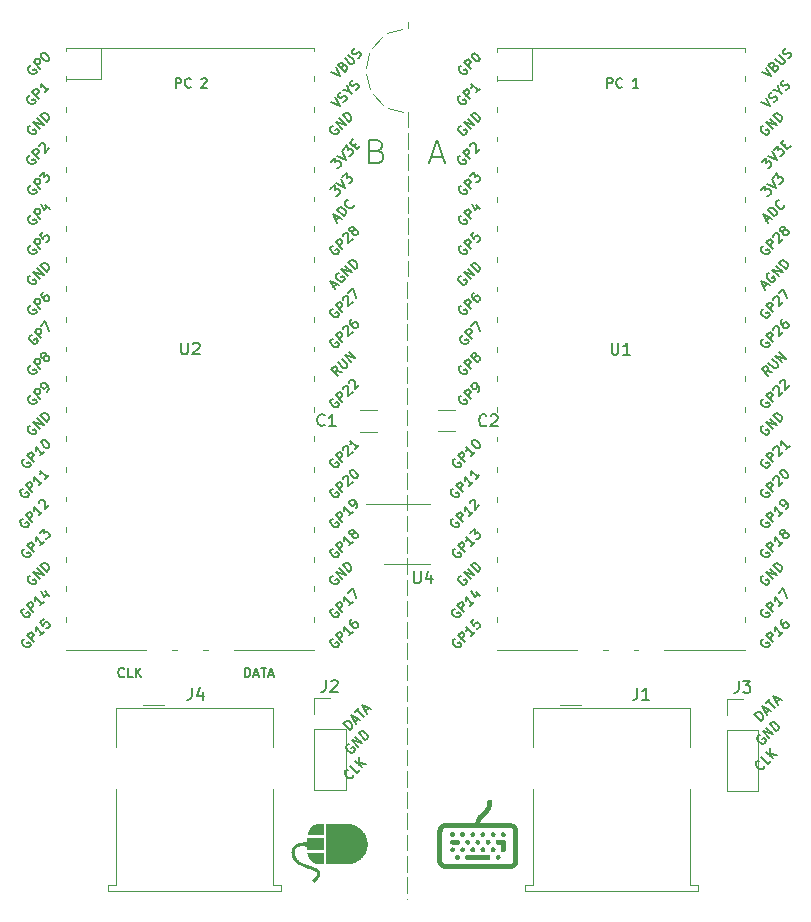
<source format=gbr>
%TF.GenerationSoftware,KiCad,Pcbnew,7.0.9*%
%TF.CreationDate,2023-12-24T22:12:45+01:00*%
%TF.ProjectId,DeskHop,4465736b-486f-4702-9e6b-696361645f70,rev?*%
%TF.SameCoordinates,Original*%
%TF.FileFunction,Legend,Top*%
%TF.FilePolarity,Positive*%
%FSLAX46Y46*%
G04 Gerber Fmt 4.6, Leading zero omitted, Abs format (unit mm)*
G04 Created by KiCad (PCBNEW 7.0.9) date 2023-12-24 22:12:45*
%MOMM*%
%LPD*%
G01*
G04 APERTURE LIST*
%ADD10C,0.000000*%
%ADD11C,0.120000*%
%ADD12C,0.150000*%
G04 APERTURE END LIST*
D10*
G36*
X58798165Y-110962168D02*
G01*
X58603088Y-110962168D01*
X58603088Y-110543306D01*
X58798165Y-110543306D01*
X58798165Y-110962168D01*
G37*
G36*
X58603630Y-110588683D02*
G01*
X58603617Y-110588683D01*
X58595362Y-110859483D01*
X58563375Y-110859196D01*
X58525560Y-110860214D01*
X58482716Y-110862766D01*
X58435645Y-110867081D01*
X58385147Y-110873387D01*
X58332022Y-110881913D01*
X58277071Y-110892888D01*
X58221094Y-110906541D01*
X58164892Y-110923101D01*
X58109265Y-110942796D01*
X58055014Y-110965855D01*
X58002938Y-110992508D01*
X57977967Y-111007253D01*
X57953840Y-111022982D01*
X57930657Y-111039724D01*
X57908519Y-111057507D01*
X57887525Y-111076360D01*
X57867775Y-111096311D01*
X57849370Y-111117390D01*
X57832409Y-111139624D01*
X57813791Y-111168348D01*
X57797659Y-111198636D01*
X57784012Y-111230476D01*
X57772851Y-111263862D01*
X57764176Y-111298784D01*
X57757987Y-111335233D01*
X57754283Y-111373200D01*
X57753066Y-111412676D01*
X57754334Y-111453652D01*
X57758088Y-111496119D01*
X57764329Y-111540069D01*
X57773055Y-111585493D01*
X57784267Y-111632380D01*
X57797965Y-111680724D01*
X57814149Y-111730514D01*
X57832819Y-111781741D01*
X57849110Y-111820656D01*
X57867573Y-111858229D01*
X57888127Y-111894500D01*
X57910689Y-111929509D01*
X57935177Y-111963293D01*
X57961509Y-111995892D01*
X58019376Y-112057693D01*
X58083632Y-112115223D01*
X58153618Y-112168796D01*
X58228678Y-112218724D01*
X58308153Y-112265320D01*
X58391386Y-112308897D01*
X58477719Y-112349767D01*
X58566493Y-112388243D01*
X58657052Y-112424638D01*
X58840891Y-112492435D01*
X59023974Y-112555661D01*
X59187753Y-112612183D01*
X59266552Y-112640444D01*
X59342782Y-112669096D01*
X59416060Y-112698430D01*
X59486004Y-112728738D01*
X59552231Y-112760313D01*
X59614358Y-112793447D01*
X59643765Y-112810689D01*
X59672004Y-112828431D01*
X59699027Y-112846709D01*
X59724786Y-112865559D01*
X59749234Y-112885017D01*
X59772322Y-112905121D01*
X59794003Y-112925907D01*
X59814229Y-112947412D01*
X59832952Y-112969671D01*
X59850124Y-112992721D01*
X59865699Y-113016600D01*
X59879627Y-113041343D01*
X59891861Y-113066987D01*
X59902353Y-113093568D01*
X59911056Y-113121124D01*
X59917921Y-113149690D01*
X59924621Y-113194423D01*
X59926498Y-113239887D01*
X59923498Y-113286177D01*
X59915567Y-113333386D01*
X59902650Y-113381606D01*
X59884694Y-113430933D01*
X59861643Y-113481458D01*
X59833445Y-113533276D01*
X59800044Y-113586480D01*
X59761387Y-113641164D01*
X59717418Y-113697420D01*
X59668085Y-113755342D01*
X59613333Y-113815025D01*
X59553108Y-113876560D01*
X59487355Y-113940042D01*
X59416020Y-114005564D01*
X59235045Y-113803991D01*
X59271218Y-113771101D01*
X59305325Y-113739273D01*
X59337424Y-113708494D01*
X59367573Y-113678746D01*
X59395829Y-113650017D01*
X59422249Y-113622289D01*
X59446890Y-113595549D01*
X59469809Y-113569781D01*
X59491065Y-113544971D01*
X59510715Y-113521102D01*
X59528814Y-113498160D01*
X59545422Y-113476130D01*
X59560596Y-113454996D01*
X59574392Y-113434744D01*
X59586868Y-113415358D01*
X59598081Y-113396824D01*
X59608089Y-113379126D01*
X59616950Y-113362249D01*
X59624719Y-113346178D01*
X59631455Y-113330898D01*
X59637215Y-113316394D01*
X59642057Y-113302651D01*
X59646037Y-113289653D01*
X59649213Y-113277385D01*
X59651642Y-113265833D01*
X59653383Y-113254982D01*
X59654491Y-113244815D01*
X59655024Y-113235319D01*
X59654596Y-113218275D01*
X59652557Y-113203731D01*
X59648621Y-113189025D01*
X59642895Y-113174543D01*
X59635441Y-113160279D01*
X59626317Y-113146226D01*
X59603303Y-113118728D01*
X59574333Y-113091998D01*
X59539884Y-113065981D01*
X59500437Y-113040627D01*
X59456471Y-113015882D01*
X59408464Y-112991694D01*
X59356897Y-112968011D01*
X59302248Y-112944781D01*
X59185622Y-112899467D01*
X59062420Y-112855334D01*
X58936476Y-112811963D01*
X58739717Y-112743829D01*
X58638965Y-112707231D01*
X58537716Y-112668397D01*
X58436782Y-112626917D01*
X58336977Y-112582381D01*
X58239114Y-112534379D01*
X58144006Y-112482498D01*
X58052467Y-112426330D01*
X58008289Y-112396510D01*
X57965309Y-112365464D01*
X57923627Y-112333140D01*
X57883346Y-112299488D01*
X57844567Y-112264456D01*
X57807391Y-112227993D01*
X57771921Y-112190047D01*
X57738258Y-112150567D01*
X57706503Y-112109503D01*
X57676759Y-112066801D01*
X57649127Y-112022412D01*
X57623708Y-111976284D01*
X57600604Y-111928366D01*
X57579918Y-111878605D01*
X57555346Y-111810565D01*
X57534312Y-111744074D01*
X57516817Y-111679144D01*
X57502860Y-111615787D01*
X57492443Y-111554016D01*
X57485566Y-111493842D01*
X57482229Y-111435277D01*
X57482433Y-111378334D01*
X57486179Y-111323025D01*
X57493468Y-111269362D01*
X57504299Y-111217356D01*
X57518673Y-111167021D01*
X57536591Y-111118367D01*
X57558054Y-111071408D01*
X57583061Y-111026155D01*
X57611615Y-110982620D01*
X57640028Y-110945385D01*
X57670484Y-110910564D01*
X57702794Y-110878076D01*
X57736771Y-110847839D01*
X57772228Y-110819775D01*
X57808977Y-110793802D01*
X57846831Y-110769840D01*
X57885601Y-110747807D01*
X57925102Y-110727625D01*
X57965144Y-110709211D01*
X58005540Y-110692486D01*
X58046103Y-110677369D01*
X58126981Y-110651638D01*
X58206276Y-110631371D01*
X58282487Y-110615926D01*
X58354116Y-110604658D01*
X58419661Y-110596922D01*
X58477623Y-110592075D01*
X58564795Y-110588468D01*
X58603630Y-110588683D01*
G37*
D11*
X67310000Y-48738426D02*
X67309441Y-50058426D01*
X67309238Y-50538426D02*
X67308679Y-51858426D01*
X67308476Y-52338426D02*
X67307918Y-53658426D01*
X67307715Y-54138426D02*
X67307156Y-55458425D01*
X67306953Y-55938425D02*
X67306394Y-57258425D01*
X67306191Y-57738425D02*
X67305632Y-59058425D01*
X67305429Y-59538425D02*
X67304870Y-60858425D01*
X67304667Y-61338425D02*
X67304109Y-62658425D01*
X67303905Y-63138425D02*
X67303347Y-64458425D01*
X67303144Y-64938425D02*
X67302585Y-66258424D01*
X67302382Y-66738424D02*
X67301823Y-68058424D01*
X67301620Y-68538424D02*
X67301061Y-69858424D01*
X67300858Y-70338424D02*
X67300299Y-71658424D01*
X67300096Y-72138424D02*
X67299538Y-73458424D01*
X67299334Y-73938424D02*
X67298776Y-75258424D01*
X67298573Y-75738424D02*
X67298014Y-77058423D01*
X67297811Y-77538423D02*
X67297252Y-78858423D01*
X67297049Y-79338423D02*
X67296490Y-80658423D01*
X67296287Y-81138423D02*
X67295728Y-82458423D01*
X67295525Y-82938423D02*
X67294967Y-84258423D01*
X67294763Y-84738423D02*
X67294205Y-86058423D01*
X67294002Y-86538423D02*
X67293443Y-87858422D01*
X67293240Y-88338422D02*
X67292681Y-89658422D01*
X67292478Y-90138422D02*
X67291919Y-91458422D01*
X67291716Y-91938422D02*
X67291157Y-93258422D01*
X67290954Y-93738422D02*
X67290396Y-95058422D01*
X67290192Y-95538422D02*
X67289634Y-96858422D01*
X67289431Y-97338422D02*
X67288872Y-98658422D01*
X67288669Y-99138421D02*
X67288110Y-100458421D01*
X67287907Y-100938421D02*
X67287348Y-102258421D01*
X67287145Y-102738421D02*
X67286586Y-104058421D01*
X67286383Y-104538421D02*
X67285825Y-105858421D01*
X67285621Y-106338421D02*
X67285063Y-107658421D01*
X67284860Y-108138421D02*
X67284301Y-109458421D01*
X67284098Y-109938421D02*
X67283539Y-111258420D01*
X67283336Y-111738420D02*
X67282777Y-113058420D01*
X67282574Y-113538420D02*
X67282015Y-114858420D01*
X67281812Y-115338420D02*
X67281783Y-115407659D01*
D10*
G36*
X60221226Y-111247336D02*
G01*
X58797199Y-111247336D01*
X58791178Y-111185136D01*
X58786094Y-111122011D01*
X58781905Y-111058001D01*
X58778571Y-110993144D01*
X58776050Y-110927482D01*
X58774300Y-110861053D01*
X58772950Y-110726054D01*
X58773281Y-110658120D01*
X58774300Y-110590897D01*
X58776050Y-110524421D01*
X58778571Y-110458727D01*
X58781905Y-110393853D01*
X58786094Y-110329834D01*
X58791178Y-110266707D01*
X58797199Y-110204507D01*
X60221226Y-110204507D01*
X60221226Y-111247336D01*
G37*
G36*
X75409953Y-109711596D02*
G01*
X75414084Y-109711996D01*
X75418717Y-109712651D01*
X75423798Y-109713553D01*
X75429272Y-109714694D01*
X75435082Y-109716066D01*
X75447491Y-109719465D01*
X75453979Y-109721476D01*
X75460582Y-109723683D01*
X75467245Y-109726077D01*
X75473912Y-109728651D01*
X75480528Y-109731395D01*
X75487037Y-109734301D01*
X75493385Y-109737361D01*
X75499515Y-109740565D01*
X75511406Y-109747709D01*
X75523025Y-109755970D01*
X75534303Y-109765237D01*
X75545172Y-109775399D01*
X75555563Y-109786346D01*
X75565408Y-109797967D01*
X75574640Y-109810150D01*
X75583189Y-109822785D01*
X75590988Y-109835761D01*
X75597969Y-109848967D01*
X75604062Y-109862293D01*
X75609201Y-109875627D01*
X75613317Y-109888859D01*
X75616341Y-109901877D01*
X75618205Y-109914572D01*
X75618681Y-109920763D01*
X75618842Y-109926832D01*
X75618681Y-109932900D01*
X75618205Y-109939091D01*
X75617422Y-109945389D01*
X75616341Y-109951781D01*
X75614969Y-109958251D01*
X75613317Y-109964786D01*
X75611391Y-109971371D01*
X75609201Y-109977991D01*
X75604062Y-109991282D01*
X75597969Y-110004543D01*
X75590988Y-110017659D01*
X75583189Y-110030515D01*
X75574640Y-110042996D01*
X75565408Y-110054987D01*
X75555563Y-110066372D01*
X75545172Y-110077037D01*
X75539793Y-110082063D01*
X75534303Y-110086866D01*
X75528711Y-110091431D01*
X75523025Y-110095744D01*
X75517254Y-110099791D01*
X75511406Y-110103557D01*
X75505490Y-110107027D01*
X75499515Y-110110189D01*
X75493385Y-110113426D01*
X75487038Y-110116578D01*
X75480528Y-110119627D01*
X75473912Y-110122558D01*
X75467245Y-110125352D01*
X75460582Y-110127992D01*
X75453979Y-110130462D01*
X75447491Y-110132744D01*
X75441174Y-110134822D01*
X75435082Y-110136678D01*
X75429272Y-110138295D01*
X75423799Y-110139657D01*
X75418717Y-110140745D01*
X75414084Y-110141544D01*
X75409954Y-110142035D01*
X75406382Y-110142203D01*
X75402810Y-110142035D01*
X75398679Y-110141544D01*
X75394046Y-110140745D01*
X75388965Y-110139657D01*
X75383491Y-110138295D01*
X75377681Y-110136678D01*
X75365272Y-110132744D01*
X75352181Y-110127992D01*
X75338851Y-110122558D01*
X75332235Y-110119627D01*
X75325725Y-110116578D01*
X75319378Y-110113426D01*
X75313248Y-110110189D01*
X75301356Y-110103589D01*
X75289737Y-110095864D01*
X75278459Y-110087115D01*
X75267591Y-110077446D01*
X75257200Y-110066958D01*
X75247354Y-110055754D01*
X75238123Y-110043936D01*
X75229573Y-110031607D01*
X75221774Y-110018868D01*
X75214794Y-110005823D01*
X75208700Y-109992572D01*
X75203562Y-109979220D01*
X75199446Y-109965867D01*
X75196422Y-109952616D01*
X75194558Y-109939571D01*
X75194081Y-109933157D01*
X75193921Y-109926832D01*
X75194081Y-109920507D01*
X75194558Y-109914093D01*
X75195341Y-109907600D01*
X75196422Y-109901042D01*
X75197793Y-109894430D01*
X75199446Y-109887778D01*
X75201372Y-109881097D01*
X75203562Y-109874399D01*
X75208700Y-109861003D01*
X75214794Y-109847688D01*
X75221775Y-109834552D01*
X75229574Y-109821693D01*
X75238123Y-109809210D01*
X75247355Y-109797199D01*
X75257200Y-109785760D01*
X75267591Y-109774990D01*
X75278460Y-109764988D01*
X75289737Y-109755851D01*
X75295509Y-109751637D01*
X75301356Y-109747677D01*
X75307272Y-109743982D01*
X75313248Y-109740565D01*
X75319858Y-109737361D01*
X75326561Y-109734301D01*
X75333316Y-109731395D01*
X75340079Y-109728651D01*
X75346808Y-109726077D01*
X75353460Y-109723683D01*
X75359993Y-109721476D01*
X75366364Y-109719465D01*
X75372530Y-109717659D01*
X75378449Y-109716066D01*
X75384078Y-109714694D01*
X75389374Y-109713553D01*
X75394295Y-109712651D01*
X75398799Y-109711996D01*
X75402842Y-109711596D01*
X75406382Y-109711461D01*
X75409953Y-109711596D01*
G37*
G36*
X60221226Y-112444972D02*
G01*
X59941893Y-112444972D01*
X59875793Y-112443793D01*
X59812158Y-112440281D01*
X59750944Y-112434480D01*
X59692105Y-112426429D01*
X59635597Y-112416172D01*
X59581376Y-112403748D01*
X59529396Y-112389201D01*
X59479613Y-112372571D01*
X59431983Y-112353900D01*
X59386459Y-112333229D01*
X59342999Y-112310600D01*
X59301557Y-112286055D01*
X59262088Y-112259634D01*
X59224548Y-112231380D01*
X59188891Y-112201334D01*
X59155075Y-112169538D01*
X59123052Y-112136032D01*
X59092780Y-112100860D01*
X59064213Y-112064061D01*
X59037306Y-112025678D01*
X59012016Y-111985751D01*
X58988296Y-111944324D01*
X58945392Y-111857131D01*
X58908235Y-111764431D01*
X58876469Y-111666556D01*
X58849737Y-111563837D01*
X58827679Y-111456608D01*
X60221226Y-111456608D01*
X60221226Y-112444972D01*
G37*
G36*
X62227485Y-109008671D02*
G01*
X62318639Y-109015309D01*
X62408466Y-109026241D01*
X62496854Y-109041358D01*
X62583689Y-109060552D01*
X62668859Y-109083717D01*
X62752251Y-109110743D01*
X62833753Y-109141524D01*
X62913252Y-109175950D01*
X62990635Y-109213914D01*
X63065790Y-109255309D01*
X63138604Y-109300027D01*
X63208965Y-109347958D01*
X63276759Y-109398996D01*
X63341873Y-109453033D01*
X63404197Y-109509961D01*
X63463616Y-109569672D01*
X63520018Y-109632058D01*
X63573290Y-109697010D01*
X63623320Y-109764422D01*
X63669995Y-109834185D01*
X63713203Y-109906192D01*
X63752830Y-109980334D01*
X63788764Y-110056504D01*
X63820893Y-110134593D01*
X63849103Y-110214495D01*
X63873282Y-110296100D01*
X63893318Y-110379301D01*
X63909098Y-110463991D01*
X63920508Y-110550060D01*
X63927437Y-110637402D01*
X63929772Y-110725908D01*
X63927437Y-110814365D01*
X63920508Y-110901660D01*
X63909097Y-110987688D01*
X63893318Y-111072338D01*
X63873281Y-111155504D01*
X63849102Y-111237078D01*
X63820891Y-111316950D01*
X63788762Y-111395014D01*
X63752827Y-111471161D01*
X63713200Y-111545283D01*
X63669992Y-111617273D01*
X63623316Y-111687021D01*
X63573285Y-111754420D01*
X63520012Y-111819362D01*
X63463610Y-111881739D01*
X63404190Y-111941442D01*
X63341866Y-111998365D01*
X63276751Y-112052398D01*
X63208956Y-112103433D01*
X63138595Y-112151364D01*
X63065781Y-112196080D01*
X62990625Y-112237476D01*
X62913241Y-112275441D01*
X62833742Y-112309869D01*
X62752239Y-112340652D01*
X62668847Y-112367680D01*
X62583676Y-112390847D01*
X62496841Y-112410044D01*
X62408453Y-112425163D01*
X62318626Y-112436096D01*
X62227471Y-112442735D01*
X62135103Y-112444972D01*
X62135106Y-112444976D01*
X62135110Y-112444979D01*
X62135113Y-112444982D01*
X62135116Y-112444986D01*
X60430684Y-112444986D01*
X60430684Y-109006435D01*
X62135116Y-109006435D01*
X62227485Y-109008671D01*
G37*
G36*
X71971429Y-111002828D02*
G01*
X71973288Y-111003199D01*
X71975000Y-111003686D01*
X71981325Y-111003846D01*
X71987740Y-111004323D01*
X71994233Y-111005106D01*
X72000791Y-111006187D01*
X72007402Y-111007558D01*
X72014055Y-111009211D01*
X72020736Y-111011137D01*
X72027434Y-111013327D01*
X72040830Y-111018465D01*
X72054145Y-111024559D01*
X72067281Y-111031540D01*
X72080139Y-111039339D01*
X72092623Y-111047888D01*
X72104634Y-111057120D01*
X72116073Y-111066965D01*
X72126843Y-111077356D01*
X72136845Y-111088225D01*
X72145982Y-111099502D01*
X72150195Y-111105274D01*
X72154155Y-111111121D01*
X72157850Y-111117037D01*
X72161267Y-111123013D01*
X72166696Y-111135490D01*
X72171954Y-111148616D01*
X72176871Y-111161946D01*
X72181276Y-111175037D01*
X72185000Y-111187446D01*
X72186552Y-111193256D01*
X72187870Y-111198730D01*
X72188933Y-111203811D01*
X72189718Y-111208444D01*
X72190204Y-111212575D01*
X72190371Y-111216147D01*
X72190236Y-111219719D01*
X72189837Y-111223849D01*
X72189182Y-111228482D01*
X72188280Y-111233564D01*
X72187138Y-111239037D01*
X72185767Y-111244847D01*
X72182368Y-111257256D01*
X72180357Y-111263744D01*
X72178150Y-111270347D01*
X72175755Y-111277010D01*
X72173182Y-111283677D01*
X72170438Y-111290293D01*
X72167531Y-111296802D01*
X72164472Y-111303150D01*
X72161267Y-111309280D01*
X72154155Y-111321172D01*
X72145982Y-111332791D01*
X72136845Y-111344069D01*
X72126842Y-111354937D01*
X72116073Y-111365328D01*
X72104633Y-111375174D01*
X72092623Y-111384405D01*
X72080139Y-111392954D01*
X72067281Y-111400753D01*
X72054145Y-111407734D01*
X72040830Y-111413828D01*
X72027434Y-111418966D01*
X72014055Y-111423082D01*
X72000791Y-111426106D01*
X71987740Y-111427970D01*
X71981325Y-111428446D01*
X71975000Y-111428607D01*
X71971429Y-111428439D01*
X71967298Y-111427948D01*
X71962665Y-111427149D01*
X71957584Y-111426060D01*
X71952110Y-111424699D01*
X71946300Y-111423082D01*
X71933891Y-111419148D01*
X71920800Y-111414396D01*
X71907470Y-111408962D01*
X71900854Y-111406031D01*
X71894345Y-111402982D01*
X71887997Y-111399830D01*
X71881867Y-111396592D01*
X71869976Y-111389993D01*
X71858357Y-111382268D01*
X71847079Y-111373519D01*
X71836210Y-111363850D01*
X71825819Y-111353362D01*
X71815974Y-111342158D01*
X71806742Y-111330340D01*
X71798193Y-111318011D01*
X71790394Y-111305272D01*
X71783413Y-111292226D01*
X71777320Y-111278976D01*
X71772181Y-111265623D01*
X71768066Y-111252271D01*
X71765041Y-111239020D01*
X71763177Y-111225975D01*
X71762701Y-111219561D01*
X71762540Y-111213236D01*
X71762701Y-111206911D01*
X71763177Y-111200497D01*
X71763960Y-111194004D01*
X71765041Y-111187446D01*
X71766413Y-111180835D01*
X71768066Y-111174182D01*
X71769991Y-111167501D01*
X71772181Y-111160803D01*
X71777320Y-111147407D01*
X71783413Y-111134092D01*
X71790394Y-111120956D01*
X71798193Y-111108097D01*
X71806742Y-111095614D01*
X71815974Y-111083603D01*
X71825819Y-111072164D01*
X71836210Y-111061394D01*
X71847079Y-111051392D01*
X71858357Y-111042255D01*
X71864128Y-111038042D01*
X71869976Y-111034081D01*
X71875892Y-111030387D01*
X71881867Y-111026970D01*
X71894345Y-111021552D01*
X71900854Y-111018918D01*
X71907470Y-111016374D01*
X71914137Y-111013949D01*
X71920800Y-111011673D01*
X71927403Y-111009576D01*
X71933891Y-111007688D01*
X71940208Y-111006039D01*
X71946300Y-111004658D01*
X71952110Y-111003576D01*
X71957584Y-111002822D01*
X71962665Y-111002426D01*
X71967298Y-111002418D01*
X71971429Y-111002828D01*
G37*
D11*
X66937740Y-48748460D02*
X65680287Y-48372564D01*
X65269783Y-48124498D02*
X64352267Y-47186069D01*
X64113514Y-46770079D02*
X63766049Y-45504476D01*
X63758926Y-45024893D02*
X64068656Y-43749529D01*
X64294950Y-43326633D02*
X65184194Y-42361372D01*
X65587150Y-42101225D02*
X66832886Y-41688153D01*
D10*
G36*
X60221226Y-109995209D02*
G01*
X58827679Y-109995209D01*
X58849712Y-109887864D01*
X58876427Y-109785050D01*
X58908180Y-109687098D01*
X58945328Y-109594337D01*
X58988229Y-109507099D01*
X59011948Y-109465654D01*
X59037239Y-109425713D01*
X59064147Y-109387318D01*
X59092715Y-109350510D01*
X59122990Y-109315331D01*
X59155015Y-109281821D01*
X59188835Y-109250022D01*
X59224495Y-109219976D01*
X59262039Y-109191722D01*
X59301513Y-109165304D01*
X59342959Y-109140762D01*
X59386424Y-109118137D01*
X59431952Y-109097471D01*
X59479587Y-109078805D01*
X59529375Y-109062181D01*
X59581359Y-109047639D01*
X59635584Y-109035221D01*
X59692095Y-109024968D01*
X59750937Y-109016922D01*
X59812154Y-109011123D01*
X59875791Y-109007614D01*
X59941893Y-109006435D01*
X60221226Y-109006435D01*
X60221226Y-109995209D01*
G37*
G36*
X74396618Y-106991515D02*
G01*
X74402288Y-106992041D01*
X74407276Y-106993018D01*
X74411632Y-106994453D01*
X74415406Y-106996352D01*
X74418648Y-106998720D01*
X74421408Y-107001564D01*
X74423737Y-107004888D01*
X74425684Y-107008700D01*
X74427299Y-107013005D01*
X74428634Y-107017809D01*
X74429737Y-107023117D01*
X74430658Y-107028936D01*
X74431449Y-107035271D01*
X74434303Y-107065893D01*
X74437784Y-107092363D01*
X74440601Y-107121310D01*
X74444307Y-107185083D01*
X74445558Y-107254109D01*
X74444489Y-107325284D01*
X74441237Y-107395503D01*
X74435939Y-107461664D01*
X74428732Y-107520662D01*
X74424454Y-107546506D01*
X74419750Y-107569395D01*
X74414104Y-107593448D01*
X74407046Y-107618576D01*
X74398666Y-107644625D01*
X74389055Y-107671441D01*
X74378301Y-107698871D01*
X74366493Y-107726762D01*
X74353723Y-107754960D01*
X74340078Y-107783311D01*
X74325649Y-107811662D01*
X74310525Y-107839859D01*
X74294795Y-107867750D01*
X74278550Y-107895180D01*
X74261878Y-107921996D01*
X74244870Y-107948045D01*
X74227614Y-107973173D01*
X74210200Y-107997226D01*
X74193699Y-108017684D01*
X74173138Y-108041383D01*
X74149371Y-108067468D01*
X74123252Y-108095089D01*
X74095631Y-108123392D01*
X74067362Y-108151524D01*
X74039299Y-108178633D01*
X74012292Y-108203866D01*
X73972019Y-108239667D01*
X73932125Y-108275950D01*
X73854448Y-108348886D01*
X73781204Y-108420527D01*
X73714339Y-108488723D01*
X73655795Y-108551325D01*
X73630251Y-108579857D01*
X73607517Y-108606185D01*
X73587836Y-108630041D01*
X73571450Y-108651155D01*
X73558602Y-108669259D01*
X73549536Y-108684084D01*
X73542419Y-108697383D01*
X73535297Y-108712029D01*
X73528235Y-108727800D01*
X73521296Y-108744475D01*
X73514545Y-108761833D01*
X73508046Y-108779651D01*
X73496057Y-108815781D01*
X73490696Y-108833650D01*
X73485842Y-108851092D01*
X73481560Y-108867887D01*
X73477913Y-108883812D01*
X73474965Y-108898645D01*
X73472780Y-108912165D01*
X73471422Y-108924151D01*
X73470955Y-108934380D01*
X73471948Y-108938479D01*
X73476037Y-108942065D01*
X73500150Y-108947841D01*
X73556596Y-108951979D01*
X73658677Y-108954753D01*
X74052947Y-108957300D01*
X74789374Y-108957664D01*
X75469002Y-108958391D01*
X75704671Y-108959505D01*
X75882599Y-108961302D01*
X76011550Y-108963916D01*
X76060398Y-108965573D01*
X76100289Y-108967486D01*
X76132319Y-108969672D01*
X76157582Y-108972147D01*
X76177176Y-108974930D01*
X76192194Y-108978036D01*
X76236309Y-108989888D01*
X76279081Y-109004634D01*
X76320394Y-109022168D01*
X76360134Y-109042384D01*
X76398187Y-109065175D01*
X76434435Y-109090434D01*
X76468766Y-109118055D01*
X76501062Y-109147932D01*
X76531210Y-109179957D01*
X76559094Y-109214025D01*
X76584600Y-109250028D01*
X76607611Y-109287859D01*
X76628013Y-109327414D01*
X76645691Y-109368584D01*
X76660529Y-109411263D01*
X76672413Y-109455345D01*
X76682918Y-109610643D01*
X76690421Y-109939747D01*
X76696424Y-110887997D01*
X76690421Y-111837339D01*
X76682918Y-112167807D01*
X76672413Y-112325015D01*
X76661557Y-112366122D01*
X76647640Y-112406393D01*
X76630807Y-112445675D01*
X76611203Y-112483815D01*
X76588973Y-112520658D01*
X76564261Y-112556052D01*
X76537214Y-112589843D01*
X76507974Y-112621878D01*
X76476689Y-112652002D01*
X76443502Y-112680063D01*
X76408558Y-112705908D01*
X76372003Y-112729381D01*
X76333982Y-112750331D01*
X76294639Y-112768604D01*
X76254119Y-112784045D01*
X76212567Y-112796503D01*
X76171480Y-112804188D01*
X76091239Y-112809963D01*
X75704699Y-112816876D01*
X73267226Y-112819786D01*
X72246516Y-112820719D01*
X71838534Y-112820886D01*
X71491735Y-112820696D01*
X71200819Y-112820028D01*
X70960488Y-112818763D01*
X70765441Y-112816782D01*
X70683243Y-112815486D01*
X70610379Y-112813966D01*
X70546187Y-112812207D01*
X70490004Y-112810194D01*
X70441168Y-112807913D01*
X70399016Y-112805348D01*
X70362886Y-112802485D01*
X70332115Y-112799308D01*
X70306042Y-112795803D01*
X70284003Y-112791955D01*
X70265337Y-112787749D01*
X70249380Y-112783170D01*
X70235471Y-112778203D01*
X70222947Y-112772833D01*
X70211146Y-112767045D01*
X70199404Y-112760825D01*
X70173453Y-112747026D01*
X70156057Y-112737303D01*
X70137829Y-112725726D01*
X70118961Y-112712487D01*
X70099647Y-112697776D01*
X70080076Y-112681787D01*
X70060441Y-112664710D01*
X70040934Y-112646738D01*
X70021747Y-112628063D01*
X70003072Y-112608876D01*
X69985100Y-112589369D01*
X69968023Y-112569734D01*
X69952034Y-112550163D01*
X69937323Y-112530849D01*
X69924084Y-112511981D01*
X69912507Y-112493754D01*
X69902784Y-112476357D01*
X69877932Y-112424902D01*
X69859492Y-112370854D01*
X69846509Y-112294433D01*
X69842451Y-112237703D01*
X70257855Y-112237703D01*
X70289869Y-112284269D01*
X70293341Y-112288764D01*
X70297180Y-112293489D01*
X70301342Y-112298402D01*
X70305786Y-112303460D01*
X70315347Y-112313840D01*
X70325522Y-112324288D01*
X70335970Y-112334463D01*
X70346350Y-112344024D01*
X70351407Y-112348468D01*
X70356320Y-112352630D01*
X70361045Y-112356469D01*
X70365540Y-112359940D01*
X70412107Y-112391955D01*
X73273047Y-112389045D01*
X76133986Y-112386134D01*
X76168911Y-112357030D01*
X76172827Y-112354136D01*
X76176914Y-112350936D01*
X76181138Y-112347463D01*
X76185464Y-112343751D01*
X76189858Y-112339834D01*
X76194286Y-112335747D01*
X76203108Y-112327198D01*
X76211657Y-112318376D01*
X76215745Y-112313948D01*
X76219661Y-112309554D01*
X76223373Y-112305228D01*
X76226846Y-112301004D01*
X76230047Y-112296917D01*
X76232940Y-112293001D01*
X76242547Y-112278443D01*
X76249766Y-112250209D01*
X76254939Y-112192165D01*
X76258406Y-112088180D01*
X76261589Y-111677857D01*
X76262044Y-110890180D01*
X76261987Y-110438594D01*
X76261852Y-110255743D01*
X76261589Y-110098774D01*
X76261156Y-109965629D01*
X76260862Y-109907347D01*
X76260509Y-109854248D01*
X76260093Y-109806076D01*
X76259607Y-109762572D01*
X76259047Y-109723480D01*
X76258406Y-109688542D01*
X76257681Y-109657500D01*
X76256864Y-109630098D01*
X76255952Y-109606078D01*
X76254939Y-109585182D01*
X76253819Y-109567154D01*
X76253217Y-109559134D01*
X76252587Y-109551734D01*
X76251927Y-109544923D01*
X76251238Y-109538668D01*
X76250517Y-109532936D01*
X76249766Y-109527696D01*
X76248982Y-109522915D01*
X76248166Y-109518561D01*
X76247317Y-109514603D01*
X76246433Y-109511007D01*
X76245515Y-109507742D01*
X76244562Y-109504775D01*
X76243573Y-109502075D01*
X76242547Y-109499609D01*
X76241483Y-109497345D01*
X76240382Y-109495251D01*
X76239242Y-109493294D01*
X76238063Y-109491443D01*
X76235584Y-109487928D01*
X76232940Y-109484449D01*
X76229981Y-109481011D01*
X76226591Y-109477275D01*
X76218706Y-109469078D01*
X76209662Y-109460199D01*
X76199834Y-109450979D01*
X76189596Y-109441759D01*
X76179325Y-109432880D01*
X76169394Y-109424683D01*
X76160180Y-109417509D01*
X76113613Y-109385494D01*
X70409197Y-109385494D01*
X70365540Y-109414599D01*
X70361046Y-109417525D01*
X70356326Y-109420817D01*
X70351427Y-109424434D01*
X70346395Y-109428332D01*
X70341279Y-109432469D01*
X70336123Y-109436802D01*
X70330977Y-109441288D01*
X70325886Y-109445886D01*
X70320897Y-109450551D01*
X70316058Y-109455242D01*
X70311414Y-109459916D01*
X70307014Y-109464530D01*
X70302903Y-109469042D01*
X70299129Y-109473409D01*
X70295739Y-109477589D01*
X70292780Y-109481538D01*
X70283168Y-109496920D01*
X70275909Y-109525467D01*
X70270628Y-109583346D01*
X70266950Y-109686723D01*
X70262903Y-110094636D01*
X70260765Y-110878538D01*
X70257855Y-112237703D01*
X69842451Y-112237703D01*
X69838027Y-112175857D01*
X69833093Y-111995343D01*
X69830751Y-111733109D01*
X69830024Y-110884359D01*
X69830189Y-110470540D01*
X69830797Y-110148433D01*
X69832019Y-109905521D01*
X69834026Y-109729288D01*
X69835376Y-109662263D01*
X69836987Y-109607215D01*
X69838879Y-109562577D01*
X69841074Y-109526786D01*
X69843593Y-109498277D01*
X69846457Y-109475484D01*
X69849688Y-109456845D01*
X69853307Y-109440792D01*
X69862206Y-109410544D01*
X69872520Y-109380936D01*
X69884233Y-109351992D01*
X69897327Y-109323739D01*
X69911785Y-109296202D01*
X69927591Y-109269408D01*
X69944727Y-109243380D01*
X69963175Y-109218146D01*
X69982920Y-109193730D01*
X70003944Y-109170158D01*
X70026230Y-109147456D01*
X70049760Y-109125649D01*
X70074519Y-109104763D01*
X70100488Y-109084824D01*
X70127651Y-109065856D01*
X70155990Y-109047886D01*
X70207292Y-109019066D01*
X70260811Y-108997409D01*
X70294551Y-108988946D01*
X70336226Y-108981890D01*
X70453217Y-108971488D01*
X70631463Y-108965178D01*
X70890643Y-108961938D01*
X71730526Y-108960574D01*
X73046034Y-108960574D01*
X73060586Y-108855799D01*
X73064775Y-108829996D01*
X73069675Y-108803951D01*
X73075250Y-108777761D01*
X73081459Y-108751524D01*
X73088265Y-108725338D01*
X73095630Y-108699301D01*
X73103515Y-108673512D01*
X73111882Y-108648068D01*
X73120692Y-108623067D01*
X73129907Y-108598608D01*
X73139489Y-108574788D01*
X73149399Y-108551706D01*
X73159599Y-108529459D01*
X73170051Y-108508146D01*
X73180715Y-108487865D01*
X73191555Y-108468713D01*
X73227196Y-108412580D01*
X73246053Y-108385266D01*
X73266043Y-108357981D01*
X73287500Y-108330373D01*
X73310757Y-108302086D01*
X73336145Y-108272768D01*
X73363997Y-108242065D01*
X73428424Y-108175085D01*
X73506698Y-108098317D01*
X73601480Y-108008930D01*
X73715430Y-107904093D01*
X73741621Y-107879605D01*
X73766709Y-107855258D01*
X73790679Y-107831056D01*
X73813520Y-107807003D01*
X73835218Y-107783103D01*
X73855761Y-107759362D01*
X73875135Y-107735782D01*
X73893329Y-107712369D01*
X73910329Y-107689126D01*
X73926122Y-107666058D01*
X73940697Y-107643169D01*
X73954039Y-107620463D01*
X73966136Y-107597945D01*
X73976975Y-107575619D01*
X73986544Y-107553489D01*
X73994830Y-107531559D01*
X74001805Y-107511590D01*
X74007518Y-107490222D01*
X74012071Y-107466331D01*
X74015567Y-107438790D01*
X74018107Y-107406474D01*
X74019796Y-107368258D01*
X74020733Y-107323015D01*
X74021023Y-107269622D01*
X74021023Y-107074624D01*
X74195649Y-107033878D01*
X74274901Y-107013886D01*
X74306627Y-107006156D01*
X74333620Y-106999999D01*
X74345468Y-106997525D01*
X74356283Y-106995462D01*
X74366115Y-106993816D01*
X74375014Y-106992592D01*
X74383031Y-106991797D01*
X74390216Y-106991436D01*
X74396618Y-106991515D01*
G37*
G36*
X71120000Y-110998000D02*
G01*
X71124130Y-110998400D01*
X71128764Y-110999055D01*
X71133845Y-110999957D01*
X71139318Y-111001098D01*
X71145128Y-111002470D01*
X71157537Y-111005869D01*
X71164026Y-111007880D01*
X71170629Y-111010087D01*
X71177291Y-111012481D01*
X71183959Y-111015055D01*
X71190575Y-111017799D01*
X71197084Y-111020705D01*
X71203431Y-111023765D01*
X71209561Y-111026970D01*
X71221453Y-111034113D01*
X71233072Y-111042374D01*
X71244350Y-111051641D01*
X71255218Y-111061803D01*
X71265609Y-111072750D01*
X71275455Y-111084371D01*
X71284686Y-111096554D01*
X71293235Y-111109189D01*
X71301034Y-111122165D01*
X71308015Y-111135371D01*
X71314109Y-111148697D01*
X71319247Y-111162031D01*
X71323363Y-111175263D01*
X71326387Y-111188282D01*
X71328251Y-111200976D01*
X71328727Y-111207168D01*
X71328888Y-111213236D01*
X71328727Y-111219305D01*
X71328251Y-111225495D01*
X71327468Y-111231793D01*
X71326387Y-111238185D01*
X71325016Y-111244655D01*
X71323363Y-111251190D01*
X71321437Y-111257775D01*
X71319247Y-111264396D01*
X71314109Y-111277687D01*
X71308015Y-111290948D01*
X71301035Y-111304064D01*
X71293236Y-111316920D01*
X71284686Y-111329400D01*
X71275455Y-111341391D01*
X71265609Y-111352776D01*
X71255218Y-111363441D01*
X71249839Y-111368467D01*
X71244350Y-111373270D01*
X71238758Y-111377835D01*
X71233072Y-111382148D01*
X71227301Y-111386195D01*
X71221453Y-111389961D01*
X71215537Y-111393431D01*
X71209561Y-111396592D01*
X71203431Y-111399830D01*
X71197084Y-111402982D01*
X71190574Y-111406031D01*
X71183959Y-111408962D01*
X71177291Y-111411756D01*
X71170629Y-111414396D01*
X71164025Y-111416866D01*
X71157537Y-111419148D01*
X71151220Y-111421226D01*
X71145128Y-111423082D01*
X71139318Y-111424699D01*
X71133845Y-111426060D01*
X71128764Y-111427149D01*
X71124130Y-111427948D01*
X71120000Y-111428439D01*
X71116428Y-111428607D01*
X71112856Y-111428439D01*
X71108725Y-111427948D01*
X71104092Y-111427149D01*
X71099011Y-111426060D01*
X71093537Y-111424699D01*
X71087727Y-111423082D01*
X71075318Y-111419148D01*
X71062227Y-111414396D01*
X71048897Y-111408962D01*
X71042281Y-111406031D01*
X71035772Y-111402982D01*
X71029424Y-111399830D01*
X71023294Y-111396592D01*
X71011403Y-111389993D01*
X70999784Y-111382268D01*
X70988506Y-111373519D01*
X70977637Y-111363850D01*
X70967246Y-111353362D01*
X70957401Y-111342158D01*
X70948169Y-111330340D01*
X70939620Y-111318011D01*
X70931821Y-111305272D01*
X70924841Y-111292226D01*
X70918747Y-111278976D01*
X70913608Y-111265623D01*
X70909493Y-111252271D01*
X70906469Y-111239020D01*
X70904604Y-111225975D01*
X70904128Y-111219561D01*
X70903967Y-111213236D01*
X70904128Y-111206911D01*
X70904604Y-111200497D01*
X70905387Y-111194004D01*
X70906469Y-111187446D01*
X70907840Y-111180835D01*
X70909493Y-111174182D01*
X70911418Y-111167501D01*
X70913608Y-111160803D01*
X70918747Y-111147407D01*
X70924841Y-111134092D01*
X70931821Y-111120956D01*
X70939620Y-111108097D01*
X70948169Y-111095614D01*
X70957401Y-111083603D01*
X70967246Y-111072164D01*
X70977637Y-111061394D01*
X70988506Y-111051392D01*
X70999784Y-111042255D01*
X71005555Y-111038042D01*
X71011403Y-111034081D01*
X71017319Y-111030387D01*
X71023294Y-111026970D01*
X71035772Y-111021541D01*
X71048897Y-111016283D01*
X71062227Y-111011366D01*
X71075318Y-111006960D01*
X71087727Y-111003237D01*
X71093537Y-111001685D01*
X71099011Y-111000366D01*
X71104092Y-110999304D01*
X71108725Y-110998519D01*
X71112856Y-110998032D01*
X71116428Y-110997865D01*
X71120000Y-110998000D01*
G37*
G36*
X72836484Y-111000776D02*
G01*
X72840056Y-111000911D01*
X72844186Y-111001310D01*
X72848820Y-111001965D01*
X72853901Y-111002868D01*
X72859374Y-111004009D01*
X72865184Y-111005380D01*
X72877594Y-111008779D01*
X72884082Y-111010790D01*
X72890685Y-111012997D01*
X72897348Y-111015392D01*
X72904015Y-111017965D01*
X72910631Y-111020710D01*
X72917140Y-111023616D01*
X72923487Y-111026675D01*
X72929617Y-111029880D01*
X72941509Y-111036992D01*
X72953128Y-111045165D01*
X72964406Y-111054302D01*
X72975274Y-111064305D01*
X72985665Y-111075075D01*
X72995511Y-111086514D01*
X73004742Y-111098524D01*
X73013292Y-111111008D01*
X73021091Y-111123867D01*
X73028071Y-111137003D01*
X73034165Y-111150318D01*
X73039304Y-111163714D01*
X73043419Y-111177093D01*
X73046443Y-111190356D01*
X73048308Y-111203407D01*
X73048784Y-111209822D01*
X73048944Y-111216147D01*
X73048809Y-111219719D01*
X73048410Y-111223849D01*
X73047755Y-111228482D01*
X73046852Y-111233564D01*
X73045711Y-111239037D01*
X73044340Y-111244847D01*
X73040941Y-111257256D01*
X73038930Y-111263744D01*
X73036723Y-111270347D01*
X73034328Y-111277010D01*
X73031755Y-111283677D01*
X73029010Y-111290293D01*
X73026104Y-111296802D01*
X73023045Y-111303150D01*
X73019840Y-111309280D01*
X73012728Y-111321172D01*
X73004555Y-111332791D01*
X72995418Y-111344069D01*
X72985415Y-111354937D01*
X72974646Y-111365328D01*
X72963206Y-111375174D01*
X72951196Y-111384405D01*
X72938712Y-111392954D01*
X72925853Y-111400753D01*
X72912717Y-111407734D01*
X72899402Y-111413828D01*
X72886006Y-111418966D01*
X72872627Y-111423082D01*
X72859364Y-111426106D01*
X72846313Y-111427970D01*
X72839898Y-111428446D01*
X72833573Y-111428607D01*
X72830001Y-111428439D01*
X72825871Y-111427948D01*
X72821238Y-111427149D01*
X72816156Y-111426060D01*
X72810683Y-111424699D01*
X72804873Y-111423082D01*
X72792464Y-111419148D01*
X72779373Y-111414396D01*
X72766043Y-111408962D01*
X72759427Y-111406031D01*
X72752917Y-111402982D01*
X72746570Y-111399830D01*
X72740440Y-111396592D01*
X72728548Y-111389993D01*
X72716930Y-111382268D01*
X72705652Y-111373519D01*
X72694783Y-111363850D01*
X72684392Y-111353362D01*
X72674547Y-111342158D01*
X72665315Y-111330340D01*
X72656766Y-111318011D01*
X72648967Y-111305272D01*
X72641986Y-111292226D01*
X72635893Y-111278976D01*
X72630754Y-111265623D01*
X72626638Y-111252271D01*
X72623614Y-111239020D01*
X72621750Y-111225975D01*
X72621274Y-111219561D01*
X72621113Y-111213236D01*
X72621274Y-111206911D01*
X72621750Y-111200497D01*
X72622533Y-111194004D01*
X72623614Y-111187446D01*
X72624986Y-111180835D01*
X72626638Y-111174182D01*
X72628564Y-111167501D01*
X72630754Y-111160803D01*
X72635893Y-111147407D01*
X72641986Y-111134092D01*
X72648967Y-111120956D01*
X72656766Y-111108097D01*
X72665315Y-111095614D01*
X72674547Y-111083603D01*
X72684392Y-111072164D01*
X72694783Y-111061394D01*
X72705652Y-111051392D01*
X72716930Y-111042255D01*
X72722701Y-111038042D01*
X72728548Y-111034081D01*
X72734465Y-111030387D01*
X72740440Y-111026970D01*
X72752804Y-111021547D01*
X72765679Y-111016328D01*
X72778759Y-111011519D01*
X72785279Y-111009332D01*
X72791736Y-111007324D01*
X72798091Y-111005521D01*
X72804304Y-111003948D01*
X72810339Y-111002630D01*
X72816156Y-111001594D01*
X72821718Y-111000865D01*
X72826985Y-111000469D01*
X72831920Y-111000431D01*
X72836484Y-111000776D01*
G37*
G36*
X73255435Y-110357196D02*
G01*
X73258494Y-110357573D01*
X73264819Y-110357734D01*
X73271234Y-110358210D01*
X73277726Y-110358993D01*
X73284284Y-110360074D01*
X73290896Y-110361446D01*
X73297548Y-110363098D01*
X73304229Y-110365024D01*
X73310927Y-110367214D01*
X73324323Y-110372353D01*
X73337638Y-110378446D01*
X73350774Y-110385427D01*
X73363633Y-110393226D01*
X73376117Y-110401775D01*
X73388127Y-110411007D01*
X73399566Y-110420852D01*
X73410336Y-110431243D01*
X73420339Y-110442112D01*
X73429476Y-110453390D01*
X73433689Y-110459161D01*
X73437649Y-110465009D01*
X73441344Y-110470925D01*
X73444761Y-110476900D01*
X73450189Y-110489378D01*
X73455448Y-110502503D01*
X73460365Y-110515833D01*
X73464770Y-110528924D01*
X73468493Y-110541333D01*
X73470046Y-110547143D01*
X73471364Y-110552617D01*
X73472426Y-110557698D01*
X73473211Y-110562331D01*
X73473698Y-110566462D01*
X73473865Y-110570034D01*
X73473704Y-110576102D01*
X73473228Y-110582293D01*
X73472445Y-110588591D01*
X73471364Y-110594983D01*
X73469992Y-110601453D01*
X73468340Y-110607988D01*
X73466414Y-110614573D01*
X73464224Y-110621193D01*
X73459085Y-110634484D01*
X73452992Y-110647745D01*
X73446011Y-110660861D01*
X73438212Y-110673717D01*
X73429663Y-110686198D01*
X73420431Y-110698189D01*
X73410586Y-110709574D01*
X73400195Y-110720238D01*
X73394816Y-110725265D01*
X73389326Y-110730068D01*
X73383734Y-110734633D01*
X73378048Y-110738946D01*
X73372277Y-110742993D01*
X73366430Y-110746758D01*
X73360513Y-110750229D01*
X73354538Y-110753390D01*
X73348408Y-110756627D01*
X73342061Y-110759779D01*
X73335551Y-110762829D01*
X73328935Y-110765759D01*
X73322268Y-110768553D01*
X73315605Y-110771194D01*
X73309002Y-110773664D01*
X73302514Y-110775946D01*
X73296197Y-110778023D01*
X73290105Y-110779879D01*
X73284295Y-110781497D01*
X73278822Y-110782858D01*
X73273741Y-110783947D01*
X73269107Y-110784745D01*
X73264977Y-110785237D01*
X73261405Y-110785405D01*
X73257833Y-110785237D01*
X73253702Y-110784745D01*
X73249069Y-110783947D01*
X73243988Y-110782858D01*
X73238514Y-110781497D01*
X73232704Y-110779879D01*
X73220295Y-110775946D01*
X73207204Y-110771194D01*
X73193874Y-110765759D01*
X73187258Y-110762829D01*
X73180748Y-110759779D01*
X73174401Y-110756627D01*
X73168271Y-110753390D01*
X73156379Y-110746790D01*
X73144761Y-110739065D01*
X73133483Y-110730317D01*
X73122614Y-110720648D01*
X73112223Y-110710160D01*
X73102378Y-110698956D01*
X73093146Y-110687138D01*
X73084597Y-110674809D01*
X73076798Y-110662070D01*
X73069817Y-110649024D01*
X73063724Y-110635774D01*
X73058585Y-110622421D01*
X73054470Y-110609068D01*
X73051445Y-110595818D01*
X73049581Y-110582773D01*
X73049105Y-110576358D01*
X73048944Y-110570034D01*
X73049105Y-110563709D01*
X73049581Y-110557294D01*
X73050364Y-110550802D01*
X73051445Y-110544244D01*
X73052817Y-110537632D01*
X73054470Y-110530980D01*
X73056395Y-110524299D01*
X73058585Y-110517601D01*
X73063724Y-110504205D01*
X73069817Y-110490890D01*
X73076798Y-110477754D01*
X73084597Y-110464895D01*
X73093146Y-110452412D01*
X73102378Y-110440401D01*
X73112223Y-110428962D01*
X73122614Y-110418192D01*
X73133483Y-110408190D01*
X73144761Y-110399053D01*
X73150532Y-110394839D01*
X73156379Y-110390879D01*
X73162295Y-110387184D01*
X73168271Y-110383767D01*
X73174400Y-110380563D01*
X73180743Y-110377509D01*
X73187239Y-110374616D01*
X73193829Y-110371898D01*
X73200452Y-110369368D01*
X73207051Y-110367038D01*
X73213563Y-110364921D01*
X73219931Y-110363031D01*
X73226095Y-110361378D01*
X73231994Y-110359978D01*
X73237569Y-110358842D01*
X73242760Y-110357983D01*
X73247508Y-110357413D01*
X73251753Y-110357147D01*
X73255435Y-110357196D01*
G37*
G36*
X73695718Y-109711596D02*
G01*
X73699849Y-109711996D01*
X73704482Y-109712651D01*
X73709563Y-109713553D01*
X73715037Y-109714694D01*
X73720847Y-109716066D01*
X73733256Y-109719465D01*
X73739744Y-109721476D01*
X73746347Y-109723683D01*
X73753010Y-109726077D01*
X73759677Y-109728651D01*
X73766293Y-109731395D01*
X73772802Y-109734301D01*
X73779149Y-109737361D01*
X73785279Y-109740565D01*
X73797171Y-109747709D01*
X73808790Y-109755970D01*
X73820068Y-109765237D01*
X73830937Y-109775399D01*
X73841328Y-109786346D01*
X73851173Y-109797967D01*
X73860405Y-109810150D01*
X73868954Y-109822785D01*
X73876753Y-109835761D01*
X73883734Y-109848967D01*
X73889827Y-109862293D01*
X73894966Y-109875627D01*
X73899081Y-109888859D01*
X73902105Y-109901877D01*
X73903970Y-109914572D01*
X73904446Y-109920763D01*
X73904607Y-109926832D01*
X73904446Y-109932900D01*
X73903970Y-109939091D01*
X73903187Y-109945389D01*
X73902105Y-109951781D01*
X73900734Y-109958251D01*
X73899081Y-109964786D01*
X73897156Y-109971371D01*
X73894966Y-109977991D01*
X73889827Y-109991282D01*
X73883733Y-110004543D01*
X73876753Y-110017659D01*
X73868954Y-110030515D01*
X73860405Y-110042996D01*
X73851173Y-110054987D01*
X73841328Y-110066372D01*
X73830937Y-110077037D01*
X73825558Y-110082063D01*
X73820068Y-110086866D01*
X73814476Y-110091431D01*
X73808790Y-110095744D01*
X73803019Y-110099791D01*
X73797171Y-110103557D01*
X73791255Y-110107027D01*
X73785279Y-110110189D01*
X73779149Y-110113426D01*
X73772802Y-110116578D01*
X73766293Y-110119627D01*
X73759677Y-110122558D01*
X73753010Y-110125352D01*
X73746347Y-110127992D01*
X73739744Y-110130462D01*
X73733256Y-110132744D01*
X73726938Y-110134822D01*
X73720847Y-110136678D01*
X73715037Y-110138295D01*
X73709563Y-110139657D01*
X73704482Y-110140745D01*
X73699849Y-110141544D01*
X73695718Y-110142035D01*
X73692146Y-110142203D01*
X73688574Y-110142035D01*
X73684444Y-110141544D01*
X73679810Y-110140745D01*
X73674729Y-110139657D01*
X73669256Y-110138295D01*
X73663446Y-110136678D01*
X73651037Y-110132744D01*
X73637946Y-110127992D01*
X73624616Y-110122558D01*
X73618000Y-110119627D01*
X73611490Y-110116578D01*
X73605143Y-110113426D01*
X73599013Y-110110189D01*
X73587121Y-110103589D01*
X73575502Y-110095864D01*
X73564224Y-110087115D01*
X73553356Y-110077446D01*
X73542965Y-110066958D01*
X73533119Y-110055754D01*
X73523888Y-110043936D01*
X73515338Y-110031607D01*
X73507539Y-110018868D01*
X73500559Y-110005823D01*
X73494465Y-109992572D01*
X73489327Y-109979220D01*
X73485211Y-109965867D01*
X73482187Y-109952616D01*
X73480323Y-109939571D01*
X73479847Y-109933157D01*
X73479686Y-109926832D01*
X73479847Y-109920507D01*
X73480323Y-109914093D01*
X73481106Y-109907600D01*
X73482187Y-109901042D01*
X73483558Y-109894430D01*
X73485211Y-109887778D01*
X73487137Y-109881097D01*
X73489327Y-109874399D01*
X73494465Y-109861003D01*
X73500559Y-109847688D01*
X73507540Y-109834552D01*
X73515339Y-109821693D01*
X73523888Y-109809210D01*
X73533119Y-109797199D01*
X73542965Y-109785760D01*
X73553356Y-109774990D01*
X73564225Y-109764988D01*
X73575502Y-109755851D01*
X73581274Y-109751637D01*
X73587121Y-109747677D01*
X73593037Y-109743982D01*
X73599013Y-109740565D01*
X73605143Y-109737361D01*
X73611490Y-109734301D01*
X73618000Y-109731395D01*
X73624616Y-109728651D01*
X73631283Y-109726077D01*
X73637946Y-109723683D01*
X73644549Y-109721476D01*
X73651037Y-109719465D01*
X73657354Y-109717659D01*
X73663446Y-109716066D01*
X73669256Y-109714694D01*
X73674729Y-109713553D01*
X73679810Y-109712651D01*
X73684444Y-109711996D01*
X73688574Y-109711596D01*
X73692146Y-109711461D01*
X73695718Y-109711596D01*
G37*
D11*
X67310000Y-41656000D02*
X67310000Y-41148000D01*
D10*
G36*
X71547169Y-111643978D02*
G01*
X71550741Y-111644113D01*
X71554872Y-111644512D01*
X71559505Y-111645168D01*
X71564586Y-111646070D01*
X71570060Y-111647211D01*
X71575870Y-111648582D01*
X71588279Y-111651982D01*
X71594767Y-111653993D01*
X71601370Y-111656200D01*
X71608033Y-111658594D01*
X71614700Y-111661168D01*
X71621316Y-111663912D01*
X71627825Y-111666818D01*
X71634173Y-111669878D01*
X71640303Y-111673082D01*
X71652194Y-111680194D01*
X71663813Y-111688368D01*
X71675091Y-111697505D01*
X71685960Y-111707507D01*
X71696351Y-111718277D01*
X71706196Y-111729716D01*
X71715428Y-111741726D01*
X71723977Y-111754210D01*
X71731776Y-111767069D01*
X71738757Y-111780205D01*
X71744850Y-111793520D01*
X71749989Y-111806916D01*
X71754104Y-111820295D01*
X71757129Y-111833559D01*
X71758993Y-111846609D01*
X71759469Y-111853024D01*
X71759630Y-111859349D01*
X71759495Y-111862921D01*
X71759095Y-111867051D01*
X71758440Y-111871685D01*
X71757538Y-111876766D01*
X71756397Y-111882239D01*
X71755025Y-111888049D01*
X71751626Y-111900458D01*
X71749615Y-111906946D01*
X71747408Y-111913549D01*
X71745014Y-111920212D01*
X71742440Y-111926879D01*
X71739696Y-111933495D01*
X71736790Y-111940005D01*
X71733730Y-111946352D01*
X71730525Y-111952482D01*
X71723414Y-111964374D01*
X71715240Y-111975993D01*
X71706103Y-111987271D01*
X71696101Y-111998139D01*
X71685331Y-112008530D01*
X71673892Y-112018376D01*
X71661881Y-112027607D01*
X71649398Y-112036157D01*
X71636539Y-112043956D01*
X71623403Y-112050936D01*
X71610088Y-112057030D01*
X71596692Y-112062169D01*
X71583313Y-112066284D01*
X71570049Y-112069308D01*
X71556998Y-112071173D01*
X71550584Y-112071649D01*
X71544259Y-112071809D01*
X71540687Y-112071642D01*
X71536556Y-112071150D01*
X71531923Y-112070351D01*
X71526842Y-112069263D01*
X71521368Y-112067901D01*
X71515558Y-112066284D01*
X71503149Y-112062350D01*
X71490058Y-112057598D01*
X71476728Y-112052164D01*
X71470112Y-112049234D01*
X71463603Y-112046184D01*
X71457255Y-112043032D01*
X71451126Y-112039795D01*
X71439234Y-112033195D01*
X71427615Y-112025470D01*
X71416337Y-112016722D01*
X71405468Y-112007052D01*
X71395077Y-111996565D01*
X71385232Y-111985361D01*
X71376000Y-111973543D01*
X71367451Y-111961213D01*
X71359652Y-111948474D01*
X71352672Y-111935429D01*
X71346578Y-111922178D01*
X71341439Y-111908826D01*
X71337324Y-111895473D01*
X71334300Y-111882222D01*
X71332435Y-111869177D01*
X71331959Y-111862763D01*
X71331799Y-111856438D01*
X71331959Y-111850113D01*
X71332435Y-111843699D01*
X71333218Y-111837206D01*
X71334300Y-111830648D01*
X71335671Y-111824037D01*
X71337324Y-111817384D01*
X71339249Y-111810703D01*
X71341439Y-111804005D01*
X71346578Y-111790609D01*
X71352672Y-111777294D01*
X71359652Y-111764158D01*
X71367451Y-111751300D01*
X71376000Y-111738816D01*
X71385232Y-111726806D01*
X71395077Y-111715366D01*
X71405468Y-111704597D01*
X71416337Y-111694594D01*
X71427615Y-111685457D01*
X71433386Y-111681244D01*
X71439234Y-111677284D01*
X71445150Y-111673589D01*
X71451126Y-111670172D01*
X71463609Y-111664749D01*
X71476774Y-111659531D01*
X71490212Y-111654722D01*
X71496905Y-111652535D01*
X71503513Y-111650527D01*
X71509985Y-111648723D01*
X71516269Y-111647150D01*
X71522314Y-111645833D01*
X71528070Y-111644797D01*
X71533484Y-111644068D01*
X71538506Y-111643671D01*
X71543085Y-111643633D01*
X71547169Y-111643978D01*
G37*
G36*
X74557201Y-109714507D02*
G01*
X74561332Y-109714906D01*
X74565965Y-109715561D01*
X74571046Y-109716464D01*
X74576519Y-109717605D01*
X74582330Y-109718976D01*
X74594739Y-109722375D01*
X74601227Y-109724386D01*
X74607830Y-109726593D01*
X74614493Y-109728988D01*
X74621160Y-109731561D01*
X74627776Y-109734305D01*
X74634285Y-109737212D01*
X74640633Y-109740271D01*
X74646762Y-109743476D01*
X74658654Y-109750588D01*
X74670273Y-109758761D01*
X74681551Y-109767898D01*
X74692420Y-109777901D01*
X74702811Y-109788670D01*
X74712656Y-109800110D01*
X74721888Y-109812120D01*
X74730437Y-109824604D01*
X74738236Y-109837463D01*
X74745217Y-109850599D01*
X74751310Y-109863914D01*
X74756449Y-109877310D01*
X74760565Y-109890688D01*
X74763589Y-109903952D01*
X74765453Y-109917003D01*
X74765929Y-109923418D01*
X74766090Y-109929742D01*
X74765955Y-109933314D01*
X74765555Y-109937445D01*
X74764900Y-109942078D01*
X74763998Y-109947159D01*
X74762857Y-109952633D01*
X74761485Y-109958443D01*
X74758086Y-109970852D01*
X74756075Y-109977340D01*
X74753868Y-109983943D01*
X74751474Y-109990606D01*
X74748900Y-109997273D01*
X74746156Y-110003889D01*
X74743250Y-110010398D01*
X74740190Y-110016746D01*
X74736986Y-110022876D01*
X74729874Y-110034768D01*
X74721700Y-110046387D01*
X74712563Y-110057665D01*
X74702561Y-110068533D01*
X74691791Y-110078924D01*
X74680352Y-110088770D01*
X74668342Y-110098001D01*
X74655858Y-110106551D01*
X74642999Y-110114350D01*
X74629863Y-110121330D01*
X74616548Y-110127424D01*
X74603152Y-110132562D01*
X74589773Y-110136678D01*
X74576509Y-110139702D01*
X74563458Y-110141567D01*
X74557044Y-110142043D01*
X74550719Y-110142203D01*
X74547147Y-110142035D01*
X74543017Y-110141544D01*
X74538383Y-110140745D01*
X74533302Y-110139657D01*
X74527829Y-110138295D01*
X74522019Y-110136678D01*
X74509610Y-110132744D01*
X74496518Y-110127992D01*
X74483189Y-110122558D01*
X74476573Y-110119627D01*
X74470063Y-110116578D01*
X74463716Y-110113426D01*
X74457586Y-110110189D01*
X74445694Y-110103589D01*
X74434075Y-110095864D01*
X74422797Y-110087115D01*
X74411929Y-110077446D01*
X74401537Y-110066958D01*
X74391692Y-110055754D01*
X74382461Y-110043936D01*
X74373911Y-110031607D01*
X74366112Y-110018868D01*
X74359132Y-110005823D01*
X74353038Y-109992572D01*
X74347899Y-109979220D01*
X74343784Y-109965867D01*
X74340760Y-109952616D01*
X74338895Y-109939571D01*
X74338419Y-109933157D01*
X74338259Y-109926832D01*
X74338419Y-109920507D01*
X74338895Y-109914093D01*
X74339678Y-109907600D01*
X74340760Y-109901042D01*
X74342131Y-109894430D01*
X74343784Y-109887778D01*
X74345710Y-109881097D01*
X74347899Y-109874399D01*
X74353038Y-109861003D01*
X74359132Y-109847688D01*
X74366112Y-109834552D01*
X74373911Y-109821693D01*
X74382461Y-109809210D01*
X74391692Y-109797199D01*
X74401538Y-109785760D01*
X74411929Y-109774990D01*
X74422797Y-109764988D01*
X74434075Y-109755851D01*
X74439846Y-109751637D01*
X74445694Y-109747677D01*
X74451610Y-109743982D01*
X74457586Y-109740565D01*
X74463748Y-109737393D01*
X74470188Y-109734426D01*
X74476841Y-109731664D01*
X74483643Y-109729106D01*
X74490531Y-109726752D01*
X74497439Y-109724604D01*
X74504305Y-109722660D01*
X74511065Y-109720920D01*
X74517654Y-109719385D01*
X74524008Y-109718055D01*
X74530064Y-109716930D01*
X74535758Y-109716009D01*
X74541025Y-109715293D01*
X74545802Y-109714781D01*
X74550025Y-109714474D01*
X74553629Y-109714372D01*
X74557201Y-109714507D01*
G37*
G36*
X75208474Y-110357573D02*
G01*
X75262347Y-110358140D01*
X75309724Y-110358835D01*
X75351132Y-110359786D01*
X75387100Y-110361120D01*
X75403209Y-110361971D01*
X75418157Y-110362966D01*
X75432009Y-110364121D01*
X75444831Y-110365452D01*
X75456690Y-110366974D01*
X75467651Y-110368705D01*
X75477781Y-110370659D01*
X75487146Y-110372853D01*
X75495811Y-110375303D01*
X75503844Y-110378024D01*
X75511309Y-110381034D01*
X75518274Y-110384347D01*
X75524803Y-110387980D01*
X75530964Y-110391948D01*
X75536822Y-110396269D01*
X75542444Y-110400957D01*
X75547895Y-110406028D01*
X75553241Y-110411500D01*
X75558549Y-110417387D01*
X75563885Y-110423706D01*
X75574905Y-110437702D01*
X75586828Y-110453617D01*
X75596434Y-110466646D01*
X75600321Y-110473953D01*
X75603654Y-110482539D01*
X75606474Y-110492967D01*
X75608826Y-110505800D01*
X75612294Y-110540930D01*
X75614397Y-110592430D01*
X75615477Y-110664804D01*
X75615932Y-110890180D01*
X75615893Y-110958009D01*
X75615756Y-111017806D01*
X75615491Y-111070134D01*
X75615068Y-111115555D01*
X75614457Y-111154632D01*
X75613630Y-111187929D01*
X75613125Y-111202585D01*
X75612554Y-111216007D01*
X75611915Y-111228265D01*
X75611202Y-111239430D01*
X75610413Y-111249571D01*
X75609543Y-111258759D01*
X75608589Y-111267065D01*
X75607547Y-111274559D01*
X75606414Y-111281311D01*
X75605185Y-111287392D01*
X75603856Y-111292871D01*
X75602426Y-111297820D01*
X75600888Y-111302308D01*
X75599240Y-111306406D01*
X75597478Y-111310184D01*
X75595599Y-111313713D01*
X75593597Y-111317063D01*
X75591471Y-111320304D01*
X75586828Y-111326742D01*
X75577095Y-111339779D01*
X75567495Y-111351634D01*
X75557954Y-111362356D01*
X75548401Y-111371990D01*
X75538762Y-111380584D01*
X75528966Y-111388185D01*
X75518939Y-111394839D01*
X75508610Y-111400594D01*
X75497906Y-111405496D01*
X75486754Y-111409592D01*
X75475081Y-111412930D01*
X75462817Y-111415555D01*
X75449887Y-111417515D01*
X75436219Y-111418858D01*
X75421742Y-111419629D01*
X75406382Y-111419875D01*
X75391022Y-111419597D01*
X75376545Y-111418738D01*
X75362877Y-111417266D01*
X75356324Y-111416289D01*
X75349947Y-111415146D01*
X75343736Y-111413832D01*
X75337682Y-111412343D01*
X75331777Y-111410676D01*
X75326010Y-111408825D01*
X75320374Y-111406786D01*
X75314858Y-111404556D01*
X75309454Y-111402129D01*
X75304154Y-111399502D01*
X75298947Y-111396671D01*
X75293824Y-111393630D01*
X75288778Y-111390377D01*
X75283798Y-111386906D01*
X75278875Y-111383213D01*
X75274001Y-111379294D01*
X75269167Y-111375145D01*
X75264363Y-111370762D01*
X75254809Y-111361275D01*
X75245269Y-111350798D01*
X75235668Y-111339299D01*
X75225936Y-111326742D01*
X75217159Y-111313759D01*
X75213504Y-111306866D01*
X75210292Y-111299275D01*
X75207490Y-111290660D01*
X75205063Y-111280698D01*
X75202977Y-111269065D01*
X75201198Y-111255437D01*
X75198424Y-111220898D01*
X75196468Y-111174491D01*
X75195058Y-111113622D01*
X75193921Y-111035701D01*
X75191011Y-110782494D01*
X75062953Y-110782494D01*
X75036736Y-110782315D01*
X75012566Y-110781744D01*
X74990306Y-110780729D01*
X74969819Y-110779220D01*
X74950970Y-110777165D01*
X74933621Y-110774513D01*
X74925467Y-110772948D01*
X74917636Y-110771214D01*
X74910113Y-110769305D01*
X74902880Y-110767215D01*
X74895919Y-110764937D01*
X74889214Y-110762465D01*
X74882748Y-110759793D01*
X74876504Y-110756914D01*
X74870464Y-110753822D01*
X74864612Y-110750511D01*
X74858931Y-110746973D01*
X74853403Y-110743204D01*
X74848011Y-110739195D01*
X74842739Y-110734941D01*
X74837569Y-110730436D01*
X74832484Y-110725673D01*
X74827467Y-110720645D01*
X74822502Y-110715347D01*
X74812657Y-110703913D01*
X74804845Y-110693900D01*
X74797776Y-110683528D01*
X74791441Y-110672831D01*
X74785832Y-110661843D01*
X74780942Y-110650597D01*
X74776762Y-110639126D01*
X74773284Y-110627464D01*
X74770501Y-110615646D01*
X74768404Y-110603703D01*
X74766986Y-110591671D01*
X74766238Y-110579582D01*
X74766152Y-110567470D01*
X74766721Y-110555369D01*
X74767937Y-110543312D01*
X74769790Y-110531333D01*
X74772275Y-110519466D01*
X74775381Y-110507743D01*
X74779102Y-110496199D01*
X74783430Y-110484866D01*
X74788356Y-110473780D01*
X74793872Y-110462973D01*
X74799971Y-110452478D01*
X74806644Y-110442330D01*
X74813884Y-110432562D01*
X74821683Y-110423208D01*
X74830032Y-110414300D01*
X74838923Y-110405874D01*
X74848349Y-110397961D01*
X74858301Y-110390597D01*
X74868772Y-110383814D01*
X74879754Y-110377645D01*
X74891238Y-110372126D01*
X74897774Y-110369532D01*
X74905466Y-110367203D01*
X74924844Y-110363303D01*
X74950430Y-110360359D01*
X74983280Y-110358301D01*
X75024452Y-110357062D01*
X75075004Y-110356573D01*
X75208474Y-110357573D01*
G37*
G36*
X73578452Y-111644995D02*
G01*
X73700352Y-111645519D01*
X73805425Y-111646115D01*
X73894996Y-111646831D01*
X73970392Y-111647712D01*
X74003189Y-111648230D01*
X74032939Y-111648807D01*
X74059807Y-111649449D01*
X74083961Y-111650162D01*
X74105565Y-111650952D01*
X74124786Y-111651824D01*
X74141788Y-111652785D01*
X74156738Y-111653840D01*
X74169802Y-111654996D01*
X74181145Y-111656257D01*
X74190933Y-111657630D01*
X74199332Y-111659121D01*
X74206507Y-111660736D01*
X74212624Y-111662480D01*
X74217849Y-111664359D01*
X74222348Y-111666380D01*
X74226286Y-111668548D01*
X74229829Y-111670869D01*
X74233143Y-111673348D01*
X74236394Y-111675992D01*
X74249431Y-111685725D01*
X74261286Y-111695325D01*
X74272008Y-111704866D01*
X74281642Y-111714419D01*
X74290236Y-111724058D01*
X74297837Y-111733854D01*
X74304491Y-111743881D01*
X74310246Y-111754210D01*
X74315148Y-111764914D01*
X74319244Y-111776066D01*
X74322582Y-111787739D01*
X74325207Y-111800003D01*
X74327168Y-111812933D01*
X74328510Y-111826601D01*
X74329281Y-111841078D01*
X74329527Y-111856438D01*
X74329249Y-111871798D01*
X74328390Y-111886276D01*
X74326918Y-111899943D01*
X74325941Y-111906496D01*
X74324798Y-111912873D01*
X74323484Y-111919084D01*
X74321995Y-111925138D01*
X74320328Y-111931043D01*
X74318477Y-111936810D01*
X74316438Y-111942446D01*
X74314208Y-111947962D01*
X74311781Y-111953366D01*
X74309154Y-111958666D01*
X74306323Y-111963873D01*
X74303282Y-111968996D01*
X74300029Y-111974042D01*
X74296558Y-111979022D01*
X74292865Y-111983945D01*
X74288946Y-111988819D01*
X74284797Y-111993653D01*
X74280414Y-111998457D01*
X74270927Y-112008011D01*
X74260450Y-112017551D01*
X74248951Y-112027151D01*
X74236394Y-112036884D01*
X74222376Y-112046496D01*
X74199559Y-112053755D01*
X74157506Y-112059036D01*
X74085780Y-112062714D01*
X73811565Y-112066761D01*
X73293419Y-112068899D01*
X72889645Y-112069945D01*
X72729793Y-112069564D01*
X72597466Y-112068535D01*
X72492287Y-112066824D01*
X72413882Y-112064397D01*
X72361876Y-112061219D01*
X72345655Y-112059339D01*
X72335892Y-112057257D01*
X72330147Y-112055460D01*
X72324379Y-112053351D01*
X72312819Y-112048242D01*
X72301302Y-112042024D01*
X72289917Y-112034792D01*
X72278753Y-112026640D01*
X72267901Y-112017660D01*
X72257450Y-112007946D01*
X72247488Y-111997594D01*
X72238107Y-111986695D01*
X72229395Y-111975345D01*
X72221442Y-111963636D01*
X72214337Y-111951663D01*
X72208170Y-111939520D01*
X72203031Y-111927300D01*
X72199008Y-111915097D01*
X72197444Y-111909031D01*
X72196192Y-111903005D01*
X72194751Y-111893713D01*
X72193696Y-111884401D01*
X72193024Y-111875081D01*
X72192730Y-111865766D01*
X72192810Y-111856471D01*
X72193257Y-111847209D01*
X72194068Y-111837992D01*
X72195237Y-111828835D01*
X72196761Y-111819750D01*
X72198633Y-111810751D01*
X72200850Y-111801850D01*
X72203406Y-111793063D01*
X72206297Y-111784401D01*
X72209517Y-111775878D01*
X72213063Y-111767508D01*
X72216929Y-111759303D01*
X72221110Y-111751277D01*
X72225603Y-111743444D01*
X72230401Y-111735817D01*
X72235500Y-111728408D01*
X72240895Y-111721232D01*
X72246582Y-111714302D01*
X72252556Y-111707630D01*
X72258812Y-111701231D01*
X72265344Y-111695118D01*
X72272149Y-111689303D01*
X72279222Y-111683801D01*
X72286557Y-111678624D01*
X72294151Y-111673787D01*
X72301997Y-111669301D01*
X72310092Y-111665181D01*
X72318430Y-111661441D01*
X72338331Y-111656512D01*
X72377229Y-111652573D01*
X72531254Y-111647252D01*
X72818976Y-111644660D01*
X73278867Y-111643978D01*
X73578452Y-111644995D01*
G37*
G36*
X71122752Y-109711622D02*
G01*
X71129167Y-109712098D01*
X71135660Y-109712881D01*
X71142218Y-109713962D01*
X71148829Y-109715334D01*
X71155482Y-109716986D01*
X71162163Y-109718912D01*
X71168861Y-109721102D01*
X71182257Y-109726241D01*
X71195572Y-109732334D01*
X71208708Y-109739315D01*
X71221566Y-109747114D01*
X71234050Y-109755663D01*
X71246061Y-109764895D01*
X71257500Y-109774740D01*
X71268270Y-109785131D01*
X71278272Y-109796000D01*
X71287409Y-109807277D01*
X71291622Y-109813048D01*
X71295582Y-109818896D01*
X71299277Y-109824812D01*
X71302694Y-109830788D01*
X71308123Y-109843265D01*
X71313381Y-109856391D01*
X71318298Y-109869721D01*
X71322703Y-109882812D01*
X71326427Y-109895221D01*
X71327979Y-109901031D01*
X71329297Y-109906504D01*
X71330360Y-109911586D01*
X71331145Y-109916219D01*
X71331632Y-109920350D01*
X71331799Y-109923921D01*
X71331638Y-109929990D01*
X71331162Y-109936181D01*
X71330379Y-109942479D01*
X71329297Y-109948870D01*
X71327926Y-109955341D01*
X71326273Y-109961875D01*
X71324348Y-109968460D01*
X71322158Y-109975081D01*
X71317019Y-109988372D01*
X71310925Y-110001633D01*
X71303945Y-110014749D01*
X71296146Y-110027605D01*
X71287597Y-110040086D01*
X71278365Y-110052076D01*
X71268520Y-110063461D01*
X71258129Y-110074126D01*
X71252750Y-110079152D01*
X71247260Y-110083955D01*
X71241668Y-110088520D01*
X71235982Y-110092834D01*
X71230211Y-110096880D01*
X71224363Y-110100646D01*
X71218447Y-110104117D01*
X71212472Y-110107278D01*
X71206342Y-110110515D01*
X71199994Y-110113667D01*
X71193485Y-110116717D01*
X71186869Y-110119647D01*
X71180202Y-110122441D01*
X71173539Y-110125081D01*
X71166936Y-110127551D01*
X71160448Y-110129833D01*
X71154130Y-110131911D01*
X71148039Y-110133767D01*
X71142228Y-110135384D01*
X71136755Y-110136746D01*
X71131674Y-110137834D01*
X71127040Y-110138633D01*
X71122910Y-110139125D01*
X71119338Y-110139292D01*
X71113270Y-110139132D01*
X71107079Y-110138656D01*
X71100781Y-110137873D01*
X71094389Y-110136791D01*
X71087919Y-110135420D01*
X71081384Y-110133767D01*
X71074799Y-110131841D01*
X71068178Y-110129652D01*
X71054888Y-110124513D01*
X71041627Y-110118419D01*
X71028511Y-110111439D01*
X71015655Y-110103640D01*
X71003174Y-110095090D01*
X70991183Y-110085859D01*
X70979798Y-110076013D01*
X70969133Y-110065622D01*
X70964107Y-110060243D01*
X70959304Y-110054754D01*
X70954739Y-110049162D01*
X70950426Y-110043476D01*
X70946379Y-110037705D01*
X70942613Y-110031857D01*
X70939143Y-110025941D01*
X70935982Y-110019965D01*
X70932745Y-110013835D01*
X70929593Y-110007488D01*
X70926543Y-110000979D01*
X70923613Y-109994363D01*
X70920819Y-109987696D01*
X70918178Y-109981033D01*
X70915709Y-109974430D01*
X70913426Y-109967942D01*
X70911349Y-109961624D01*
X70909493Y-109955533D01*
X70907875Y-109949722D01*
X70906514Y-109944249D01*
X70905425Y-109939168D01*
X70904627Y-109934534D01*
X70904135Y-109930404D01*
X70903967Y-109926832D01*
X70904128Y-109920507D01*
X70904604Y-109914093D01*
X70905387Y-109907600D01*
X70906469Y-109901042D01*
X70907840Y-109894430D01*
X70909493Y-109887778D01*
X70911418Y-109881097D01*
X70913608Y-109874399D01*
X70918747Y-109861003D01*
X70924841Y-109847688D01*
X70931821Y-109834552D01*
X70939620Y-109821693D01*
X70948169Y-109809210D01*
X70957401Y-109797199D01*
X70967246Y-109785760D01*
X70977637Y-109774990D01*
X70988506Y-109764988D01*
X70999784Y-109755851D01*
X71005555Y-109751637D01*
X71011403Y-109747677D01*
X71017319Y-109743982D01*
X71023294Y-109740565D01*
X71029424Y-109737361D01*
X71035772Y-109734301D01*
X71042281Y-109731395D01*
X71048897Y-109728651D01*
X71055564Y-109726077D01*
X71062227Y-109723683D01*
X71068830Y-109721476D01*
X71075318Y-109719465D01*
X71081636Y-109717659D01*
X71087727Y-109716066D01*
X71093537Y-109714694D01*
X71099011Y-109713553D01*
X71104092Y-109712651D01*
X71108725Y-109711996D01*
X71112856Y-109711596D01*
X71116428Y-109711461D01*
X71122752Y-109711622D01*
G37*
G36*
X74553630Y-111000775D02*
G01*
X74559954Y-111000936D01*
X74566369Y-111001412D01*
X74572862Y-111002195D01*
X74579420Y-111003277D01*
X74586031Y-111004648D01*
X74592684Y-111006301D01*
X74599365Y-111008226D01*
X74606063Y-111010416D01*
X74619458Y-111015555D01*
X74632773Y-111021649D01*
X74645909Y-111028629D01*
X74658768Y-111036428D01*
X74671252Y-111044978D01*
X74683262Y-111054209D01*
X74694702Y-111064054D01*
X74705472Y-111074446D01*
X74715474Y-111085314D01*
X74724611Y-111096592D01*
X74728824Y-111102363D01*
X74732784Y-111108211D01*
X74736479Y-111114127D01*
X74739896Y-111120103D01*
X74745325Y-111132580D01*
X74750583Y-111145705D01*
X74755500Y-111159035D01*
X74759905Y-111172126D01*
X74763629Y-111184536D01*
X74765181Y-111190346D01*
X74766499Y-111195819D01*
X74767561Y-111200900D01*
X74768346Y-111205534D01*
X74768833Y-111209664D01*
X74769000Y-111213236D01*
X74768865Y-111216808D01*
X74768466Y-111220938D01*
X74767811Y-111225572D01*
X74766908Y-111230653D01*
X74765767Y-111236126D01*
X74764396Y-111241936D01*
X74760997Y-111254345D01*
X74758986Y-111260833D01*
X74756779Y-111267437D01*
X74754384Y-111274100D01*
X74751811Y-111280767D01*
X74749067Y-111287383D01*
X74746161Y-111293892D01*
X74743101Y-111300239D01*
X74739896Y-111306369D01*
X74732753Y-111318261D01*
X74724492Y-111329880D01*
X74715225Y-111341158D01*
X74705062Y-111352027D01*
X74694116Y-111362418D01*
X74682495Y-111372263D01*
X74670312Y-111381495D01*
X74657677Y-111390044D01*
X74644701Y-111397843D01*
X74631495Y-111404823D01*
X74618169Y-111410917D01*
X74604835Y-111416056D01*
X74591603Y-111420171D01*
X74578584Y-111423195D01*
X74565890Y-111425060D01*
X74559698Y-111425536D01*
X74553630Y-111425697D01*
X74547561Y-111425536D01*
X74541371Y-111425060D01*
X74535072Y-111424277D01*
X74528681Y-111423195D01*
X74522211Y-111421824D01*
X74515676Y-111420171D01*
X74509091Y-111418246D01*
X74502470Y-111416056D01*
X74489179Y-111410917D01*
X74475918Y-111404823D01*
X74462802Y-111397843D01*
X74449946Y-111390044D01*
X74437465Y-111381494D01*
X74425475Y-111372263D01*
X74414090Y-111362417D01*
X74403425Y-111352026D01*
X74398399Y-111346647D01*
X74393596Y-111341158D01*
X74389031Y-111335566D01*
X74384718Y-111329880D01*
X74380671Y-111324109D01*
X74376905Y-111318261D01*
X74373434Y-111312345D01*
X74370273Y-111306369D01*
X74367036Y-111300239D01*
X74363884Y-111293892D01*
X74360834Y-111287383D01*
X74357904Y-111280767D01*
X74355110Y-111274100D01*
X74352470Y-111267437D01*
X74350000Y-111260834D01*
X74347718Y-111254346D01*
X74345640Y-111248028D01*
X74343784Y-111241937D01*
X74342167Y-111236127D01*
X74340805Y-111230653D01*
X74339717Y-111225572D01*
X74338918Y-111220939D01*
X74338426Y-111216808D01*
X74338259Y-111213236D01*
X74338419Y-111206911D01*
X74338895Y-111200497D01*
X74339678Y-111194004D01*
X74340760Y-111187446D01*
X74342131Y-111180835D01*
X74343784Y-111174182D01*
X74345710Y-111167501D01*
X74347899Y-111160803D01*
X74353038Y-111147407D01*
X74359132Y-111134092D01*
X74366112Y-111120956D01*
X74373911Y-111108097D01*
X74382461Y-111095614D01*
X74391692Y-111083603D01*
X74401538Y-111072164D01*
X74411929Y-111061394D01*
X74422797Y-111051392D01*
X74434075Y-111042255D01*
X74439846Y-111038042D01*
X74445694Y-111034081D01*
X74451610Y-111030387D01*
X74457586Y-111026970D01*
X74469949Y-111021547D01*
X74482825Y-111016328D01*
X74495904Y-111011519D01*
X74502425Y-111009332D01*
X74508882Y-111007324D01*
X74515236Y-111005521D01*
X74521450Y-111003948D01*
X74527485Y-111002630D01*
X74533302Y-111001594D01*
X74538864Y-111000865D01*
X74544131Y-111000469D01*
X74549066Y-111000430D01*
X74553630Y-111000775D01*
G37*
G36*
X74126302Y-110354823D02*
G01*
X74132717Y-110355299D01*
X74139210Y-110356082D01*
X74145768Y-110357164D01*
X74152379Y-110358535D01*
X74159032Y-110360188D01*
X74165713Y-110362114D01*
X74172411Y-110364303D01*
X74185807Y-110369442D01*
X74199122Y-110375536D01*
X74212258Y-110382516D01*
X74225116Y-110390315D01*
X74237600Y-110398865D01*
X74249611Y-110408096D01*
X74261050Y-110417942D01*
X74271820Y-110428333D01*
X74281822Y-110439201D01*
X74290959Y-110450479D01*
X74295172Y-110456250D01*
X74299132Y-110462098D01*
X74302827Y-110468014D01*
X74306244Y-110473990D01*
X74311673Y-110486467D01*
X74316931Y-110499592D01*
X74321848Y-110512922D01*
X74326253Y-110526013D01*
X74329977Y-110538422D01*
X74331529Y-110544233D01*
X74332847Y-110549706D01*
X74333910Y-110554787D01*
X74334695Y-110559421D01*
X74335182Y-110563551D01*
X74335349Y-110567123D01*
X74335188Y-110573192D01*
X74334712Y-110579382D01*
X74333929Y-110585680D01*
X74332847Y-110592072D01*
X74331476Y-110598542D01*
X74329823Y-110605077D01*
X74327898Y-110611662D01*
X74325708Y-110618283D01*
X74320569Y-110631574D01*
X74314475Y-110644835D01*
X74307495Y-110657951D01*
X74299696Y-110670807D01*
X74291146Y-110683288D01*
X74281915Y-110695278D01*
X74272070Y-110706663D01*
X74261678Y-110717328D01*
X74256300Y-110722354D01*
X74250810Y-110727157D01*
X74245218Y-110731722D01*
X74239532Y-110736035D01*
X74233761Y-110740082D01*
X74227913Y-110743848D01*
X74221997Y-110747319D01*
X74216021Y-110750480D01*
X74209891Y-110753717D01*
X74203544Y-110756869D01*
X74197035Y-110759919D01*
X74190419Y-110762849D01*
X74183752Y-110765643D01*
X74177089Y-110768283D01*
X74170486Y-110770753D01*
X74163998Y-110773035D01*
X74157680Y-110775113D01*
X74151589Y-110776969D01*
X74145778Y-110778586D01*
X74140305Y-110779948D01*
X74135224Y-110781036D01*
X74130590Y-110781835D01*
X74126460Y-110782326D01*
X74122888Y-110782494D01*
X74116819Y-110782334D01*
X74110629Y-110781858D01*
X74104331Y-110781074D01*
X74097939Y-110779993D01*
X74091469Y-110778622D01*
X74084934Y-110776969D01*
X74078349Y-110775043D01*
X74071728Y-110772853D01*
X74058437Y-110767715D01*
X74045176Y-110761621D01*
X74032060Y-110754641D01*
X74019204Y-110746842D01*
X74006724Y-110738292D01*
X73994733Y-110729061D01*
X73983348Y-110719215D01*
X73972683Y-110708824D01*
X73967657Y-110703445D01*
X73962854Y-110697956D01*
X73958289Y-110692364D01*
X73953976Y-110686678D01*
X73949929Y-110680907D01*
X73946163Y-110675059D01*
X73942693Y-110669143D01*
X73939532Y-110663167D01*
X73936294Y-110657037D01*
X73933142Y-110650690D01*
X73930093Y-110644180D01*
X73927162Y-110637565D01*
X73924368Y-110630898D01*
X73921728Y-110624235D01*
X73919258Y-110617632D01*
X73916976Y-110611144D01*
X73914898Y-110604826D01*
X73913042Y-110598735D01*
X73911425Y-110592924D01*
X73910064Y-110587451D01*
X73908975Y-110582370D01*
X73908176Y-110577736D01*
X73907685Y-110573606D01*
X73907517Y-110570034D01*
X73907678Y-110563709D01*
X73908154Y-110557294D01*
X73908937Y-110550802D01*
X73910018Y-110544244D01*
X73911390Y-110537632D01*
X73913042Y-110530980D01*
X73914968Y-110524299D01*
X73917158Y-110517601D01*
X73922297Y-110504205D01*
X73928390Y-110490890D01*
X73935371Y-110477754D01*
X73943170Y-110464895D01*
X73951719Y-110452412D01*
X73960951Y-110440401D01*
X73970796Y-110428962D01*
X73981187Y-110418192D01*
X73992056Y-110408190D01*
X74003334Y-110399053D01*
X74009105Y-110394839D01*
X74014952Y-110390879D01*
X74020869Y-110387184D01*
X74026844Y-110383767D01*
X74032974Y-110380563D01*
X74039322Y-110377503D01*
X74045831Y-110374597D01*
X74052447Y-110371853D01*
X74059114Y-110369279D01*
X74065777Y-110366885D01*
X74072380Y-110364678D01*
X74078868Y-110362667D01*
X74085186Y-110360860D01*
X74091277Y-110359267D01*
X74097087Y-110357896D01*
X74102561Y-110356755D01*
X74107642Y-110355852D01*
X74112275Y-110355197D01*
X74116406Y-110354798D01*
X74119978Y-110354663D01*
X74126302Y-110354823D01*
G37*
G36*
X72839898Y-109711622D02*
G01*
X72846313Y-109712098D01*
X72852805Y-109712881D01*
X72859364Y-109713962D01*
X72865975Y-109715334D01*
X72872627Y-109716986D01*
X72879309Y-109718912D01*
X72886006Y-109721102D01*
X72899402Y-109726241D01*
X72912718Y-109732334D01*
X72925853Y-109739315D01*
X72938712Y-109747114D01*
X72951196Y-109755663D01*
X72963206Y-109764895D01*
X72974646Y-109774740D01*
X72985415Y-109785131D01*
X72995418Y-109796000D01*
X73004555Y-109807277D01*
X73008768Y-109813048D01*
X73012728Y-109818896D01*
X73016423Y-109824812D01*
X73019840Y-109830788D01*
X73025269Y-109843265D01*
X73030527Y-109856391D01*
X73035444Y-109869721D01*
X73039849Y-109882812D01*
X73043573Y-109895221D01*
X73045125Y-109901031D01*
X73046443Y-109906504D01*
X73047505Y-109911586D01*
X73048291Y-109916219D01*
X73048777Y-109920350D01*
X73048944Y-109923921D01*
X73048784Y-109929990D01*
X73048308Y-109936181D01*
X73047525Y-109942479D01*
X73046443Y-109948870D01*
X73045072Y-109955341D01*
X73043419Y-109961875D01*
X73041493Y-109968460D01*
X73039304Y-109975081D01*
X73034165Y-109988372D01*
X73028071Y-110001633D01*
X73021091Y-110014749D01*
X73013292Y-110027605D01*
X73004742Y-110040086D01*
X72995511Y-110052076D01*
X72985665Y-110063461D01*
X72975274Y-110074126D01*
X72969895Y-110079152D01*
X72964406Y-110083955D01*
X72958814Y-110088520D01*
X72953128Y-110092834D01*
X72947357Y-110096880D01*
X72941509Y-110100646D01*
X72935593Y-110104117D01*
X72929617Y-110107278D01*
X72923487Y-110110515D01*
X72917140Y-110113667D01*
X72910631Y-110116717D01*
X72904015Y-110119647D01*
X72897348Y-110122441D01*
X72890685Y-110125081D01*
X72884082Y-110127551D01*
X72877594Y-110129833D01*
X72871276Y-110131911D01*
X72865184Y-110133767D01*
X72859374Y-110135384D01*
X72853901Y-110136746D01*
X72848820Y-110137834D01*
X72844186Y-110138633D01*
X72840056Y-110139125D01*
X72836484Y-110139292D01*
X72830415Y-110139132D01*
X72824225Y-110138656D01*
X72817927Y-110137873D01*
X72811535Y-110136791D01*
X72805065Y-110135420D01*
X72798530Y-110133767D01*
X72791945Y-110131841D01*
X72785324Y-110129652D01*
X72772033Y-110124513D01*
X72758772Y-110118419D01*
X72745656Y-110111439D01*
X72732800Y-110103640D01*
X72720319Y-110095090D01*
X72708329Y-110085859D01*
X72696944Y-110076013D01*
X72686279Y-110065622D01*
X72681253Y-110060243D01*
X72676450Y-110054754D01*
X72671885Y-110049162D01*
X72667572Y-110043476D01*
X72663525Y-110037705D01*
X72659759Y-110031857D01*
X72656289Y-110025941D01*
X72653128Y-110019965D01*
X72649890Y-110013835D01*
X72646738Y-110007488D01*
X72643689Y-110000979D01*
X72640758Y-109994363D01*
X72637965Y-109987696D01*
X72635324Y-109981033D01*
X72632854Y-109974430D01*
X72630572Y-109967942D01*
X72628494Y-109961624D01*
X72626638Y-109955533D01*
X72625021Y-109949722D01*
X72623660Y-109944249D01*
X72622571Y-109939168D01*
X72621773Y-109934534D01*
X72621281Y-109930404D01*
X72621113Y-109926832D01*
X72621274Y-109920507D01*
X72621750Y-109914093D01*
X72622533Y-109907600D01*
X72623614Y-109901042D01*
X72624986Y-109894430D01*
X72626638Y-109887778D01*
X72628564Y-109881097D01*
X72630754Y-109874399D01*
X72635893Y-109861003D01*
X72641986Y-109847688D01*
X72648967Y-109834552D01*
X72656766Y-109821693D01*
X72665315Y-109809210D01*
X72674547Y-109797199D01*
X72684392Y-109785760D01*
X72694783Y-109774990D01*
X72705652Y-109764988D01*
X72716930Y-109755851D01*
X72722701Y-109751637D01*
X72728548Y-109747677D01*
X72734465Y-109743982D01*
X72740440Y-109740565D01*
X72746538Y-109737361D01*
X72752798Y-109734301D01*
X72759177Y-109731395D01*
X72765633Y-109728651D01*
X72772124Y-109726077D01*
X72778605Y-109723683D01*
X72785036Y-109721476D01*
X72791372Y-109719465D01*
X72797573Y-109717659D01*
X72803594Y-109716066D01*
X72809393Y-109714694D01*
X72814929Y-109713553D01*
X72820157Y-109712651D01*
X72825035Y-109711996D01*
X72829522Y-109711596D01*
X72833573Y-109711461D01*
X72839898Y-109711622D01*
G37*
G36*
X71346351Y-110357574D02*
G01*
X71400225Y-110358141D01*
X71447601Y-110358836D01*
X71489009Y-110359786D01*
X71524977Y-110361121D01*
X71541087Y-110361972D01*
X71556034Y-110362967D01*
X71569886Y-110364122D01*
X71582708Y-110365452D01*
X71594567Y-110366975D01*
X71605528Y-110368705D01*
X71615658Y-110370659D01*
X71625023Y-110372853D01*
X71633688Y-110375303D01*
X71641721Y-110378025D01*
X71649186Y-110381034D01*
X71656151Y-110384347D01*
X71662680Y-110387980D01*
X71668841Y-110391949D01*
X71674699Y-110396269D01*
X71680321Y-110400957D01*
X71685772Y-110406029D01*
X71691118Y-110411500D01*
X71696427Y-110417387D01*
X71701762Y-110423706D01*
X71712782Y-110437703D01*
X71724705Y-110453617D01*
X71728141Y-110458738D01*
X71731356Y-110464257D01*
X71737120Y-110476389D01*
X71741997Y-110489800D01*
X71745987Y-110504277D01*
X71749091Y-110519606D01*
X71751308Y-110535575D01*
X71752638Y-110551970D01*
X71753081Y-110568579D01*
X71752638Y-110585187D01*
X71751308Y-110601582D01*
X71749091Y-110617551D01*
X71745987Y-110632881D01*
X71741997Y-110647357D01*
X71737120Y-110660768D01*
X71731356Y-110672900D01*
X71728141Y-110678420D01*
X71724705Y-110683540D01*
X71702507Y-110713452D01*
X71692046Y-110725657D01*
X71681367Y-110736201D01*
X71669989Y-110745209D01*
X71657430Y-110752810D01*
X71643208Y-110759133D01*
X71626842Y-110764304D01*
X71607850Y-110768453D01*
X71585749Y-110771705D01*
X71560060Y-110774191D01*
X71530298Y-110776037D01*
X71456634Y-110778322D01*
X71360903Y-110779584D01*
X71307630Y-110780494D01*
X71259959Y-110781000D01*
X71217489Y-110781036D01*
X71179820Y-110780539D01*
X71146551Y-110779446D01*
X71131441Y-110778655D01*
X71117280Y-110777692D01*
X71104020Y-110776547D01*
X71091608Y-110775212D01*
X71079996Y-110773681D01*
X71069133Y-110771945D01*
X71058970Y-110769995D01*
X71049455Y-110767824D01*
X71040540Y-110765424D01*
X71032173Y-110762787D01*
X71024306Y-110759905D01*
X71016887Y-110756769D01*
X71009866Y-110753373D01*
X71003194Y-110749707D01*
X70996821Y-110745764D01*
X70990696Y-110741537D01*
X70984769Y-110737016D01*
X70978990Y-110732193D01*
X70973310Y-110727062D01*
X70967677Y-110721614D01*
X70956355Y-110709734D01*
X70947998Y-110699457D01*
X70940385Y-110688836D01*
X70933511Y-110677906D01*
X70927370Y-110666698D01*
X70921956Y-110655244D01*
X70917262Y-110643578D01*
X70913284Y-110631732D01*
X70910016Y-110619739D01*
X70907450Y-110607630D01*
X70905582Y-110595438D01*
X70904406Y-110583197D01*
X70903916Y-110570938D01*
X70904106Y-110558694D01*
X70904970Y-110546497D01*
X70906502Y-110534380D01*
X70908697Y-110522376D01*
X70911548Y-110510517D01*
X70915050Y-110498835D01*
X70919196Y-110487363D01*
X70923982Y-110476133D01*
X70929401Y-110465179D01*
X70935447Y-110454532D01*
X70942114Y-110444225D01*
X70949397Y-110434291D01*
X70957290Y-110424761D01*
X70965786Y-110415669D01*
X70974880Y-110407047D01*
X70984567Y-110398928D01*
X70994839Y-110391343D01*
X71005692Y-110384327D01*
X71017119Y-110377910D01*
X71029115Y-110372126D01*
X71035652Y-110369532D01*
X71043343Y-110367203D01*
X71062721Y-110363303D01*
X71088307Y-110360359D01*
X71121157Y-110358301D01*
X71162329Y-110357062D01*
X71212881Y-110356573D01*
X71346351Y-110357574D01*
G37*
G36*
X71973827Y-109713994D02*
G01*
X71977911Y-109714372D01*
X71984236Y-109714532D01*
X71990651Y-109715008D01*
X71997143Y-109715791D01*
X72003701Y-109716873D01*
X72010313Y-109718244D01*
X72016965Y-109719897D01*
X72023646Y-109721822D01*
X72030344Y-109724012D01*
X72043740Y-109729151D01*
X72057055Y-109735245D01*
X72070191Y-109742225D01*
X72083050Y-109750024D01*
X72095534Y-109758574D01*
X72107544Y-109767805D01*
X72118983Y-109777651D01*
X72129753Y-109788042D01*
X72139756Y-109798910D01*
X72148893Y-109810188D01*
X72153106Y-109815959D01*
X72157066Y-109821807D01*
X72160761Y-109827723D01*
X72164178Y-109833699D01*
X72169606Y-109846176D01*
X72174864Y-109859301D01*
X72179781Y-109872631D01*
X72184187Y-109885722D01*
X72187910Y-109898131D01*
X72189463Y-109903942D01*
X72190781Y-109909415D01*
X72191843Y-109914496D01*
X72192628Y-109919130D01*
X72193115Y-109923260D01*
X72193282Y-109926832D01*
X72193147Y-109930404D01*
X72192748Y-109934534D01*
X72192092Y-109939168D01*
X72191190Y-109944249D01*
X72190049Y-109949722D01*
X72188678Y-109955532D01*
X72185278Y-109967941D01*
X72183267Y-109974429D01*
X72181060Y-109981033D01*
X72178666Y-109987695D01*
X72176092Y-109994362D01*
X72173348Y-110000978D01*
X72170442Y-110007488D01*
X72167382Y-110013835D01*
X72164178Y-110019965D01*
X72157034Y-110031857D01*
X72148773Y-110043476D01*
X72139506Y-110054754D01*
X72129344Y-110065622D01*
X72118397Y-110076014D01*
X72106777Y-110085859D01*
X72094594Y-110095090D01*
X72081959Y-110103640D01*
X72068982Y-110111439D01*
X72055776Y-110118419D01*
X72042450Y-110124513D01*
X72029116Y-110129652D01*
X72015884Y-110133767D01*
X72002866Y-110136791D01*
X71990171Y-110138656D01*
X71983980Y-110139132D01*
X71977911Y-110139292D01*
X71971843Y-110139132D01*
X71965652Y-110138656D01*
X71959354Y-110137873D01*
X71952962Y-110136791D01*
X71946492Y-110135420D01*
X71939957Y-110133767D01*
X71933372Y-110131841D01*
X71926751Y-110129652D01*
X71913461Y-110124513D01*
X71900200Y-110118419D01*
X71887083Y-110111439D01*
X71874227Y-110103640D01*
X71861747Y-110095090D01*
X71849756Y-110085859D01*
X71838371Y-110076013D01*
X71827706Y-110065622D01*
X71822680Y-110060243D01*
X71817877Y-110054754D01*
X71813312Y-110049162D01*
X71808999Y-110043476D01*
X71804952Y-110037705D01*
X71801186Y-110031857D01*
X71797716Y-110025941D01*
X71794555Y-110019965D01*
X71791318Y-110013835D01*
X71788166Y-110007488D01*
X71785116Y-110000979D01*
X71782186Y-109994363D01*
X71779392Y-109987696D01*
X71776751Y-109981033D01*
X71774281Y-109974430D01*
X71771999Y-109967942D01*
X71769922Y-109961624D01*
X71768066Y-109955533D01*
X71766448Y-109949722D01*
X71765087Y-109944249D01*
X71763998Y-109939168D01*
X71763200Y-109934534D01*
X71762708Y-109930404D01*
X71762540Y-109926832D01*
X71762701Y-109920507D01*
X71763177Y-109914093D01*
X71763960Y-109907600D01*
X71765041Y-109901042D01*
X71766413Y-109894430D01*
X71768066Y-109887778D01*
X71769991Y-109881097D01*
X71772181Y-109874399D01*
X71777320Y-109861003D01*
X71783413Y-109847688D01*
X71790394Y-109834552D01*
X71798193Y-109821693D01*
X71806742Y-109809210D01*
X71815974Y-109797199D01*
X71825819Y-109785760D01*
X71836210Y-109774990D01*
X71847079Y-109764988D01*
X71858357Y-109755851D01*
X71864128Y-109751637D01*
X71869976Y-109747677D01*
X71875892Y-109743982D01*
X71881867Y-109740565D01*
X71887998Y-109737362D01*
X71894350Y-109734307D01*
X71900873Y-109731414D01*
X71907515Y-109728696D01*
X71914226Y-109726166D01*
X71920953Y-109723836D01*
X71927647Y-109721719D01*
X71934255Y-109719829D01*
X71940726Y-109718177D01*
X71947011Y-109716776D01*
X71953056Y-109715640D01*
X71958811Y-109714781D01*
X71964226Y-109714212D01*
X71969248Y-109713945D01*
X71973827Y-109713994D01*
G37*
G36*
X72395129Y-110359097D02*
G01*
X72399260Y-110359594D01*
X72401119Y-110359989D01*
X72402832Y-110360484D01*
X72409156Y-110360645D01*
X72415571Y-110361121D01*
X72422064Y-110361904D01*
X72428622Y-110362985D01*
X72435233Y-110364356D01*
X72441886Y-110366009D01*
X72448567Y-110367935D01*
X72455265Y-110370125D01*
X72468661Y-110375263D01*
X72481976Y-110381357D01*
X72495112Y-110388338D01*
X72507971Y-110396137D01*
X72520454Y-110404686D01*
X72532465Y-110413917D01*
X72543904Y-110423763D01*
X72554674Y-110434154D01*
X72564676Y-110445023D01*
X72573813Y-110456300D01*
X72578026Y-110462072D01*
X72581986Y-110467919D01*
X72585681Y-110473835D01*
X72589098Y-110479811D01*
X72594527Y-110492288D01*
X72599785Y-110505414D01*
X72604702Y-110518744D01*
X72609108Y-110531835D01*
X72612831Y-110544244D01*
X72614383Y-110550054D01*
X72615701Y-110555527D01*
X72616764Y-110560608D01*
X72617549Y-110565242D01*
X72618036Y-110569372D01*
X72618203Y-110572944D01*
X72618068Y-110576516D01*
X72617668Y-110580647D01*
X72617013Y-110585280D01*
X72616111Y-110590361D01*
X72614970Y-110595835D01*
X72613598Y-110601645D01*
X72610199Y-110614054D01*
X72608188Y-110620542D01*
X72605981Y-110627145D01*
X72603587Y-110633808D01*
X72601013Y-110640475D01*
X72598269Y-110647091D01*
X72595363Y-110653600D01*
X72592303Y-110659947D01*
X72589098Y-110666077D01*
X72581986Y-110677969D01*
X72573813Y-110689588D01*
X72564676Y-110700866D01*
X72554674Y-110711735D01*
X72543904Y-110722126D01*
X72532465Y-110731971D01*
X72520454Y-110741203D01*
X72507970Y-110749752D01*
X72495112Y-110757551D01*
X72481976Y-110764532D01*
X72468661Y-110770625D01*
X72455265Y-110775764D01*
X72441886Y-110779879D01*
X72428622Y-110782904D01*
X72415571Y-110784768D01*
X72409156Y-110785244D01*
X72402832Y-110785405D01*
X72399260Y-110785237D01*
X72395129Y-110784745D01*
X72390496Y-110783947D01*
X72385415Y-110782858D01*
X72379941Y-110781497D01*
X72374131Y-110779879D01*
X72361722Y-110775946D01*
X72348631Y-110771194D01*
X72335301Y-110765759D01*
X72328685Y-110762829D01*
X72322176Y-110759779D01*
X72315828Y-110756627D01*
X72309698Y-110753390D01*
X72297807Y-110746790D01*
X72286188Y-110739065D01*
X72274910Y-110730317D01*
X72264041Y-110720648D01*
X72253650Y-110710160D01*
X72243805Y-110698956D01*
X72234573Y-110687138D01*
X72226024Y-110674809D01*
X72218225Y-110662070D01*
X72211245Y-110649024D01*
X72205151Y-110635774D01*
X72200012Y-110622421D01*
X72195897Y-110609068D01*
X72192873Y-110595818D01*
X72191008Y-110582773D01*
X72190532Y-110576358D01*
X72190371Y-110570034D01*
X72190532Y-110563709D01*
X72191008Y-110557294D01*
X72191791Y-110550802D01*
X72192873Y-110544244D01*
X72194244Y-110537632D01*
X72195897Y-110530980D01*
X72197822Y-110524299D01*
X72200012Y-110517601D01*
X72205151Y-110504205D01*
X72211245Y-110490890D01*
X72218225Y-110477754D01*
X72226024Y-110464895D01*
X72234573Y-110452412D01*
X72243805Y-110440401D01*
X72253650Y-110428962D01*
X72264041Y-110418192D01*
X72274910Y-110408190D01*
X72286188Y-110399053D01*
X72291959Y-110394839D01*
X72297807Y-110390879D01*
X72303723Y-110387184D01*
X72309698Y-110383767D01*
X72315828Y-110380564D01*
X72322176Y-110377514D01*
X72328685Y-110374635D01*
X72335301Y-110371944D01*
X72341968Y-110369457D01*
X72348631Y-110367192D01*
X72355234Y-110365165D01*
X72361722Y-110363394D01*
X72368040Y-110361897D01*
X72374131Y-110360689D01*
X72379941Y-110359788D01*
X72385415Y-110359211D01*
X72390496Y-110358975D01*
X72395129Y-110359097D01*
G37*
G36*
X74981461Y-111643978D02*
G01*
X74987786Y-111644138D01*
X74994200Y-111644614D01*
X75000693Y-111645397D01*
X75007251Y-111646479D01*
X75013862Y-111647850D01*
X75020515Y-111649503D01*
X75027196Y-111651429D01*
X75033894Y-111653619D01*
X75047290Y-111658757D01*
X75060605Y-111664851D01*
X75073741Y-111671831D01*
X75086600Y-111679630D01*
X75099083Y-111688180D01*
X75111094Y-111697411D01*
X75122533Y-111707257D01*
X75133303Y-111717648D01*
X75143305Y-111728516D01*
X75152442Y-111739794D01*
X75156655Y-111745565D01*
X75160616Y-111751413D01*
X75164310Y-111757329D01*
X75167728Y-111763305D01*
X75173156Y-111775782D01*
X75178414Y-111788907D01*
X75183331Y-111802237D01*
X75187737Y-111815329D01*
X75191460Y-111827738D01*
X75193012Y-111833548D01*
X75194331Y-111839021D01*
X75195393Y-111844102D01*
X75196178Y-111848736D01*
X75196665Y-111852866D01*
X75196832Y-111856438D01*
X75196697Y-111860010D01*
X75196297Y-111864140D01*
X75195642Y-111868774D01*
X75194740Y-111873855D01*
X75193599Y-111879328D01*
X75192227Y-111885139D01*
X75188828Y-111897548D01*
X75186817Y-111904036D01*
X75184610Y-111910639D01*
X75182216Y-111917302D01*
X75179642Y-111923969D01*
X75176898Y-111930585D01*
X75173992Y-111937094D01*
X75170932Y-111943442D01*
X75167728Y-111949572D01*
X75160616Y-111961463D01*
X75152442Y-111973082D01*
X75143305Y-111984360D01*
X75133303Y-111995229D01*
X75122533Y-112005620D01*
X75111094Y-112015465D01*
X75099083Y-112024697D01*
X75086600Y-112033246D01*
X75073741Y-112041045D01*
X75060605Y-112048026D01*
X75047290Y-112054119D01*
X75033894Y-112059258D01*
X75020515Y-112063374D01*
X75007251Y-112066398D01*
X74994200Y-112068262D01*
X74987786Y-112068738D01*
X74981461Y-112068899D01*
X74975392Y-112068738D01*
X74969202Y-112068262D01*
X74962904Y-112067479D01*
X74956512Y-112066398D01*
X74950042Y-112065026D01*
X74943507Y-112063374D01*
X74936922Y-112061448D01*
X74930301Y-112059258D01*
X74917010Y-112054119D01*
X74903749Y-112048026D01*
X74890633Y-112041045D01*
X74877777Y-112033246D01*
X74865297Y-112024697D01*
X74853306Y-112015465D01*
X74841921Y-112005620D01*
X74831256Y-111995229D01*
X74826230Y-111989850D01*
X74821427Y-111984360D01*
X74816862Y-111978768D01*
X74812549Y-111973082D01*
X74808502Y-111967311D01*
X74804736Y-111961463D01*
X74801265Y-111955547D01*
X74798104Y-111949572D01*
X74794867Y-111943442D01*
X74791715Y-111937094D01*
X74788665Y-111930585D01*
X74785735Y-111923969D01*
X74782941Y-111917302D01*
X74780301Y-111910639D01*
X74777831Y-111904036D01*
X74775549Y-111897548D01*
X74773471Y-111891230D01*
X74771615Y-111885139D01*
X74769998Y-111879329D01*
X74768636Y-111873855D01*
X74767548Y-111868774D01*
X74766749Y-111864141D01*
X74766257Y-111860010D01*
X74766090Y-111856438D01*
X74766250Y-111850113D01*
X74766726Y-111843699D01*
X74767509Y-111837206D01*
X74768591Y-111830648D01*
X74769962Y-111824037D01*
X74771615Y-111817384D01*
X74773541Y-111810703D01*
X74775731Y-111804005D01*
X74780869Y-111790609D01*
X74786963Y-111777294D01*
X74793943Y-111764158D01*
X74801743Y-111751300D01*
X74810292Y-111738816D01*
X74819523Y-111726806D01*
X74829369Y-111715366D01*
X74839760Y-111704597D01*
X74850628Y-111694594D01*
X74861906Y-111685457D01*
X74867677Y-111681244D01*
X74873525Y-111677284D01*
X74879441Y-111673589D01*
X74885417Y-111670172D01*
X74897900Y-111664749D01*
X74911065Y-111659531D01*
X74924503Y-111654722D01*
X74931197Y-111652534D01*
X74937805Y-111650526D01*
X74944276Y-111648723D01*
X74950561Y-111647150D01*
X74956606Y-111645833D01*
X74962361Y-111644796D01*
X74967776Y-111644067D01*
X74972798Y-111643671D01*
X74977377Y-111643632D01*
X74981461Y-111643978D01*
G37*
G36*
X73698471Y-110998026D02*
G01*
X73704886Y-110998502D01*
X73711379Y-110999285D01*
X73717937Y-111000366D01*
X73724548Y-111001737D01*
X73731201Y-111003390D01*
X73737882Y-111005316D01*
X73744580Y-111007506D01*
X73757976Y-111012644D01*
X73771291Y-111018738D01*
X73784426Y-111025719D01*
X73797285Y-111033518D01*
X73809769Y-111042067D01*
X73821779Y-111051298D01*
X73833219Y-111061144D01*
X73843988Y-111071535D01*
X73853991Y-111082404D01*
X73863128Y-111093681D01*
X73867341Y-111099453D01*
X73871301Y-111105300D01*
X73874996Y-111111216D01*
X73878413Y-111117192D01*
X73883842Y-111129669D01*
X73889100Y-111142795D01*
X73894017Y-111156124D01*
X73898422Y-111169216D01*
X73902146Y-111181625D01*
X73903698Y-111187435D01*
X73905016Y-111192908D01*
X73906079Y-111197989D01*
X73906864Y-111202623D01*
X73907350Y-111206753D01*
X73907517Y-111210325D01*
X73907357Y-111216394D01*
X73906881Y-111222584D01*
X73906098Y-111228883D01*
X73905016Y-111235274D01*
X73903645Y-111241745D01*
X73901992Y-111248279D01*
X73900067Y-111254864D01*
X73897877Y-111261485D01*
X73892738Y-111274776D01*
X73886644Y-111288037D01*
X73879664Y-111301153D01*
X73871865Y-111314009D01*
X73863315Y-111326490D01*
X73854084Y-111338480D01*
X73844238Y-111349865D01*
X73833847Y-111360530D01*
X73828468Y-111365556D01*
X73822979Y-111370359D01*
X73817387Y-111374924D01*
X73811701Y-111379238D01*
X73805930Y-111383284D01*
X73800082Y-111387050D01*
X73794166Y-111390521D01*
X73788190Y-111393682D01*
X73782060Y-111396919D01*
X73775713Y-111400071D01*
X73769204Y-111403121D01*
X73762588Y-111406051D01*
X73755921Y-111408845D01*
X73749258Y-111411485D01*
X73742655Y-111413955D01*
X73736167Y-111416238D01*
X73729849Y-111418315D01*
X73723758Y-111420171D01*
X73717947Y-111421788D01*
X73712474Y-111423150D01*
X73707393Y-111424238D01*
X73702759Y-111425037D01*
X73698629Y-111425529D01*
X73695057Y-111425697D01*
X73688988Y-111425536D01*
X73682798Y-111425060D01*
X73676499Y-111424277D01*
X73670108Y-111423195D01*
X73663638Y-111421824D01*
X73657103Y-111420171D01*
X73650518Y-111418246D01*
X73643897Y-111416056D01*
X73630606Y-111410917D01*
X73617345Y-111404823D01*
X73604229Y-111397843D01*
X73591373Y-111390044D01*
X73578892Y-111381494D01*
X73566902Y-111372263D01*
X73555517Y-111362417D01*
X73544852Y-111352026D01*
X73539826Y-111346647D01*
X73535023Y-111341158D01*
X73530458Y-111335566D01*
X73526145Y-111329880D01*
X73522098Y-111324109D01*
X73518332Y-111318261D01*
X73514862Y-111312345D01*
X73511701Y-111306369D01*
X73508463Y-111300239D01*
X73505311Y-111293892D01*
X73502262Y-111287383D01*
X73499331Y-111280767D01*
X73496537Y-111274100D01*
X73493897Y-111267437D01*
X73491427Y-111260834D01*
X73489145Y-111254346D01*
X73487067Y-111248028D01*
X73485211Y-111241937D01*
X73483594Y-111236127D01*
X73482233Y-111230653D01*
X73481144Y-111225572D01*
X73480345Y-111220939D01*
X73479854Y-111216808D01*
X73479686Y-111213236D01*
X73479847Y-111206911D01*
X73480323Y-111200497D01*
X73481106Y-111194004D01*
X73482187Y-111187446D01*
X73483558Y-111180835D01*
X73485211Y-111174182D01*
X73487137Y-111167501D01*
X73489327Y-111160803D01*
X73494465Y-111147407D01*
X73500559Y-111134092D01*
X73507540Y-111120956D01*
X73515339Y-111108097D01*
X73523888Y-111095614D01*
X73533119Y-111083603D01*
X73542965Y-111072164D01*
X73553356Y-111061394D01*
X73564225Y-111051392D01*
X73575502Y-111042255D01*
X73581274Y-111038042D01*
X73587121Y-111034081D01*
X73593037Y-111030387D01*
X73599013Y-111026970D01*
X73611371Y-111021541D01*
X73624206Y-111016283D01*
X73637178Y-111011366D01*
X73649945Y-111006960D01*
X73656146Y-111005003D01*
X73662167Y-111003237D01*
X73667966Y-111001684D01*
X73673502Y-111000366D01*
X73678730Y-110999304D01*
X73683609Y-110998519D01*
X73688095Y-110998032D01*
X73692147Y-110997865D01*
X73698471Y-110998026D01*
G37*
D12*
X84210760Y-46681095D02*
X84210760Y-45881095D01*
X84210760Y-45881095D02*
X84515522Y-45881095D01*
X84515522Y-45881095D02*
X84591712Y-45919190D01*
X84591712Y-45919190D02*
X84629807Y-45957285D01*
X84629807Y-45957285D02*
X84667903Y-46033476D01*
X84667903Y-46033476D02*
X84667903Y-46147761D01*
X84667903Y-46147761D02*
X84629807Y-46223952D01*
X84629807Y-46223952D02*
X84591712Y-46262047D01*
X84591712Y-46262047D02*
X84515522Y-46300142D01*
X84515522Y-46300142D02*
X84210760Y-46300142D01*
X85467903Y-46604904D02*
X85429807Y-46643000D01*
X85429807Y-46643000D02*
X85315522Y-46681095D01*
X85315522Y-46681095D02*
X85239331Y-46681095D01*
X85239331Y-46681095D02*
X85125045Y-46643000D01*
X85125045Y-46643000D02*
X85048855Y-46566809D01*
X85048855Y-46566809D02*
X85010760Y-46490619D01*
X85010760Y-46490619D02*
X84972664Y-46338238D01*
X84972664Y-46338238D02*
X84972664Y-46223952D01*
X84972664Y-46223952D02*
X85010760Y-46071571D01*
X85010760Y-46071571D02*
X85048855Y-45995380D01*
X85048855Y-45995380D02*
X85125045Y-45919190D01*
X85125045Y-45919190D02*
X85239331Y-45881095D01*
X85239331Y-45881095D02*
X85315522Y-45881095D01*
X85315522Y-45881095D02*
X85429807Y-45919190D01*
X85429807Y-45919190D02*
X85467903Y-45957285D01*
X86839331Y-46681095D02*
X86382188Y-46681095D01*
X86610760Y-46681095D02*
X86610760Y-45881095D01*
X86610760Y-45881095D02*
X86534569Y-45995380D01*
X86534569Y-45995380D02*
X86458379Y-46071571D01*
X86458379Y-46071571D02*
X86382188Y-46109666D01*
X64741541Y-52039819D02*
X65027255Y-52135057D01*
X65027255Y-52135057D02*
X65122493Y-52230295D01*
X65122493Y-52230295D02*
X65217731Y-52420771D01*
X65217731Y-52420771D02*
X65217731Y-52706485D01*
X65217731Y-52706485D02*
X65122493Y-52896961D01*
X65122493Y-52896961D02*
X65027255Y-52992200D01*
X65027255Y-52992200D02*
X64836779Y-53087438D01*
X64836779Y-53087438D02*
X64074874Y-53087438D01*
X64074874Y-53087438D02*
X64074874Y-51087438D01*
X64074874Y-51087438D02*
X64741541Y-51087438D01*
X64741541Y-51087438D02*
X64932017Y-51182676D01*
X64932017Y-51182676D02*
X65027255Y-51277914D01*
X65027255Y-51277914D02*
X65122493Y-51468390D01*
X65122493Y-51468390D02*
X65122493Y-51658866D01*
X65122493Y-51658866D02*
X65027255Y-51849342D01*
X65027255Y-51849342D02*
X64932017Y-51944580D01*
X64932017Y-51944580D02*
X64741541Y-52039819D01*
X64741541Y-52039819D02*
X64074874Y-52039819D01*
X97127235Y-101494431D02*
X97046423Y-101521368D01*
X97046423Y-101521368D02*
X96965611Y-101602180D01*
X96965611Y-101602180D02*
X96911736Y-101709930D01*
X96911736Y-101709930D02*
X96911736Y-101817680D01*
X96911736Y-101817680D02*
X96938673Y-101898492D01*
X96938673Y-101898492D02*
X97019485Y-102033179D01*
X97019485Y-102033179D02*
X97100298Y-102113991D01*
X97100298Y-102113991D02*
X97234985Y-102194803D01*
X97234985Y-102194803D02*
X97315797Y-102221741D01*
X97315797Y-102221741D02*
X97423546Y-102221741D01*
X97423546Y-102221741D02*
X97531296Y-102167866D01*
X97531296Y-102167866D02*
X97585171Y-102113991D01*
X97585171Y-102113991D02*
X97639046Y-102006241D01*
X97639046Y-102006241D02*
X97639046Y-101952367D01*
X97639046Y-101952367D02*
X97450484Y-101763805D01*
X97450484Y-101763805D02*
X97342734Y-101871554D01*
X97935357Y-101763805D02*
X97369672Y-101198119D01*
X97369672Y-101198119D02*
X98258606Y-101440556D01*
X98258606Y-101440556D02*
X97692920Y-100874871D01*
X98527980Y-101171182D02*
X97962294Y-100605497D01*
X97962294Y-100605497D02*
X98096981Y-100470810D01*
X98096981Y-100470810D02*
X98204731Y-100416935D01*
X98204731Y-100416935D02*
X98312480Y-100416935D01*
X98312480Y-100416935D02*
X98393293Y-100443872D01*
X98393293Y-100443872D02*
X98527980Y-100524685D01*
X98527980Y-100524685D02*
X98608792Y-100605497D01*
X98608792Y-100605497D02*
X98689604Y-100740184D01*
X98689604Y-100740184D02*
X98716541Y-100820996D01*
X98716541Y-100820996D02*
X98716541Y-100928746D01*
X98716541Y-100928746D02*
X98662667Y-101036495D01*
X98662667Y-101036495D02*
X98527980Y-101171182D01*
X97503189Y-104120223D02*
X97503189Y-104174098D01*
X97503189Y-104174098D02*
X97449314Y-104281848D01*
X97449314Y-104281848D02*
X97395439Y-104335722D01*
X97395439Y-104335722D02*
X97287690Y-104389597D01*
X97287690Y-104389597D02*
X97179940Y-104389597D01*
X97179940Y-104389597D02*
X97099128Y-104362660D01*
X97099128Y-104362660D02*
X96964441Y-104281848D01*
X96964441Y-104281848D02*
X96883629Y-104201035D01*
X96883629Y-104201035D02*
X96802817Y-104066348D01*
X96802817Y-104066348D02*
X96775879Y-103985536D01*
X96775879Y-103985536D02*
X96775879Y-103877787D01*
X96775879Y-103877787D02*
X96829754Y-103770037D01*
X96829754Y-103770037D02*
X96883629Y-103716162D01*
X96883629Y-103716162D02*
X96991378Y-103662287D01*
X96991378Y-103662287D02*
X97045253Y-103662287D01*
X98068874Y-103662287D02*
X97799500Y-103931661D01*
X97799500Y-103931661D02*
X97233815Y-103365976D01*
X98257436Y-103473726D02*
X97691751Y-102908040D01*
X98580685Y-103150477D02*
X98015000Y-103069665D01*
X98015000Y-102584791D02*
X98015000Y-103231289D01*
X62450453Y-101079109D02*
X61884767Y-100513423D01*
X61884767Y-100513423D02*
X62019454Y-100378736D01*
X62019454Y-100378736D02*
X62127204Y-100324862D01*
X62127204Y-100324862D02*
X62234954Y-100324862D01*
X62234954Y-100324862D02*
X62315766Y-100351799D01*
X62315766Y-100351799D02*
X62450453Y-100432611D01*
X62450453Y-100432611D02*
X62531265Y-100513423D01*
X62531265Y-100513423D02*
X62612077Y-100648111D01*
X62612077Y-100648111D02*
X62639015Y-100728923D01*
X62639015Y-100728923D02*
X62639015Y-100836672D01*
X62639015Y-100836672D02*
X62585140Y-100944422D01*
X62585140Y-100944422D02*
X62450453Y-101079109D01*
X62827577Y-100378736D02*
X63096951Y-100109362D01*
X62935326Y-100594236D02*
X62558203Y-99839988D01*
X62558203Y-99839988D02*
X63312450Y-100217112D01*
X62854514Y-99543677D02*
X63177763Y-99220428D01*
X63581824Y-99947738D02*
X63016138Y-99382053D01*
X63743448Y-99462865D02*
X64012822Y-99193491D01*
X63851198Y-99678364D02*
X63474074Y-98924117D01*
X63474074Y-98924117D02*
X64228321Y-99301241D01*
X69313636Y-52516009D02*
X70266017Y-52516009D01*
X69123160Y-53087438D02*
X69789826Y-51087438D01*
X69789826Y-51087438D02*
X70456493Y-53087438D01*
X62705189Y-104882223D02*
X62705189Y-104936098D01*
X62705189Y-104936098D02*
X62651314Y-105043848D01*
X62651314Y-105043848D02*
X62597439Y-105097722D01*
X62597439Y-105097722D02*
X62489690Y-105151597D01*
X62489690Y-105151597D02*
X62381940Y-105151597D01*
X62381940Y-105151597D02*
X62301128Y-105124660D01*
X62301128Y-105124660D02*
X62166441Y-105043848D01*
X62166441Y-105043848D02*
X62085629Y-104963035D01*
X62085629Y-104963035D02*
X62004817Y-104828348D01*
X62004817Y-104828348D02*
X61977879Y-104747536D01*
X61977879Y-104747536D02*
X61977879Y-104639787D01*
X61977879Y-104639787D02*
X62031754Y-104532037D01*
X62031754Y-104532037D02*
X62085629Y-104478162D01*
X62085629Y-104478162D02*
X62193378Y-104424287D01*
X62193378Y-104424287D02*
X62247253Y-104424287D01*
X63270874Y-104424287D02*
X63001500Y-104693661D01*
X63001500Y-104693661D02*
X62435815Y-104127976D01*
X63459436Y-104235726D02*
X62893751Y-103670040D01*
X63782685Y-103912477D02*
X63217000Y-103831665D01*
X63217000Y-103346791D02*
X63217000Y-103993289D01*
X62329235Y-102256431D02*
X62248423Y-102283368D01*
X62248423Y-102283368D02*
X62167611Y-102364180D01*
X62167611Y-102364180D02*
X62113736Y-102471930D01*
X62113736Y-102471930D02*
X62113736Y-102579680D01*
X62113736Y-102579680D02*
X62140673Y-102660492D01*
X62140673Y-102660492D02*
X62221485Y-102795179D01*
X62221485Y-102795179D02*
X62302298Y-102875991D01*
X62302298Y-102875991D02*
X62436985Y-102956803D01*
X62436985Y-102956803D02*
X62517797Y-102983741D01*
X62517797Y-102983741D02*
X62625546Y-102983741D01*
X62625546Y-102983741D02*
X62733296Y-102929866D01*
X62733296Y-102929866D02*
X62787171Y-102875991D01*
X62787171Y-102875991D02*
X62841046Y-102768241D01*
X62841046Y-102768241D02*
X62841046Y-102714367D01*
X62841046Y-102714367D02*
X62652484Y-102525805D01*
X62652484Y-102525805D02*
X62544734Y-102633554D01*
X63137357Y-102525805D02*
X62571672Y-101960119D01*
X62571672Y-101960119D02*
X63460606Y-102202556D01*
X63460606Y-102202556D02*
X62894920Y-101636871D01*
X63729980Y-101933182D02*
X63164294Y-101367497D01*
X63164294Y-101367497D02*
X63298981Y-101232810D01*
X63298981Y-101232810D02*
X63406731Y-101178935D01*
X63406731Y-101178935D02*
X63514480Y-101178935D01*
X63514480Y-101178935D02*
X63595293Y-101205872D01*
X63595293Y-101205872D02*
X63729980Y-101286685D01*
X63729980Y-101286685D02*
X63810792Y-101367497D01*
X63810792Y-101367497D02*
X63891604Y-101502184D01*
X63891604Y-101502184D02*
X63918541Y-101582996D01*
X63918541Y-101582996D02*
X63918541Y-101690746D01*
X63918541Y-101690746D02*
X63864667Y-101798495D01*
X63864667Y-101798495D02*
X63729980Y-101933182D01*
X47685560Y-46681095D02*
X47685560Y-45881095D01*
X47685560Y-45881095D02*
X47990322Y-45881095D01*
X47990322Y-45881095D02*
X48066512Y-45919190D01*
X48066512Y-45919190D02*
X48104607Y-45957285D01*
X48104607Y-45957285D02*
X48142703Y-46033476D01*
X48142703Y-46033476D02*
X48142703Y-46147761D01*
X48142703Y-46147761D02*
X48104607Y-46223952D01*
X48104607Y-46223952D02*
X48066512Y-46262047D01*
X48066512Y-46262047D02*
X47990322Y-46300142D01*
X47990322Y-46300142D02*
X47685560Y-46300142D01*
X48942703Y-46604904D02*
X48904607Y-46643000D01*
X48904607Y-46643000D02*
X48790322Y-46681095D01*
X48790322Y-46681095D02*
X48714131Y-46681095D01*
X48714131Y-46681095D02*
X48599845Y-46643000D01*
X48599845Y-46643000D02*
X48523655Y-46566809D01*
X48523655Y-46566809D02*
X48485560Y-46490619D01*
X48485560Y-46490619D02*
X48447464Y-46338238D01*
X48447464Y-46338238D02*
X48447464Y-46223952D01*
X48447464Y-46223952D02*
X48485560Y-46071571D01*
X48485560Y-46071571D02*
X48523655Y-45995380D01*
X48523655Y-45995380D02*
X48599845Y-45919190D01*
X48599845Y-45919190D02*
X48714131Y-45881095D01*
X48714131Y-45881095D02*
X48790322Y-45881095D01*
X48790322Y-45881095D02*
X48904607Y-45919190D01*
X48904607Y-45919190D02*
X48942703Y-45957285D01*
X49856988Y-45957285D02*
X49895084Y-45919190D01*
X49895084Y-45919190D02*
X49971274Y-45881095D01*
X49971274Y-45881095D02*
X50161750Y-45881095D01*
X50161750Y-45881095D02*
X50237941Y-45919190D01*
X50237941Y-45919190D02*
X50276036Y-45957285D01*
X50276036Y-45957285D02*
X50314131Y-46033476D01*
X50314131Y-46033476D02*
X50314131Y-46109666D01*
X50314131Y-46109666D02*
X50276036Y-46223952D01*
X50276036Y-46223952D02*
X49818893Y-46681095D01*
X49818893Y-46681095D02*
X50314131Y-46681095D01*
X84582095Y-68288819D02*
X84582095Y-69098342D01*
X84582095Y-69098342D02*
X84629714Y-69193580D01*
X84629714Y-69193580D02*
X84677333Y-69241200D01*
X84677333Y-69241200D02*
X84772571Y-69288819D01*
X84772571Y-69288819D02*
X84963047Y-69288819D01*
X84963047Y-69288819D02*
X85058285Y-69241200D01*
X85058285Y-69241200D02*
X85105904Y-69193580D01*
X85105904Y-69193580D02*
X85153523Y-69098342D01*
X85153523Y-69098342D02*
X85153523Y-68288819D01*
X86153523Y-69288819D02*
X85582095Y-69288819D01*
X85867809Y-69288819D02*
X85867809Y-68288819D01*
X85867809Y-68288819D02*
X85772571Y-68431676D01*
X85772571Y-68431676D02*
X85677333Y-68526914D01*
X85677333Y-68526914D02*
X85582095Y-68574533D01*
X97441998Y-78124868D02*
X97361185Y-78151805D01*
X97361185Y-78151805D02*
X97280373Y-78232618D01*
X97280373Y-78232618D02*
X97226498Y-78340367D01*
X97226498Y-78340367D02*
X97226498Y-78448117D01*
X97226498Y-78448117D02*
X97253436Y-78528929D01*
X97253436Y-78528929D02*
X97334248Y-78663616D01*
X97334248Y-78663616D02*
X97415060Y-78744428D01*
X97415060Y-78744428D02*
X97549747Y-78825241D01*
X97549747Y-78825241D02*
X97630560Y-78852178D01*
X97630560Y-78852178D02*
X97738309Y-78852178D01*
X97738309Y-78852178D02*
X97846059Y-78798303D01*
X97846059Y-78798303D02*
X97899934Y-78744428D01*
X97899934Y-78744428D02*
X97953808Y-78636679D01*
X97953808Y-78636679D02*
X97953808Y-78582804D01*
X97953808Y-78582804D02*
X97765247Y-78394242D01*
X97765247Y-78394242D02*
X97657497Y-78501992D01*
X98250120Y-78394242D02*
X97684434Y-77828557D01*
X97684434Y-77828557D02*
X97899934Y-77613057D01*
X97899934Y-77613057D02*
X97980746Y-77586120D01*
X97980746Y-77586120D02*
X98034621Y-77586120D01*
X98034621Y-77586120D02*
X98115433Y-77613057D01*
X98115433Y-77613057D02*
X98196245Y-77693870D01*
X98196245Y-77693870D02*
X98223182Y-77774682D01*
X98223182Y-77774682D02*
X98223182Y-77828557D01*
X98223182Y-77828557D02*
X98196245Y-77909369D01*
X98196245Y-77909369D02*
X97980746Y-78124868D01*
X98277057Y-77343683D02*
X98277057Y-77289809D01*
X98277057Y-77289809D02*
X98303995Y-77208996D01*
X98303995Y-77208996D02*
X98438682Y-77074309D01*
X98438682Y-77074309D02*
X98519494Y-77047372D01*
X98519494Y-77047372D02*
X98573369Y-77047372D01*
X98573369Y-77047372D02*
X98654181Y-77074309D01*
X98654181Y-77074309D02*
X98708056Y-77128184D01*
X98708056Y-77128184D02*
X98761930Y-77235934D01*
X98761930Y-77235934D02*
X98761930Y-77882431D01*
X98761930Y-77882431D02*
X99112117Y-77532245D01*
X99650865Y-76993497D02*
X99327616Y-77316746D01*
X99489240Y-77155121D02*
X98923555Y-76589436D01*
X98923555Y-76589436D02*
X98950492Y-76724123D01*
X98950492Y-76724123D02*
X98950492Y-76831873D01*
X98950492Y-76831873D02*
X98923555Y-76912685D01*
X71857372Y-70225494D02*
X71776560Y-70252431D01*
X71776560Y-70252431D02*
X71695748Y-70333243D01*
X71695748Y-70333243D02*
X71641873Y-70440993D01*
X71641873Y-70440993D02*
X71641873Y-70548742D01*
X71641873Y-70548742D02*
X71668810Y-70629555D01*
X71668810Y-70629555D02*
X71749623Y-70764242D01*
X71749623Y-70764242D02*
X71830435Y-70845054D01*
X71830435Y-70845054D02*
X71965122Y-70925866D01*
X71965122Y-70925866D02*
X72045934Y-70952803D01*
X72045934Y-70952803D02*
X72153684Y-70952803D01*
X72153684Y-70952803D02*
X72261433Y-70898929D01*
X72261433Y-70898929D02*
X72315308Y-70845054D01*
X72315308Y-70845054D02*
X72369183Y-70737304D01*
X72369183Y-70737304D02*
X72369183Y-70683429D01*
X72369183Y-70683429D02*
X72180621Y-70494868D01*
X72180621Y-70494868D02*
X72072871Y-70602617D01*
X72665494Y-70494868D02*
X72099809Y-69929182D01*
X72099809Y-69929182D02*
X72315308Y-69713683D01*
X72315308Y-69713683D02*
X72396120Y-69686746D01*
X72396120Y-69686746D02*
X72449995Y-69686746D01*
X72449995Y-69686746D02*
X72530807Y-69713683D01*
X72530807Y-69713683D02*
X72611619Y-69794495D01*
X72611619Y-69794495D02*
X72638557Y-69875307D01*
X72638557Y-69875307D02*
X72638557Y-69929182D01*
X72638557Y-69929182D02*
X72611619Y-70009994D01*
X72611619Y-70009994D02*
X72396120Y-70225494D01*
X72988743Y-69525121D02*
X72907931Y-69552059D01*
X72907931Y-69552059D02*
X72854056Y-69552059D01*
X72854056Y-69552059D02*
X72773244Y-69525121D01*
X72773244Y-69525121D02*
X72746306Y-69498184D01*
X72746306Y-69498184D02*
X72719369Y-69417372D01*
X72719369Y-69417372D02*
X72719369Y-69363497D01*
X72719369Y-69363497D02*
X72746306Y-69282685D01*
X72746306Y-69282685D02*
X72854056Y-69174935D01*
X72854056Y-69174935D02*
X72934868Y-69147998D01*
X72934868Y-69147998D02*
X72988743Y-69147998D01*
X72988743Y-69147998D02*
X73069555Y-69174935D01*
X73069555Y-69174935D02*
X73096493Y-69201872D01*
X73096493Y-69201872D02*
X73123430Y-69282685D01*
X73123430Y-69282685D02*
X73123430Y-69336559D01*
X73123430Y-69336559D02*
X73096493Y-69417372D01*
X73096493Y-69417372D02*
X72988743Y-69525121D01*
X72988743Y-69525121D02*
X72961806Y-69605933D01*
X72961806Y-69605933D02*
X72961806Y-69659808D01*
X72961806Y-69659808D02*
X72988743Y-69740620D01*
X72988743Y-69740620D02*
X73096493Y-69848370D01*
X73096493Y-69848370D02*
X73177305Y-69875307D01*
X73177305Y-69875307D02*
X73231180Y-69875307D01*
X73231180Y-69875307D02*
X73311992Y-69848370D01*
X73311992Y-69848370D02*
X73419741Y-69740620D01*
X73419741Y-69740620D02*
X73446679Y-69659808D01*
X73446679Y-69659808D02*
X73446679Y-69605933D01*
X73446679Y-69605933D02*
X73419741Y-69525121D01*
X73419741Y-69525121D02*
X73311992Y-69417372D01*
X73311992Y-69417372D02*
X73231180Y-69390434D01*
X73231180Y-69390434D02*
X73177305Y-69390434D01*
X73177305Y-69390434D02*
X73096493Y-69417372D01*
X71187998Y-80654868D02*
X71107185Y-80681805D01*
X71107185Y-80681805D02*
X71026373Y-80762618D01*
X71026373Y-80762618D02*
X70972498Y-80870367D01*
X70972498Y-80870367D02*
X70972498Y-80978117D01*
X70972498Y-80978117D02*
X70999436Y-81058929D01*
X70999436Y-81058929D02*
X71080248Y-81193616D01*
X71080248Y-81193616D02*
X71161060Y-81274428D01*
X71161060Y-81274428D02*
X71295747Y-81355241D01*
X71295747Y-81355241D02*
X71376560Y-81382178D01*
X71376560Y-81382178D02*
X71484309Y-81382178D01*
X71484309Y-81382178D02*
X71592059Y-81328303D01*
X71592059Y-81328303D02*
X71645934Y-81274428D01*
X71645934Y-81274428D02*
X71699808Y-81166679D01*
X71699808Y-81166679D02*
X71699808Y-81112804D01*
X71699808Y-81112804D02*
X71511247Y-80924242D01*
X71511247Y-80924242D02*
X71403497Y-81031992D01*
X71996120Y-80924242D02*
X71430434Y-80358557D01*
X71430434Y-80358557D02*
X71645934Y-80143057D01*
X71645934Y-80143057D02*
X71726746Y-80116120D01*
X71726746Y-80116120D02*
X71780621Y-80116120D01*
X71780621Y-80116120D02*
X71861433Y-80143057D01*
X71861433Y-80143057D02*
X71942245Y-80223870D01*
X71942245Y-80223870D02*
X71969182Y-80304682D01*
X71969182Y-80304682D02*
X71969182Y-80358557D01*
X71969182Y-80358557D02*
X71942245Y-80439369D01*
X71942245Y-80439369D02*
X71726746Y-80654868D01*
X72858117Y-80062245D02*
X72534868Y-80385494D01*
X72696492Y-80223870D02*
X72130807Y-79658184D01*
X72130807Y-79658184D02*
X72157744Y-79792871D01*
X72157744Y-79792871D02*
X72157744Y-79900621D01*
X72157744Y-79900621D02*
X72130807Y-79981433D01*
X73396865Y-79523497D02*
X73073616Y-79846746D01*
X73235240Y-79685121D02*
X72669555Y-79119436D01*
X72669555Y-79119436D02*
X72696492Y-79254123D01*
X72696492Y-79254123D02*
X72696492Y-79361873D01*
X72696492Y-79361873D02*
X72669555Y-79442685D01*
X71857372Y-60065494D02*
X71776560Y-60092431D01*
X71776560Y-60092431D02*
X71695748Y-60173243D01*
X71695748Y-60173243D02*
X71641873Y-60280993D01*
X71641873Y-60280993D02*
X71641873Y-60388742D01*
X71641873Y-60388742D02*
X71668810Y-60469555D01*
X71668810Y-60469555D02*
X71749623Y-60604242D01*
X71749623Y-60604242D02*
X71830435Y-60685054D01*
X71830435Y-60685054D02*
X71965122Y-60765866D01*
X71965122Y-60765866D02*
X72045934Y-60792803D01*
X72045934Y-60792803D02*
X72153684Y-60792803D01*
X72153684Y-60792803D02*
X72261433Y-60738929D01*
X72261433Y-60738929D02*
X72315308Y-60685054D01*
X72315308Y-60685054D02*
X72369183Y-60577304D01*
X72369183Y-60577304D02*
X72369183Y-60523429D01*
X72369183Y-60523429D02*
X72180621Y-60334868D01*
X72180621Y-60334868D02*
X72072871Y-60442617D01*
X72665494Y-60334868D02*
X72099809Y-59769182D01*
X72099809Y-59769182D02*
X72315308Y-59553683D01*
X72315308Y-59553683D02*
X72396120Y-59526746D01*
X72396120Y-59526746D02*
X72449995Y-59526746D01*
X72449995Y-59526746D02*
X72530807Y-59553683D01*
X72530807Y-59553683D02*
X72611619Y-59634495D01*
X72611619Y-59634495D02*
X72638557Y-59715307D01*
X72638557Y-59715307D02*
X72638557Y-59769182D01*
X72638557Y-59769182D02*
X72611619Y-59849994D01*
X72611619Y-59849994D02*
X72396120Y-60065494D01*
X72934868Y-58934123D02*
X72665494Y-59203497D01*
X72665494Y-59203497D02*
X72907931Y-59499808D01*
X72907931Y-59499808D02*
X72907931Y-59445933D01*
X72907931Y-59445933D02*
X72934868Y-59365121D01*
X72934868Y-59365121D02*
X73069555Y-59230434D01*
X73069555Y-59230434D02*
X73150367Y-59203497D01*
X73150367Y-59203497D02*
X73204242Y-59203497D01*
X73204242Y-59203497D02*
X73285054Y-59230434D01*
X73285054Y-59230434D02*
X73419741Y-59365121D01*
X73419741Y-59365121D02*
X73446679Y-59445933D01*
X73446679Y-59445933D02*
X73446679Y-59499808D01*
X73446679Y-59499808D02*
X73419741Y-59580620D01*
X73419741Y-59580620D02*
X73285054Y-59715307D01*
X73285054Y-59715307D02*
X73204242Y-59742245D01*
X73204242Y-59742245D02*
X73150367Y-59742245D01*
X71957372Y-67655494D02*
X71876560Y-67682431D01*
X71876560Y-67682431D02*
X71795748Y-67763243D01*
X71795748Y-67763243D02*
X71741873Y-67870993D01*
X71741873Y-67870993D02*
X71741873Y-67978742D01*
X71741873Y-67978742D02*
X71768810Y-68059555D01*
X71768810Y-68059555D02*
X71849623Y-68194242D01*
X71849623Y-68194242D02*
X71930435Y-68275054D01*
X71930435Y-68275054D02*
X72065122Y-68355866D01*
X72065122Y-68355866D02*
X72145934Y-68382803D01*
X72145934Y-68382803D02*
X72253684Y-68382803D01*
X72253684Y-68382803D02*
X72361433Y-68328929D01*
X72361433Y-68328929D02*
X72415308Y-68275054D01*
X72415308Y-68275054D02*
X72469183Y-68167304D01*
X72469183Y-68167304D02*
X72469183Y-68113429D01*
X72469183Y-68113429D02*
X72280621Y-67924868D01*
X72280621Y-67924868D02*
X72172871Y-68032617D01*
X72765494Y-67924868D02*
X72199809Y-67359182D01*
X72199809Y-67359182D02*
X72415308Y-67143683D01*
X72415308Y-67143683D02*
X72496120Y-67116746D01*
X72496120Y-67116746D02*
X72549995Y-67116746D01*
X72549995Y-67116746D02*
X72630807Y-67143683D01*
X72630807Y-67143683D02*
X72711619Y-67224495D01*
X72711619Y-67224495D02*
X72738557Y-67305307D01*
X72738557Y-67305307D02*
X72738557Y-67359182D01*
X72738557Y-67359182D02*
X72711619Y-67439994D01*
X72711619Y-67439994D02*
X72496120Y-67655494D01*
X72711619Y-66847372D02*
X73088743Y-66470248D01*
X73088743Y-66470248D02*
X73411992Y-67278370D01*
X97248453Y-100317109D02*
X96682767Y-99751423D01*
X96682767Y-99751423D02*
X96817454Y-99616736D01*
X96817454Y-99616736D02*
X96925204Y-99562862D01*
X96925204Y-99562862D02*
X97032954Y-99562862D01*
X97032954Y-99562862D02*
X97113766Y-99589799D01*
X97113766Y-99589799D02*
X97248453Y-99670611D01*
X97248453Y-99670611D02*
X97329265Y-99751423D01*
X97329265Y-99751423D02*
X97410077Y-99886111D01*
X97410077Y-99886111D02*
X97437015Y-99966923D01*
X97437015Y-99966923D02*
X97437015Y-100074672D01*
X97437015Y-100074672D02*
X97383140Y-100182422D01*
X97383140Y-100182422D02*
X97248453Y-100317109D01*
X97625577Y-99616736D02*
X97894951Y-99347362D01*
X97733326Y-99832236D02*
X97356203Y-99077988D01*
X97356203Y-99077988D02*
X98110450Y-99455112D01*
X97652514Y-98781677D02*
X97975763Y-98458428D01*
X98379824Y-99185738D02*
X97814138Y-98620053D01*
X98541448Y-98700865D02*
X98810822Y-98431491D01*
X98649198Y-98916364D02*
X98272074Y-98162117D01*
X98272074Y-98162117D02*
X99026321Y-98539241D01*
X71333998Y-78114868D02*
X71253185Y-78141805D01*
X71253185Y-78141805D02*
X71172373Y-78222618D01*
X71172373Y-78222618D02*
X71118498Y-78330367D01*
X71118498Y-78330367D02*
X71118498Y-78438117D01*
X71118498Y-78438117D02*
X71145436Y-78518929D01*
X71145436Y-78518929D02*
X71226248Y-78653616D01*
X71226248Y-78653616D02*
X71307060Y-78734428D01*
X71307060Y-78734428D02*
X71441747Y-78815241D01*
X71441747Y-78815241D02*
X71522560Y-78842178D01*
X71522560Y-78842178D02*
X71630309Y-78842178D01*
X71630309Y-78842178D02*
X71738059Y-78788303D01*
X71738059Y-78788303D02*
X71791934Y-78734428D01*
X71791934Y-78734428D02*
X71845808Y-78626679D01*
X71845808Y-78626679D02*
X71845808Y-78572804D01*
X71845808Y-78572804D02*
X71657247Y-78384242D01*
X71657247Y-78384242D02*
X71549497Y-78491992D01*
X72142120Y-78384242D02*
X71576434Y-77818557D01*
X71576434Y-77818557D02*
X71791934Y-77603057D01*
X71791934Y-77603057D02*
X71872746Y-77576120D01*
X71872746Y-77576120D02*
X71926621Y-77576120D01*
X71926621Y-77576120D02*
X72007433Y-77603057D01*
X72007433Y-77603057D02*
X72088245Y-77683870D01*
X72088245Y-77683870D02*
X72115182Y-77764682D01*
X72115182Y-77764682D02*
X72115182Y-77818557D01*
X72115182Y-77818557D02*
X72088245Y-77899369D01*
X72088245Y-77899369D02*
X71872746Y-78114868D01*
X73004117Y-77522245D02*
X72680868Y-77845494D01*
X72842492Y-77683870D02*
X72276807Y-77118184D01*
X72276807Y-77118184D02*
X72303744Y-77252871D01*
X72303744Y-77252871D02*
X72303744Y-77360621D01*
X72303744Y-77360621D02*
X72276807Y-77441433D01*
X72788618Y-76606373D02*
X72842492Y-76552499D01*
X72842492Y-76552499D02*
X72923305Y-76525561D01*
X72923305Y-76525561D02*
X72977179Y-76525561D01*
X72977179Y-76525561D02*
X73057992Y-76552499D01*
X73057992Y-76552499D02*
X73192679Y-76633311D01*
X73192679Y-76633311D02*
X73327366Y-76767998D01*
X73327366Y-76767998D02*
X73408178Y-76902685D01*
X73408178Y-76902685D02*
X73435115Y-76983497D01*
X73435115Y-76983497D02*
X73435115Y-77037372D01*
X73435115Y-77037372D02*
X73408178Y-77118184D01*
X73408178Y-77118184D02*
X73354303Y-77172059D01*
X73354303Y-77172059D02*
X73273491Y-77198996D01*
X73273491Y-77198996D02*
X73219616Y-77198996D01*
X73219616Y-77198996D02*
X73138804Y-77172059D01*
X73138804Y-77172059D02*
X73004117Y-77091247D01*
X73004117Y-77091247D02*
X72869430Y-76956560D01*
X72869430Y-76956560D02*
X72788618Y-76821873D01*
X72788618Y-76821873D02*
X72761680Y-76741060D01*
X72761680Y-76741060D02*
X72761680Y-76687186D01*
X72761680Y-76687186D02*
X72788618Y-76606373D01*
X97441998Y-90814868D02*
X97361185Y-90841805D01*
X97361185Y-90841805D02*
X97280373Y-90922618D01*
X97280373Y-90922618D02*
X97226498Y-91030367D01*
X97226498Y-91030367D02*
X97226498Y-91138117D01*
X97226498Y-91138117D02*
X97253436Y-91218929D01*
X97253436Y-91218929D02*
X97334248Y-91353616D01*
X97334248Y-91353616D02*
X97415060Y-91434428D01*
X97415060Y-91434428D02*
X97549747Y-91515241D01*
X97549747Y-91515241D02*
X97630560Y-91542178D01*
X97630560Y-91542178D02*
X97738309Y-91542178D01*
X97738309Y-91542178D02*
X97846059Y-91488303D01*
X97846059Y-91488303D02*
X97899934Y-91434428D01*
X97899934Y-91434428D02*
X97953808Y-91326679D01*
X97953808Y-91326679D02*
X97953808Y-91272804D01*
X97953808Y-91272804D02*
X97765247Y-91084242D01*
X97765247Y-91084242D02*
X97657497Y-91191992D01*
X98250120Y-91084242D02*
X97684434Y-90518557D01*
X97684434Y-90518557D02*
X97899934Y-90303057D01*
X97899934Y-90303057D02*
X97980746Y-90276120D01*
X97980746Y-90276120D02*
X98034621Y-90276120D01*
X98034621Y-90276120D02*
X98115433Y-90303057D01*
X98115433Y-90303057D02*
X98196245Y-90383870D01*
X98196245Y-90383870D02*
X98223182Y-90464682D01*
X98223182Y-90464682D02*
X98223182Y-90518557D01*
X98223182Y-90518557D02*
X98196245Y-90599369D01*
X98196245Y-90599369D02*
X97980746Y-90814868D01*
X99112117Y-90222245D02*
X98788868Y-90545494D01*
X98950492Y-90383870D02*
X98384807Y-89818184D01*
X98384807Y-89818184D02*
X98411744Y-89952871D01*
X98411744Y-89952871D02*
X98411744Y-90060621D01*
X98411744Y-90060621D02*
X98384807Y-90141433D01*
X98734993Y-89467998D02*
X99112117Y-89090874D01*
X99112117Y-89090874D02*
X99435366Y-89898996D01*
X71857372Y-65145494D02*
X71776560Y-65172431D01*
X71776560Y-65172431D02*
X71695748Y-65253243D01*
X71695748Y-65253243D02*
X71641873Y-65360993D01*
X71641873Y-65360993D02*
X71641873Y-65468742D01*
X71641873Y-65468742D02*
X71668810Y-65549555D01*
X71668810Y-65549555D02*
X71749623Y-65684242D01*
X71749623Y-65684242D02*
X71830435Y-65765054D01*
X71830435Y-65765054D02*
X71965122Y-65845866D01*
X71965122Y-65845866D02*
X72045934Y-65872803D01*
X72045934Y-65872803D02*
X72153684Y-65872803D01*
X72153684Y-65872803D02*
X72261433Y-65818929D01*
X72261433Y-65818929D02*
X72315308Y-65765054D01*
X72315308Y-65765054D02*
X72369183Y-65657304D01*
X72369183Y-65657304D02*
X72369183Y-65603429D01*
X72369183Y-65603429D02*
X72180621Y-65414868D01*
X72180621Y-65414868D02*
X72072871Y-65522617D01*
X72665494Y-65414868D02*
X72099809Y-64849182D01*
X72099809Y-64849182D02*
X72315308Y-64633683D01*
X72315308Y-64633683D02*
X72396120Y-64606746D01*
X72396120Y-64606746D02*
X72449995Y-64606746D01*
X72449995Y-64606746D02*
X72530807Y-64633683D01*
X72530807Y-64633683D02*
X72611619Y-64714495D01*
X72611619Y-64714495D02*
X72638557Y-64795307D01*
X72638557Y-64795307D02*
X72638557Y-64849182D01*
X72638557Y-64849182D02*
X72611619Y-64929994D01*
X72611619Y-64929994D02*
X72396120Y-65145494D01*
X72907931Y-64041060D02*
X72800181Y-64148810D01*
X72800181Y-64148810D02*
X72773244Y-64229622D01*
X72773244Y-64229622D02*
X72773244Y-64283497D01*
X72773244Y-64283497D02*
X72800181Y-64418184D01*
X72800181Y-64418184D02*
X72880993Y-64552871D01*
X72880993Y-64552871D02*
X73096493Y-64768370D01*
X73096493Y-64768370D02*
X73177305Y-64795307D01*
X73177305Y-64795307D02*
X73231180Y-64795307D01*
X73231180Y-64795307D02*
X73311992Y-64768370D01*
X73311992Y-64768370D02*
X73419741Y-64660620D01*
X73419741Y-64660620D02*
X73446679Y-64579808D01*
X73446679Y-64579808D02*
X73446679Y-64525933D01*
X73446679Y-64525933D02*
X73419741Y-64445121D01*
X73419741Y-64445121D02*
X73285054Y-64310434D01*
X73285054Y-64310434D02*
X73204242Y-64283497D01*
X73204242Y-64283497D02*
X73150367Y-64283497D01*
X73150367Y-64283497D02*
X73069555Y-64310434D01*
X73069555Y-64310434D02*
X72961806Y-64418184D01*
X72961806Y-64418184D02*
X72934868Y-64498996D01*
X72934868Y-64498996D02*
X72934868Y-64552871D01*
X72934868Y-64552871D02*
X72961806Y-64633683D01*
X97441998Y-80654868D02*
X97361185Y-80681805D01*
X97361185Y-80681805D02*
X97280373Y-80762618D01*
X97280373Y-80762618D02*
X97226498Y-80870367D01*
X97226498Y-80870367D02*
X97226498Y-80978117D01*
X97226498Y-80978117D02*
X97253436Y-81058929D01*
X97253436Y-81058929D02*
X97334248Y-81193616D01*
X97334248Y-81193616D02*
X97415060Y-81274428D01*
X97415060Y-81274428D02*
X97549747Y-81355241D01*
X97549747Y-81355241D02*
X97630560Y-81382178D01*
X97630560Y-81382178D02*
X97738309Y-81382178D01*
X97738309Y-81382178D02*
X97846059Y-81328303D01*
X97846059Y-81328303D02*
X97899934Y-81274428D01*
X97899934Y-81274428D02*
X97953808Y-81166679D01*
X97953808Y-81166679D02*
X97953808Y-81112804D01*
X97953808Y-81112804D02*
X97765247Y-80924242D01*
X97765247Y-80924242D02*
X97657497Y-81031992D01*
X98250120Y-80924242D02*
X97684434Y-80358557D01*
X97684434Y-80358557D02*
X97899934Y-80143057D01*
X97899934Y-80143057D02*
X97980746Y-80116120D01*
X97980746Y-80116120D02*
X98034621Y-80116120D01*
X98034621Y-80116120D02*
X98115433Y-80143057D01*
X98115433Y-80143057D02*
X98196245Y-80223870D01*
X98196245Y-80223870D02*
X98223182Y-80304682D01*
X98223182Y-80304682D02*
X98223182Y-80358557D01*
X98223182Y-80358557D02*
X98196245Y-80439369D01*
X98196245Y-80439369D02*
X97980746Y-80654868D01*
X98277057Y-79873683D02*
X98277057Y-79819809D01*
X98277057Y-79819809D02*
X98303995Y-79738996D01*
X98303995Y-79738996D02*
X98438682Y-79604309D01*
X98438682Y-79604309D02*
X98519494Y-79577372D01*
X98519494Y-79577372D02*
X98573369Y-79577372D01*
X98573369Y-79577372D02*
X98654181Y-79604309D01*
X98654181Y-79604309D02*
X98708056Y-79658184D01*
X98708056Y-79658184D02*
X98761930Y-79765934D01*
X98761930Y-79765934D02*
X98761930Y-80412431D01*
X98761930Y-80412431D02*
X99112117Y-80062245D01*
X98896618Y-79146373D02*
X98950492Y-79092499D01*
X98950492Y-79092499D02*
X99031305Y-79065561D01*
X99031305Y-79065561D02*
X99085179Y-79065561D01*
X99085179Y-79065561D02*
X99165992Y-79092499D01*
X99165992Y-79092499D02*
X99300679Y-79173311D01*
X99300679Y-79173311D02*
X99435366Y-79307998D01*
X99435366Y-79307998D02*
X99516178Y-79442685D01*
X99516178Y-79442685D02*
X99543115Y-79523497D01*
X99543115Y-79523497D02*
X99543115Y-79577372D01*
X99543115Y-79577372D02*
X99516178Y-79658184D01*
X99516178Y-79658184D02*
X99462303Y-79712059D01*
X99462303Y-79712059D02*
X99381491Y-79738996D01*
X99381491Y-79738996D02*
X99327616Y-79738996D01*
X99327616Y-79738996D02*
X99246804Y-79712059D01*
X99246804Y-79712059D02*
X99112117Y-79631247D01*
X99112117Y-79631247D02*
X98977430Y-79496560D01*
X98977430Y-79496560D02*
X98896618Y-79361873D01*
X98896618Y-79361873D02*
X98869680Y-79281060D01*
X98869680Y-79281060D02*
X98869680Y-79227186D01*
X98869680Y-79227186D02*
X98896618Y-79146373D01*
X71187998Y-83194868D02*
X71107185Y-83221805D01*
X71107185Y-83221805D02*
X71026373Y-83302618D01*
X71026373Y-83302618D02*
X70972498Y-83410367D01*
X70972498Y-83410367D02*
X70972498Y-83518117D01*
X70972498Y-83518117D02*
X70999436Y-83598929D01*
X70999436Y-83598929D02*
X71080248Y-83733616D01*
X71080248Y-83733616D02*
X71161060Y-83814428D01*
X71161060Y-83814428D02*
X71295747Y-83895241D01*
X71295747Y-83895241D02*
X71376560Y-83922178D01*
X71376560Y-83922178D02*
X71484309Y-83922178D01*
X71484309Y-83922178D02*
X71592059Y-83868303D01*
X71592059Y-83868303D02*
X71645934Y-83814428D01*
X71645934Y-83814428D02*
X71699808Y-83706679D01*
X71699808Y-83706679D02*
X71699808Y-83652804D01*
X71699808Y-83652804D02*
X71511247Y-83464242D01*
X71511247Y-83464242D02*
X71403497Y-83571992D01*
X71996120Y-83464242D02*
X71430434Y-82898557D01*
X71430434Y-82898557D02*
X71645934Y-82683057D01*
X71645934Y-82683057D02*
X71726746Y-82656120D01*
X71726746Y-82656120D02*
X71780621Y-82656120D01*
X71780621Y-82656120D02*
X71861433Y-82683057D01*
X71861433Y-82683057D02*
X71942245Y-82763870D01*
X71942245Y-82763870D02*
X71969182Y-82844682D01*
X71969182Y-82844682D02*
X71969182Y-82898557D01*
X71969182Y-82898557D02*
X71942245Y-82979369D01*
X71942245Y-82979369D02*
X71726746Y-83194868D01*
X72858117Y-82602245D02*
X72534868Y-82925494D01*
X72696492Y-82763870D02*
X72130807Y-82198184D01*
X72130807Y-82198184D02*
X72157744Y-82332871D01*
X72157744Y-82332871D02*
X72157744Y-82440621D01*
X72157744Y-82440621D02*
X72130807Y-82521433D01*
X72561805Y-81874935D02*
X72561805Y-81821060D01*
X72561805Y-81821060D02*
X72588743Y-81740248D01*
X72588743Y-81740248D02*
X72723430Y-81605561D01*
X72723430Y-81605561D02*
X72804242Y-81578624D01*
X72804242Y-81578624D02*
X72858117Y-81578624D01*
X72858117Y-81578624D02*
X72938929Y-81605561D01*
X72938929Y-81605561D02*
X72992804Y-81659436D01*
X72992804Y-81659436D02*
X73046679Y-81767186D01*
X73046679Y-81767186D02*
X73046679Y-82413683D01*
X73046679Y-82413683D02*
X73396865Y-82063497D01*
X71830435Y-88032431D02*
X71749623Y-88059368D01*
X71749623Y-88059368D02*
X71668811Y-88140180D01*
X71668811Y-88140180D02*
X71614936Y-88247930D01*
X71614936Y-88247930D02*
X71614936Y-88355680D01*
X71614936Y-88355680D02*
X71641873Y-88436492D01*
X71641873Y-88436492D02*
X71722685Y-88571179D01*
X71722685Y-88571179D02*
X71803498Y-88651991D01*
X71803498Y-88651991D02*
X71938185Y-88732803D01*
X71938185Y-88732803D02*
X72018997Y-88759741D01*
X72018997Y-88759741D02*
X72126746Y-88759741D01*
X72126746Y-88759741D02*
X72234496Y-88705866D01*
X72234496Y-88705866D02*
X72288371Y-88651991D01*
X72288371Y-88651991D02*
X72342246Y-88544241D01*
X72342246Y-88544241D02*
X72342246Y-88490367D01*
X72342246Y-88490367D02*
X72153684Y-88301805D01*
X72153684Y-88301805D02*
X72045934Y-88409554D01*
X72638557Y-88301805D02*
X72072872Y-87736119D01*
X72072872Y-87736119D02*
X72961806Y-87978556D01*
X72961806Y-87978556D02*
X72396120Y-87412871D01*
X73231180Y-87709182D02*
X72665494Y-87143497D01*
X72665494Y-87143497D02*
X72800181Y-87008810D01*
X72800181Y-87008810D02*
X72907931Y-86954935D01*
X72907931Y-86954935D02*
X73015680Y-86954935D01*
X73015680Y-86954935D02*
X73096493Y-86981872D01*
X73096493Y-86981872D02*
X73231180Y-87062685D01*
X73231180Y-87062685D02*
X73311992Y-87143497D01*
X73311992Y-87143497D02*
X73392804Y-87278184D01*
X73392804Y-87278184D02*
X73419741Y-87358996D01*
X73419741Y-87358996D02*
X73419741Y-87466746D01*
X73419741Y-87466746D02*
X73365867Y-87574495D01*
X73365867Y-87574495D02*
X73231180Y-87709182D01*
X71857372Y-44825494D02*
X71776560Y-44852431D01*
X71776560Y-44852431D02*
X71695748Y-44933243D01*
X71695748Y-44933243D02*
X71641873Y-45040993D01*
X71641873Y-45040993D02*
X71641873Y-45148742D01*
X71641873Y-45148742D02*
X71668810Y-45229555D01*
X71668810Y-45229555D02*
X71749623Y-45364242D01*
X71749623Y-45364242D02*
X71830435Y-45445054D01*
X71830435Y-45445054D02*
X71965122Y-45525866D01*
X71965122Y-45525866D02*
X72045934Y-45552803D01*
X72045934Y-45552803D02*
X72153684Y-45552803D01*
X72153684Y-45552803D02*
X72261433Y-45498929D01*
X72261433Y-45498929D02*
X72315308Y-45445054D01*
X72315308Y-45445054D02*
X72369183Y-45337304D01*
X72369183Y-45337304D02*
X72369183Y-45283429D01*
X72369183Y-45283429D02*
X72180621Y-45094868D01*
X72180621Y-45094868D02*
X72072871Y-45202617D01*
X72665494Y-45094868D02*
X72099809Y-44529182D01*
X72099809Y-44529182D02*
X72315308Y-44313683D01*
X72315308Y-44313683D02*
X72396120Y-44286746D01*
X72396120Y-44286746D02*
X72449995Y-44286746D01*
X72449995Y-44286746D02*
X72530807Y-44313683D01*
X72530807Y-44313683D02*
X72611619Y-44394495D01*
X72611619Y-44394495D02*
X72638557Y-44475307D01*
X72638557Y-44475307D02*
X72638557Y-44529182D01*
X72638557Y-44529182D02*
X72611619Y-44609994D01*
X72611619Y-44609994D02*
X72396120Y-44825494D01*
X72773244Y-43855747D02*
X72827119Y-43801872D01*
X72827119Y-43801872D02*
X72907931Y-43774935D01*
X72907931Y-43774935D02*
X72961806Y-43774935D01*
X72961806Y-43774935D02*
X73042618Y-43801872D01*
X73042618Y-43801872D02*
X73177305Y-43882685D01*
X73177305Y-43882685D02*
X73311992Y-44017372D01*
X73311992Y-44017372D02*
X73392804Y-44152059D01*
X73392804Y-44152059D02*
X73419741Y-44232871D01*
X73419741Y-44232871D02*
X73419741Y-44286746D01*
X73419741Y-44286746D02*
X73392804Y-44367558D01*
X73392804Y-44367558D02*
X73338929Y-44421433D01*
X73338929Y-44421433D02*
X73258117Y-44448370D01*
X73258117Y-44448370D02*
X73204242Y-44448370D01*
X73204242Y-44448370D02*
X73123430Y-44421433D01*
X73123430Y-44421433D02*
X72988743Y-44340620D01*
X72988743Y-44340620D02*
X72854056Y-44205933D01*
X72854056Y-44205933D02*
X72773244Y-44071246D01*
X72773244Y-44071246D02*
X72746306Y-43990434D01*
X72746306Y-43990434D02*
X72746306Y-43936559D01*
X72746306Y-43936559D02*
X72773244Y-43855747D01*
X71857372Y-54985494D02*
X71776560Y-55012431D01*
X71776560Y-55012431D02*
X71695748Y-55093243D01*
X71695748Y-55093243D02*
X71641873Y-55200993D01*
X71641873Y-55200993D02*
X71641873Y-55308742D01*
X71641873Y-55308742D02*
X71668810Y-55389555D01*
X71668810Y-55389555D02*
X71749623Y-55524242D01*
X71749623Y-55524242D02*
X71830435Y-55605054D01*
X71830435Y-55605054D02*
X71965122Y-55685866D01*
X71965122Y-55685866D02*
X72045934Y-55712803D01*
X72045934Y-55712803D02*
X72153684Y-55712803D01*
X72153684Y-55712803D02*
X72261433Y-55658929D01*
X72261433Y-55658929D02*
X72315308Y-55605054D01*
X72315308Y-55605054D02*
X72369183Y-55497304D01*
X72369183Y-55497304D02*
X72369183Y-55443429D01*
X72369183Y-55443429D02*
X72180621Y-55254868D01*
X72180621Y-55254868D02*
X72072871Y-55362617D01*
X72665494Y-55254868D02*
X72099809Y-54689182D01*
X72099809Y-54689182D02*
X72315308Y-54473683D01*
X72315308Y-54473683D02*
X72396120Y-54446746D01*
X72396120Y-54446746D02*
X72449995Y-54446746D01*
X72449995Y-54446746D02*
X72530807Y-54473683D01*
X72530807Y-54473683D02*
X72611619Y-54554495D01*
X72611619Y-54554495D02*
X72638557Y-54635307D01*
X72638557Y-54635307D02*
X72638557Y-54689182D01*
X72638557Y-54689182D02*
X72611619Y-54769994D01*
X72611619Y-54769994D02*
X72396120Y-54985494D01*
X72611619Y-54177372D02*
X72961806Y-53827185D01*
X72961806Y-53827185D02*
X72988743Y-54231246D01*
X72988743Y-54231246D02*
X73069555Y-54150434D01*
X73069555Y-54150434D02*
X73150367Y-54123497D01*
X73150367Y-54123497D02*
X73204242Y-54123497D01*
X73204242Y-54123497D02*
X73285054Y-54150434D01*
X73285054Y-54150434D02*
X73419741Y-54285121D01*
X73419741Y-54285121D02*
X73446679Y-54365933D01*
X73446679Y-54365933D02*
X73446679Y-54419808D01*
X73446679Y-54419808D02*
X73419741Y-54500620D01*
X73419741Y-54500620D02*
X73258117Y-54662245D01*
X73258117Y-54662245D02*
X73177305Y-54689182D01*
X73177305Y-54689182D02*
X73123430Y-54689182D01*
X97441998Y-67954868D02*
X97361185Y-67981805D01*
X97361185Y-67981805D02*
X97280373Y-68062618D01*
X97280373Y-68062618D02*
X97226498Y-68170367D01*
X97226498Y-68170367D02*
X97226498Y-68278117D01*
X97226498Y-68278117D02*
X97253436Y-68358929D01*
X97253436Y-68358929D02*
X97334248Y-68493616D01*
X97334248Y-68493616D02*
X97415060Y-68574428D01*
X97415060Y-68574428D02*
X97549747Y-68655241D01*
X97549747Y-68655241D02*
X97630560Y-68682178D01*
X97630560Y-68682178D02*
X97738309Y-68682178D01*
X97738309Y-68682178D02*
X97846059Y-68628303D01*
X97846059Y-68628303D02*
X97899934Y-68574428D01*
X97899934Y-68574428D02*
X97953808Y-68466679D01*
X97953808Y-68466679D02*
X97953808Y-68412804D01*
X97953808Y-68412804D02*
X97765247Y-68224242D01*
X97765247Y-68224242D02*
X97657497Y-68331992D01*
X98250120Y-68224242D02*
X97684434Y-67658557D01*
X97684434Y-67658557D02*
X97899934Y-67443057D01*
X97899934Y-67443057D02*
X97980746Y-67416120D01*
X97980746Y-67416120D02*
X98034621Y-67416120D01*
X98034621Y-67416120D02*
X98115433Y-67443057D01*
X98115433Y-67443057D02*
X98196245Y-67523870D01*
X98196245Y-67523870D02*
X98223182Y-67604682D01*
X98223182Y-67604682D02*
X98223182Y-67658557D01*
X98223182Y-67658557D02*
X98196245Y-67739369D01*
X98196245Y-67739369D02*
X97980746Y-67954868D01*
X98277057Y-67173683D02*
X98277057Y-67119809D01*
X98277057Y-67119809D02*
X98303995Y-67038996D01*
X98303995Y-67038996D02*
X98438682Y-66904309D01*
X98438682Y-66904309D02*
X98519494Y-66877372D01*
X98519494Y-66877372D02*
X98573369Y-66877372D01*
X98573369Y-66877372D02*
X98654181Y-66904309D01*
X98654181Y-66904309D02*
X98708056Y-66958184D01*
X98708056Y-66958184D02*
X98761930Y-67065934D01*
X98761930Y-67065934D02*
X98761930Y-67712431D01*
X98761930Y-67712431D02*
X99112117Y-67362245D01*
X99031305Y-66311686D02*
X98923555Y-66419436D01*
X98923555Y-66419436D02*
X98896618Y-66500248D01*
X98896618Y-66500248D02*
X98896618Y-66554123D01*
X98896618Y-66554123D02*
X98923555Y-66688810D01*
X98923555Y-66688810D02*
X99004367Y-66823497D01*
X99004367Y-66823497D02*
X99219866Y-67038996D01*
X99219866Y-67038996D02*
X99300679Y-67065934D01*
X99300679Y-67065934D02*
X99354553Y-67065934D01*
X99354553Y-67065934D02*
X99435366Y-67038996D01*
X99435366Y-67038996D02*
X99543115Y-66931247D01*
X99543115Y-66931247D02*
X99570053Y-66850434D01*
X99570053Y-66850434D02*
X99570053Y-66796560D01*
X99570053Y-66796560D02*
X99543115Y-66715747D01*
X99543115Y-66715747D02*
X99408428Y-66581060D01*
X99408428Y-66581060D02*
X99327616Y-66554123D01*
X99327616Y-66554123D02*
X99273741Y-66554123D01*
X99273741Y-66554123D02*
X99192929Y-66581060D01*
X99192929Y-66581060D02*
X99085179Y-66688810D01*
X99085179Y-66688810D02*
X99058242Y-66769622D01*
X99058242Y-66769622D02*
X99058242Y-66823497D01*
X99058242Y-66823497D02*
X99085179Y-66904309D01*
X71857372Y-72765494D02*
X71776560Y-72792431D01*
X71776560Y-72792431D02*
X71695748Y-72873243D01*
X71695748Y-72873243D02*
X71641873Y-72980993D01*
X71641873Y-72980993D02*
X71641873Y-73088742D01*
X71641873Y-73088742D02*
X71668810Y-73169555D01*
X71668810Y-73169555D02*
X71749623Y-73304242D01*
X71749623Y-73304242D02*
X71830435Y-73385054D01*
X71830435Y-73385054D02*
X71965122Y-73465866D01*
X71965122Y-73465866D02*
X72045934Y-73492803D01*
X72045934Y-73492803D02*
X72153684Y-73492803D01*
X72153684Y-73492803D02*
X72261433Y-73438929D01*
X72261433Y-73438929D02*
X72315308Y-73385054D01*
X72315308Y-73385054D02*
X72369183Y-73277304D01*
X72369183Y-73277304D02*
X72369183Y-73223429D01*
X72369183Y-73223429D02*
X72180621Y-73034868D01*
X72180621Y-73034868D02*
X72072871Y-73142617D01*
X72665494Y-73034868D02*
X72099809Y-72469182D01*
X72099809Y-72469182D02*
X72315308Y-72253683D01*
X72315308Y-72253683D02*
X72396120Y-72226746D01*
X72396120Y-72226746D02*
X72449995Y-72226746D01*
X72449995Y-72226746D02*
X72530807Y-72253683D01*
X72530807Y-72253683D02*
X72611619Y-72334495D01*
X72611619Y-72334495D02*
X72638557Y-72415307D01*
X72638557Y-72415307D02*
X72638557Y-72469182D01*
X72638557Y-72469182D02*
X72611619Y-72549994D01*
X72611619Y-72549994D02*
X72396120Y-72765494D01*
X73258117Y-72442245D02*
X73365867Y-72334495D01*
X73365867Y-72334495D02*
X73392804Y-72253683D01*
X73392804Y-72253683D02*
X73392804Y-72199808D01*
X73392804Y-72199808D02*
X73365867Y-72065121D01*
X73365867Y-72065121D02*
X73285054Y-71930434D01*
X73285054Y-71930434D02*
X73069555Y-71714935D01*
X73069555Y-71714935D02*
X72988743Y-71687998D01*
X72988743Y-71687998D02*
X72934868Y-71687998D01*
X72934868Y-71687998D02*
X72854056Y-71714935D01*
X72854056Y-71714935D02*
X72746306Y-71822685D01*
X72746306Y-71822685D02*
X72719369Y-71903497D01*
X72719369Y-71903497D02*
X72719369Y-71957372D01*
X72719369Y-71957372D02*
X72746306Y-72038184D01*
X72746306Y-72038184D02*
X72880993Y-72172871D01*
X72880993Y-72172871D02*
X72961806Y-72199808D01*
X72961806Y-72199808D02*
X73015680Y-72199808D01*
X73015680Y-72199808D02*
X73096493Y-72172871D01*
X73096493Y-72172871D02*
X73204242Y-72065121D01*
X73204242Y-72065121D02*
X73231180Y-71984309D01*
X73231180Y-71984309D02*
X73231180Y-71930434D01*
X73231180Y-71930434D02*
X73204242Y-71849622D01*
X71333998Y-93354868D02*
X71253185Y-93381805D01*
X71253185Y-93381805D02*
X71172373Y-93462618D01*
X71172373Y-93462618D02*
X71118498Y-93570367D01*
X71118498Y-93570367D02*
X71118498Y-93678117D01*
X71118498Y-93678117D02*
X71145436Y-93758929D01*
X71145436Y-93758929D02*
X71226248Y-93893616D01*
X71226248Y-93893616D02*
X71307060Y-93974428D01*
X71307060Y-93974428D02*
X71441747Y-94055241D01*
X71441747Y-94055241D02*
X71522560Y-94082178D01*
X71522560Y-94082178D02*
X71630309Y-94082178D01*
X71630309Y-94082178D02*
X71738059Y-94028303D01*
X71738059Y-94028303D02*
X71791934Y-93974428D01*
X71791934Y-93974428D02*
X71845808Y-93866679D01*
X71845808Y-93866679D02*
X71845808Y-93812804D01*
X71845808Y-93812804D02*
X71657247Y-93624242D01*
X71657247Y-93624242D02*
X71549497Y-93731992D01*
X72142120Y-93624242D02*
X71576434Y-93058557D01*
X71576434Y-93058557D02*
X71791934Y-92843057D01*
X71791934Y-92843057D02*
X71872746Y-92816120D01*
X71872746Y-92816120D02*
X71926621Y-92816120D01*
X71926621Y-92816120D02*
X72007433Y-92843057D01*
X72007433Y-92843057D02*
X72088245Y-92923870D01*
X72088245Y-92923870D02*
X72115182Y-93004682D01*
X72115182Y-93004682D02*
X72115182Y-93058557D01*
X72115182Y-93058557D02*
X72088245Y-93139369D01*
X72088245Y-93139369D02*
X71872746Y-93354868D01*
X73004117Y-92762245D02*
X72680868Y-93085494D01*
X72842492Y-92923870D02*
X72276807Y-92358184D01*
X72276807Y-92358184D02*
X72303744Y-92492871D01*
X72303744Y-92492871D02*
X72303744Y-92600621D01*
X72303744Y-92600621D02*
X72276807Y-92681433D01*
X72950242Y-91684749D02*
X72680868Y-91954123D01*
X72680868Y-91954123D02*
X72923305Y-92250434D01*
X72923305Y-92250434D02*
X72923305Y-92196560D01*
X72923305Y-92196560D02*
X72950242Y-92115747D01*
X72950242Y-92115747D02*
X73084929Y-91981060D01*
X73084929Y-91981060D02*
X73165741Y-91954123D01*
X73165741Y-91954123D02*
X73219616Y-91954123D01*
X73219616Y-91954123D02*
X73300428Y-91981060D01*
X73300428Y-91981060D02*
X73435115Y-92115747D01*
X73435115Y-92115747D02*
X73462053Y-92196560D01*
X73462053Y-92196560D02*
X73462053Y-92250434D01*
X73462053Y-92250434D02*
X73435115Y-92331247D01*
X73435115Y-92331247D02*
X73300428Y-92465934D01*
X73300428Y-92465934D02*
X73219616Y-92492871D01*
X73219616Y-92492871D02*
X73165741Y-92492871D01*
X97430435Y-88032431D02*
X97349623Y-88059368D01*
X97349623Y-88059368D02*
X97268811Y-88140180D01*
X97268811Y-88140180D02*
X97214936Y-88247930D01*
X97214936Y-88247930D02*
X97214936Y-88355680D01*
X97214936Y-88355680D02*
X97241873Y-88436492D01*
X97241873Y-88436492D02*
X97322685Y-88571179D01*
X97322685Y-88571179D02*
X97403498Y-88651991D01*
X97403498Y-88651991D02*
X97538185Y-88732803D01*
X97538185Y-88732803D02*
X97618997Y-88759741D01*
X97618997Y-88759741D02*
X97726746Y-88759741D01*
X97726746Y-88759741D02*
X97834496Y-88705866D01*
X97834496Y-88705866D02*
X97888371Y-88651991D01*
X97888371Y-88651991D02*
X97942246Y-88544241D01*
X97942246Y-88544241D02*
X97942246Y-88490367D01*
X97942246Y-88490367D02*
X97753684Y-88301805D01*
X97753684Y-88301805D02*
X97645934Y-88409554D01*
X98238557Y-88301805D02*
X97672872Y-87736119D01*
X97672872Y-87736119D02*
X98561806Y-87978556D01*
X98561806Y-87978556D02*
X97996120Y-87412871D01*
X98831180Y-87709182D02*
X98265494Y-87143497D01*
X98265494Y-87143497D02*
X98400181Y-87008810D01*
X98400181Y-87008810D02*
X98507931Y-86954935D01*
X98507931Y-86954935D02*
X98615680Y-86954935D01*
X98615680Y-86954935D02*
X98696493Y-86981872D01*
X98696493Y-86981872D02*
X98831180Y-87062685D01*
X98831180Y-87062685D02*
X98911992Y-87143497D01*
X98911992Y-87143497D02*
X98992804Y-87278184D01*
X98992804Y-87278184D02*
X99019741Y-87358996D01*
X99019741Y-87358996D02*
X99019741Y-87466746D01*
X99019741Y-87466746D02*
X98965867Y-87574495D01*
X98965867Y-87574495D02*
X98831180Y-87709182D01*
X71830435Y-62632431D02*
X71749623Y-62659368D01*
X71749623Y-62659368D02*
X71668811Y-62740180D01*
X71668811Y-62740180D02*
X71614936Y-62847930D01*
X71614936Y-62847930D02*
X71614936Y-62955680D01*
X71614936Y-62955680D02*
X71641873Y-63036492D01*
X71641873Y-63036492D02*
X71722685Y-63171179D01*
X71722685Y-63171179D02*
X71803498Y-63251991D01*
X71803498Y-63251991D02*
X71938185Y-63332803D01*
X71938185Y-63332803D02*
X72018997Y-63359741D01*
X72018997Y-63359741D02*
X72126746Y-63359741D01*
X72126746Y-63359741D02*
X72234496Y-63305866D01*
X72234496Y-63305866D02*
X72288371Y-63251991D01*
X72288371Y-63251991D02*
X72342246Y-63144241D01*
X72342246Y-63144241D02*
X72342246Y-63090367D01*
X72342246Y-63090367D02*
X72153684Y-62901805D01*
X72153684Y-62901805D02*
X72045934Y-63009554D01*
X72638557Y-62901805D02*
X72072872Y-62336119D01*
X72072872Y-62336119D02*
X72961806Y-62578556D01*
X72961806Y-62578556D02*
X72396120Y-62012871D01*
X73231180Y-62309182D02*
X72665494Y-61743497D01*
X72665494Y-61743497D02*
X72800181Y-61608810D01*
X72800181Y-61608810D02*
X72907931Y-61554935D01*
X72907931Y-61554935D02*
X73015680Y-61554935D01*
X73015680Y-61554935D02*
X73096493Y-61581872D01*
X73096493Y-61581872D02*
X73231180Y-61662685D01*
X73231180Y-61662685D02*
X73311992Y-61743497D01*
X73311992Y-61743497D02*
X73392804Y-61878184D01*
X73392804Y-61878184D02*
X73419741Y-61958996D01*
X73419741Y-61958996D02*
X73419741Y-62066746D01*
X73419741Y-62066746D02*
X73365867Y-62174495D01*
X73365867Y-62174495D02*
X73231180Y-62309182D01*
X71333998Y-85734868D02*
X71253185Y-85761805D01*
X71253185Y-85761805D02*
X71172373Y-85842618D01*
X71172373Y-85842618D02*
X71118498Y-85950367D01*
X71118498Y-85950367D02*
X71118498Y-86058117D01*
X71118498Y-86058117D02*
X71145436Y-86138929D01*
X71145436Y-86138929D02*
X71226248Y-86273616D01*
X71226248Y-86273616D02*
X71307060Y-86354428D01*
X71307060Y-86354428D02*
X71441747Y-86435241D01*
X71441747Y-86435241D02*
X71522560Y-86462178D01*
X71522560Y-86462178D02*
X71630309Y-86462178D01*
X71630309Y-86462178D02*
X71738059Y-86408303D01*
X71738059Y-86408303D02*
X71791934Y-86354428D01*
X71791934Y-86354428D02*
X71845808Y-86246679D01*
X71845808Y-86246679D02*
X71845808Y-86192804D01*
X71845808Y-86192804D02*
X71657247Y-86004242D01*
X71657247Y-86004242D02*
X71549497Y-86111992D01*
X72142120Y-86004242D02*
X71576434Y-85438557D01*
X71576434Y-85438557D02*
X71791934Y-85223057D01*
X71791934Y-85223057D02*
X71872746Y-85196120D01*
X71872746Y-85196120D02*
X71926621Y-85196120D01*
X71926621Y-85196120D02*
X72007433Y-85223057D01*
X72007433Y-85223057D02*
X72088245Y-85303870D01*
X72088245Y-85303870D02*
X72115182Y-85384682D01*
X72115182Y-85384682D02*
X72115182Y-85438557D01*
X72115182Y-85438557D02*
X72088245Y-85519369D01*
X72088245Y-85519369D02*
X71872746Y-85734868D01*
X73004117Y-85142245D02*
X72680868Y-85465494D01*
X72842492Y-85303870D02*
X72276807Y-84738184D01*
X72276807Y-84738184D02*
X72303744Y-84872871D01*
X72303744Y-84872871D02*
X72303744Y-84980621D01*
X72303744Y-84980621D02*
X72276807Y-85061433D01*
X72626993Y-84387998D02*
X72977179Y-84037812D01*
X72977179Y-84037812D02*
X73004117Y-84441873D01*
X73004117Y-84441873D02*
X73084929Y-84361060D01*
X73084929Y-84361060D02*
X73165741Y-84334123D01*
X73165741Y-84334123D02*
X73219616Y-84334123D01*
X73219616Y-84334123D02*
X73300428Y-84361060D01*
X73300428Y-84361060D02*
X73435115Y-84495747D01*
X73435115Y-84495747D02*
X73462053Y-84576560D01*
X73462053Y-84576560D02*
X73462053Y-84630434D01*
X73462053Y-84630434D02*
X73435115Y-84711247D01*
X73435115Y-84711247D02*
X73273491Y-84872871D01*
X73273491Y-84872871D02*
X73192679Y-84899808D01*
X73192679Y-84899808D02*
X73138804Y-84899808D01*
X97441998Y-65424868D02*
X97361185Y-65451805D01*
X97361185Y-65451805D02*
X97280373Y-65532618D01*
X97280373Y-65532618D02*
X97226498Y-65640367D01*
X97226498Y-65640367D02*
X97226498Y-65748117D01*
X97226498Y-65748117D02*
X97253436Y-65828929D01*
X97253436Y-65828929D02*
X97334248Y-65963616D01*
X97334248Y-65963616D02*
X97415060Y-66044428D01*
X97415060Y-66044428D02*
X97549747Y-66125241D01*
X97549747Y-66125241D02*
X97630560Y-66152178D01*
X97630560Y-66152178D02*
X97738309Y-66152178D01*
X97738309Y-66152178D02*
X97846059Y-66098303D01*
X97846059Y-66098303D02*
X97899934Y-66044428D01*
X97899934Y-66044428D02*
X97953808Y-65936679D01*
X97953808Y-65936679D02*
X97953808Y-65882804D01*
X97953808Y-65882804D02*
X97765247Y-65694242D01*
X97765247Y-65694242D02*
X97657497Y-65801992D01*
X98250120Y-65694242D02*
X97684434Y-65128557D01*
X97684434Y-65128557D02*
X97899934Y-64913057D01*
X97899934Y-64913057D02*
X97980746Y-64886120D01*
X97980746Y-64886120D02*
X98034621Y-64886120D01*
X98034621Y-64886120D02*
X98115433Y-64913057D01*
X98115433Y-64913057D02*
X98196245Y-64993870D01*
X98196245Y-64993870D02*
X98223182Y-65074682D01*
X98223182Y-65074682D02*
X98223182Y-65128557D01*
X98223182Y-65128557D02*
X98196245Y-65209369D01*
X98196245Y-65209369D02*
X97980746Y-65424868D01*
X98277057Y-64643683D02*
X98277057Y-64589809D01*
X98277057Y-64589809D02*
X98303995Y-64508996D01*
X98303995Y-64508996D02*
X98438682Y-64374309D01*
X98438682Y-64374309D02*
X98519494Y-64347372D01*
X98519494Y-64347372D02*
X98573369Y-64347372D01*
X98573369Y-64347372D02*
X98654181Y-64374309D01*
X98654181Y-64374309D02*
X98708056Y-64428184D01*
X98708056Y-64428184D02*
X98761930Y-64535934D01*
X98761930Y-64535934D02*
X98761930Y-65182431D01*
X98761930Y-65182431D02*
X99112117Y-64832245D01*
X98734993Y-64077998D02*
X99112117Y-63700874D01*
X99112117Y-63700874D02*
X99435366Y-64508996D01*
X97264749Y-47904242D02*
X98018996Y-48281366D01*
X98018996Y-48281366D02*
X97641873Y-47527118D01*
X98342245Y-47904242D02*
X98449995Y-47850367D01*
X98449995Y-47850367D02*
X98584682Y-47715680D01*
X98584682Y-47715680D02*
X98611619Y-47634868D01*
X98611619Y-47634868D02*
X98611619Y-47580993D01*
X98611619Y-47580993D02*
X98584682Y-47500181D01*
X98584682Y-47500181D02*
X98530807Y-47446306D01*
X98530807Y-47446306D02*
X98449995Y-47419369D01*
X98449995Y-47419369D02*
X98396120Y-47419369D01*
X98396120Y-47419369D02*
X98315308Y-47446306D01*
X98315308Y-47446306D02*
X98180621Y-47527118D01*
X98180621Y-47527118D02*
X98099808Y-47554056D01*
X98099808Y-47554056D02*
X98045934Y-47554056D01*
X98045934Y-47554056D02*
X97965121Y-47527118D01*
X97965121Y-47527118D02*
X97911247Y-47473244D01*
X97911247Y-47473244D02*
X97884309Y-47392431D01*
X97884309Y-47392431D02*
X97884309Y-47338557D01*
X97884309Y-47338557D02*
X97911247Y-47257744D01*
X97911247Y-47257744D02*
X98045934Y-47123057D01*
X98045934Y-47123057D02*
X98153683Y-47069183D01*
X98773244Y-46988370D02*
X99042618Y-47257744D01*
X98288370Y-46880621D02*
X98773244Y-46988370D01*
X98773244Y-46988370D02*
X98665494Y-46503497D01*
X99365866Y-46880621D02*
X99473616Y-46826746D01*
X99473616Y-46826746D02*
X99608303Y-46692059D01*
X99608303Y-46692059D02*
X99635240Y-46611247D01*
X99635240Y-46611247D02*
X99635240Y-46557372D01*
X99635240Y-46557372D02*
X99608303Y-46476560D01*
X99608303Y-46476560D02*
X99554428Y-46422685D01*
X99554428Y-46422685D02*
X99473616Y-46395748D01*
X99473616Y-46395748D02*
X99419741Y-46395748D01*
X99419741Y-46395748D02*
X99338929Y-46422685D01*
X99338929Y-46422685D02*
X99204242Y-46503497D01*
X99204242Y-46503497D02*
X99123430Y-46530435D01*
X99123430Y-46530435D02*
X99069555Y-46530435D01*
X99069555Y-46530435D02*
X98988743Y-46503497D01*
X98988743Y-46503497D02*
X98934868Y-46449622D01*
X98934868Y-46449622D02*
X98907930Y-46368810D01*
X98907930Y-46368810D02*
X98907930Y-46314935D01*
X98907930Y-46314935D02*
X98934868Y-46234123D01*
X98934868Y-46234123D02*
X99069555Y-46099436D01*
X99069555Y-46099436D02*
X99177304Y-46045561D01*
X97441998Y-60080868D02*
X97361185Y-60107805D01*
X97361185Y-60107805D02*
X97280373Y-60188618D01*
X97280373Y-60188618D02*
X97226498Y-60296367D01*
X97226498Y-60296367D02*
X97226498Y-60404117D01*
X97226498Y-60404117D02*
X97253436Y-60484929D01*
X97253436Y-60484929D02*
X97334248Y-60619616D01*
X97334248Y-60619616D02*
X97415060Y-60700428D01*
X97415060Y-60700428D02*
X97549747Y-60781241D01*
X97549747Y-60781241D02*
X97630560Y-60808178D01*
X97630560Y-60808178D02*
X97738309Y-60808178D01*
X97738309Y-60808178D02*
X97846059Y-60754303D01*
X97846059Y-60754303D02*
X97899934Y-60700428D01*
X97899934Y-60700428D02*
X97953808Y-60592679D01*
X97953808Y-60592679D02*
X97953808Y-60538804D01*
X97953808Y-60538804D02*
X97765247Y-60350242D01*
X97765247Y-60350242D02*
X97657497Y-60457992D01*
X98250120Y-60350242D02*
X97684434Y-59784557D01*
X97684434Y-59784557D02*
X97899934Y-59569057D01*
X97899934Y-59569057D02*
X97980746Y-59542120D01*
X97980746Y-59542120D02*
X98034621Y-59542120D01*
X98034621Y-59542120D02*
X98115433Y-59569057D01*
X98115433Y-59569057D02*
X98196245Y-59649870D01*
X98196245Y-59649870D02*
X98223182Y-59730682D01*
X98223182Y-59730682D02*
X98223182Y-59784557D01*
X98223182Y-59784557D02*
X98196245Y-59865369D01*
X98196245Y-59865369D02*
X97980746Y-60080868D01*
X98277057Y-59299683D02*
X98277057Y-59245809D01*
X98277057Y-59245809D02*
X98303995Y-59164996D01*
X98303995Y-59164996D02*
X98438682Y-59030309D01*
X98438682Y-59030309D02*
X98519494Y-59003372D01*
X98519494Y-59003372D02*
X98573369Y-59003372D01*
X98573369Y-59003372D02*
X98654181Y-59030309D01*
X98654181Y-59030309D02*
X98708056Y-59084184D01*
X98708056Y-59084184D02*
X98761930Y-59191934D01*
X98761930Y-59191934D02*
X98761930Y-59838431D01*
X98761930Y-59838431D02*
X99112117Y-59488245D01*
X99112117Y-58841747D02*
X99031305Y-58868685D01*
X99031305Y-58868685D02*
X98977430Y-58868685D01*
X98977430Y-58868685D02*
X98896618Y-58841747D01*
X98896618Y-58841747D02*
X98869680Y-58814810D01*
X98869680Y-58814810D02*
X98842743Y-58733998D01*
X98842743Y-58733998D02*
X98842743Y-58680123D01*
X98842743Y-58680123D02*
X98869680Y-58599311D01*
X98869680Y-58599311D02*
X98977430Y-58491561D01*
X98977430Y-58491561D02*
X99058242Y-58464624D01*
X99058242Y-58464624D02*
X99112117Y-58464624D01*
X99112117Y-58464624D02*
X99192929Y-58491561D01*
X99192929Y-58491561D02*
X99219866Y-58518499D01*
X99219866Y-58518499D02*
X99246804Y-58599311D01*
X99246804Y-58599311D02*
X99246804Y-58653186D01*
X99246804Y-58653186D02*
X99219866Y-58733998D01*
X99219866Y-58733998D02*
X99112117Y-58841747D01*
X99112117Y-58841747D02*
X99085179Y-58922560D01*
X99085179Y-58922560D02*
X99085179Y-58976434D01*
X99085179Y-58976434D02*
X99112117Y-59057247D01*
X99112117Y-59057247D02*
X99219866Y-59164996D01*
X99219866Y-59164996D02*
X99300679Y-59191934D01*
X99300679Y-59191934D02*
X99354553Y-59191934D01*
X99354553Y-59191934D02*
X99435366Y-59164996D01*
X99435366Y-59164996D02*
X99543115Y-59057247D01*
X99543115Y-59057247D02*
X99570053Y-58976434D01*
X99570053Y-58976434D02*
X99570053Y-58922560D01*
X99570053Y-58922560D02*
X99543115Y-58841747D01*
X99543115Y-58841747D02*
X99435366Y-58733998D01*
X99435366Y-58733998D02*
X99354553Y-58707060D01*
X99354553Y-58707060D02*
X99300679Y-58707060D01*
X99300679Y-58707060D02*
X99219866Y-58733998D01*
X97692184Y-57944929D02*
X97961558Y-57675555D01*
X97799934Y-58160428D02*
X97422810Y-57406181D01*
X97422810Y-57406181D02*
X98177057Y-57783304D01*
X98365619Y-57594743D02*
X97799934Y-57029057D01*
X97799934Y-57029057D02*
X97934621Y-56894370D01*
X97934621Y-56894370D02*
X98042370Y-56840496D01*
X98042370Y-56840496D02*
X98150120Y-56840496D01*
X98150120Y-56840496D02*
X98230932Y-56867433D01*
X98230932Y-56867433D02*
X98365619Y-56948245D01*
X98365619Y-56948245D02*
X98446431Y-57029057D01*
X98446431Y-57029057D02*
X98527243Y-57163744D01*
X98527243Y-57163744D02*
X98554181Y-57244557D01*
X98554181Y-57244557D02*
X98554181Y-57352306D01*
X98554181Y-57352306D02*
X98500306Y-57460056D01*
X98500306Y-57460056D02*
X98365619Y-57594743D01*
X99200678Y-56651934D02*
X99200678Y-56705809D01*
X99200678Y-56705809D02*
X99146804Y-56813558D01*
X99146804Y-56813558D02*
X99092929Y-56867433D01*
X99092929Y-56867433D02*
X98985179Y-56921308D01*
X98985179Y-56921308D02*
X98877430Y-56921308D01*
X98877430Y-56921308D02*
X98796617Y-56894370D01*
X98796617Y-56894370D02*
X98661930Y-56813558D01*
X98661930Y-56813558D02*
X98581118Y-56732746D01*
X98581118Y-56732746D02*
X98500306Y-56598059D01*
X98500306Y-56598059D02*
X98473369Y-56517247D01*
X98473369Y-56517247D02*
X98473369Y-56409497D01*
X98473369Y-56409497D02*
X98527243Y-56301748D01*
X98527243Y-56301748D02*
X98581118Y-56247873D01*
X98581118Y-56247873D02*
X98688868Y-56193998D01*
X98688868Y-56193998D02*
X98742743Y-56193998D01*
X97430435Y-75332431D02*
X97349623Y-75359368D01*
X97349623Y-75359368D02*
X97268811Y-75440180D01*
X97268811Y-75440180D02*
X97214936Y-75547930D01*
X97214936Y-75547930D02*
X97214936Y-75655680D01*
X97214936Y-75655680D02*
X97241873Y-75736492D01*
X97241873Y-75736492D02*
X97322685Y-75871179D01*
X97322685Y-75871179D02*
X97403498Y-75951991D01*
X97403498Y-75951991D02*
X97538185Y-76032803D01*
X97538185Y-76032803D02*
X97618997Y-76059741D01*
X97618997Y-76059741D02*
X97726746Y-76059741D01*
X97726746Y-76059741D02*
X97834496Y-76005866D01*
X97834496Y-76005866D02*
X97888371Y-75951991D01*
X97888371Y-75951991D02*
X97942246Y-75844241D01*
X97942246Y-75844241D02*
X97942246Y-75790367D01*
X97942246Y-75790367D02*
X97753684Y-75601805D01*
X97753684Y-75601805D02*
X97645934Y-75709554D01*
X98238557Y-75601805D02*
X97672872Y-75036119D01*
X97672872Y-75036119D02*
X98561806Y-75278556D01*
X98561806Y-75278556D02*
X97996120Y-74712871D01*
X98831180Y-75009182D02*
X98265494Y-74443497D01*
X98265494Y-74443497D02*
X98400181Y-74308810D01*
X98400181Y-74308810D02*
X98507931Y-74254935D01*
X98507931Y-74254935D02*
X98615680Y-74254935D01*
X98615680Y-74254935D02*
X98696493Y-74281872D01*
X98696493Y-74281872D02*
X98831180Y-74362685D01*
X98831180Y-74362685D02*
X98911992Y-74443497D01*
X98911992Y-74443497D02*
X98992804Y-74578184D01*
X98992804Y-74578184D02*
X99019741Y-74658996D01*
X99019741Y-74658996D02*
X99019741Y-74766746D01*
X99019741Y-74766746D02*
X98965867Y-74874495D01*
X98965867Y-74874495D02*
X98831180Y-75009182D01*
X97441998Y-73034868D02*
X97361185Y-73061805D01*
X97361185Y-73061805D02*
X97280373Y-73142618D01*
X97280373Y-73142618D02*
X97226498Y-73250367D01*
X97226498Y-73250367D02*
X97226498Y-73358117D01*
X97226498Y-73358117D02*
X97253436Y-73438929D01*
X97253436Y-73438929D02*
X97334248Y-73573616D01*
X97334248Y-73573616D02*
X97415060Y-73654428D01*
X97415060Y-73654428D02*
X97549747Y-73735241D01*
X97549747Y-73735241D02*
X97630560Y-73762178D01*
X97630560Y-73762178D02*
X97738309Y-73762178D01*
X97738309Y-73762178D02*
X97846059Y-73708303D01*
X97846059Y-73708303D02*
X97899934Y-73654428D01*
X97899934Y-73654428D02*
X97953808Y-73546679D01*
X97953808Y-73546679D02*
X97953808Y-73492804D01*
X97953808Y-73492804D02*
X97765247Y-73304242D01*
X97765247Y-73304242D02*
X97657497Y-73411992D01*
X98250120Y-73304242D02*
X97684434Y-72738557D01*
X97684434Y-72738557D02*
X97899934Y-72523057D01*
X97899934Y-72523057D02*
X97980746Y-72496120D01*
X97980746Y-72496120D02*
X98034621Y-72496120D01*
X98034621Y-72496120D02*
X98115433Y-72523057D01*
X98115433Y-72523057D02*
X98196245Y-72603870D01*
X98196245Y-72603870D02*
X98223182Y-72684682D01*
X98223182Y-72684682D02*
X98223182Y-72738557D01*
X98223182Y-72738557D02*
X98196245Y-72819369D01*
X98196245Y-72819369D02*
X97980746Y-73034868D01*
X98277057Y-72253683D02*
X98277057Y-72199809D01*
X98277057Y-72199809D02*
X98303995Y-72118996D01*
X98303995Y-72118996D02*
X98438682Y-71984309D01*
X98438682Y-71984309D02*
X98519494Y-71957372D01*
X98519494Y-71957372D02*
X98573369Y-71957372D01*
X98573369Y-71957372D02*
X98654181Y-71984309D01*
X98654181Y-71984309D02*
X98708056Y-72038184D01*
X98708056Y-72038184D02*
X98761930Y-72145934D01*
X98761930Y-72145934D02*
X98761930Y-72792431D01*
X98761930Y-72792431D02*
X99112117Y-72442245D01*
X98815805Y-71714935D02*
X98815805Y-71661060D01*
X98815805Y-71661060D02*
X98842743Y-71580248D01*
X98842743Y-71580248D02*
X98977430Y-71445561D01*
X98977430Y-71445561D02*
X99058242Y-71418624D01*
X99058242Y-71418624D02*
X99112117Y-71418624D01*
X99112117Y-71418624D02*
X99192929Y-71445561D01*
X99192929Y-71445561D02*
X99246804Y-71499436D01*
X99246804Y-71499436D02*
X99300679Y-71607186D01*
X99300679Y-71607186D02*
X99300679Y-72253683D01*
X99300679Y-72253683D02*
X99650865Y-71903497D01*
X97286218Y-52970773D02*
X97636404Y-52620587D01*
X97636404Y-52620587D02*
X97663341Y-53024648D01*
X97663341Y-53024648D02*
X97744153Y-52943836D01*
X97744153Y-52943836D02*
X97824966Y-52916899D01*
X97824966Y-52916899D02*
X97878840Y-52916899D01*
X97878840Y-52916899D02*
X97959653Y-52943836D01*
X97959653Y-52943836D02*
X98094340Y-53078523D01*
X98094340Y-53078523D02*
X98121277Y-53159335D01*
X98121277Y-53159335D02*
X98121277Y-53213210D01*
X98121277Y-53213210D02*
X98094340Y-53294022D01*
X98094340Y-53294022D02*
X97932715Y-53455647D01*
X97932715Y-53455647D02*
X97851903Y-53482584D01*
X97851903Y-53482584D02*
X97798028Y-53482584D01*
X97798028Y-52458963D02*
X98552276Y-52836086D01*
X98552276Y-52836086D02*
X98175152Y-52081839D01*
X98309839Y-51947152D02*
X98660025Y-51596966D01*
X98660025Y-51596966D02*
X98686962Y-52001027D01*
X98686962Y-52001027D02*
X98767775Y-51920215D01*
X98767775Y-51920215D02*
X98848587Y-51893277D01*
X98848587Y-51893277D02*
X98902462Y-51893277D01*
X98902462Y-51893277D02*
X98983274Y-51920215D01*
X98983274Y-51920215D02*
X99117961Y-52054902D01*
X99117961Y-52054902D02*
X99144898Y-52135714D01*
X99144898Y-52135714D02*
X99144898Y-52189589D01*
X99144898Y-52189589D02*
X99117961Y-52270401D01*
X99117961Y-52270401D02*
X98956336Y-52432025D01*
X98956336Y-52432025D02*
X98875524Y-52458963D01*
X98875524Y-52458963D02*
X98821649Y-52458963D01*
X99171836Y-51623903D02*
X99360398Y-51435341D01*
X99737521Y-51650841D02*
X99468147Y-51920215D01*
X99468147Y-51920215D02*
X98902462Y-51354529D01*
X98902462Y-51354529D02*
X99171836Y-51085155D01*
X97441998Y-85734868D02*
X97361185Y-85761805D01*
X97361185Y-85761805D02*
X97280373Y-85842618D01*
X97280373Y-85842618D02*
X97226498Y-85950367D01*
X97226498Y-85950367D02*
X97226498Y-86058117D01*
X97226498Y-86058117D02*
X97253436Y-86138929D01*
X97253436Y-86138929D02*
X97334248Y-86273616D01*
X97334248Y-86273616D02*
X97415060Y-86354428D01*
X97415060Y-86354428D02*
X97549747Y-86435241D01*
X97549747Y-86435241D02*
X97630560Y-86462178D01*
X97630560Y-86462178D02*
X97738309Y-86462178D01*
X97738309Y-86462178D02*
X97846059Y-86408303D01*
X97846059Y-86408303D02*
X97899934Y-86354428D01*
X97899934Y-86354428D02*
X97953808Y-86246679D01*
X97953808Y-86246679D02*
X97953808Y-86192804D01*
X97953808Y-86192804D02*
X97765247Y-86004242D01*
X97765247Y-86004242D02*
X97657497Y-86111992D01*
X98250120Y-86004242D02*
X97684434Y-85438557D01*
X97684434Y-85438557D02*
X97899934Y-85223057D01*
X97899934Y-85223057D02*
X97980746Y-85196120D01*
X97980746Y-85196120D02*
X98034621Y-85196120D01*
X98034621Y-85196120D02*
X98115433Y-85223057D01*
X98115433Y-85223057D02*
X98196245Y-85303870D01*
X98196245Y-85303870D02*
X98223182Y-85384682D01*
X98223182Y-85384682D02*
X98223182Y-85438557D01*
X98223182Y-85438557D02*
X98196245Y-85519369D01*
X98196245Y-85519369D02*
X97980746Y-85734868D01*
X99112117Y-85142245D02*
X98788868Y-85465494D01*
X98950492Y-85303870D02*
X98384807Y-84738184D01*
X98384807Y-84738184D02*
X98411744Y-84872871D01*
X98411744Y-84872871D02*
X98411744Y-84980621D01*
X98411744Y-84980621D02*
X98384807Y-85061433D01*
X99112117Y-84495747D02*
X99031305Y-84522685D01*
X99031305Y-84522685D02*
X98977430Y-84522685D01*
X98977430Y-84522685D02*
X98896618Y-84495747D01*
X98896618Y-84495747D02*
X98869680Y-84468810D01*
X98869680Y-84468810D02*
X98842743Y-84387998D01*
X98842743Y-84387998D02*
X98842743Y-84334123D01*
X98842743Y-84334123D02*
X98869680Y-84253311D01*
X98869680Y-84253311D02*
X98977430Y-84145561D01*
X98977430Y-84145561D02*
X99058242Y-84118624D01*
X99058242Y-84118624D02*
X99112117Y-84118624D01*
X99112117Y-84118624D02*
X99192929Y-84145561D01*
X99192929Y-84145561D02*
X99219866Y-84172499D01*
X99219866Y-84172499D02*
X99246804Y-84253311D01*
X99246804Y-84253311D02*
X99246804Y-84307186D01*
X99246804Y-84307186D02*
X99219866Y-84387998D01*
X99219866Y-84387998D02*
X99112117Y-84495747D01*
X99112117Y-84495747D02*
X99085179Y-84576560D01*
X99085179Y-84576560D02*
X99085179Y-84630434D01*
X99085179Y-84630434D02*
X99112117Y-84711247D01*
X99112117Y-84711247D02*
X99219866Y-84818996D01*
X99219866Y-84818996D02*
X99300679Y-84845934D01*
X99300679Y-84845934D02*
X99354553Y-84845934D01*
X99354553Y-84845934D02*
X99435366Y-84818996D01*
X99435366Y-84818996D02*
X99543115Y-84711247D01*
X99543115Y-84711247D02*
X99570053Y-84630434D01*
X99570053Y-84630434D02*
X99570053Y-84576560D01*
X99570053Y-84576560D02*
X99543115Y-84495747D01*
X99543115Y-84495747D02*
X99435366Y-84387998D01*
X99435366Y-84387998D02*
X99354553Y-84361060D01*
X99354553Y-84361060D02*
X99300679Y-84361060D01*
X99300679Y-84361060D02*
X99219866Y-84387998D01*
X71857372Y-57525494D02*
X71776560Y-57552431D01*
X71776560Y-57552431D02*
X71695748Y-57633243D01*
X71695748Y-57633243D02*
X71641873Y-57740993D01*
X71641873Y-57740993D02*
X71641873Y-57848742D01*
X71641873Y-57848742D02*
X71668810Y-57929555D01*
X71668810Y-57929555D02*
X71749623Y-58064242D01*
X71749623Y-58064242D02*
X71830435Y-58145054D01*
X71830435Y-58145054D02*
X71965122Y-58225866D01*
X71965122Y-58225866D02*
X72045934Y-58252803D01*
X72045934Y-58252803D02*
X72153684Y-58252803D01*
X72153684Y-58252803D02*
X72261433Y-58198929D01*
X72261433Y-58198929D02*
X72315308Y-58145054D01*
X72315308Y-58145054D02*
X72369183Y-58037304D01*
X72369183Y-58037304D02*
X72369183Y-57983429D01*
X72369183Y-57983429D02*
X72180621Y-57794868D01*
X72180621Y-57794868D02*
X72072871Y-57902617D01*
X72665494Y-57794868D02*
X72099809Y-57229182D01*
X72099809Y-57229182D02*
X72315308Y-57013683D01*
X72315308Y-57013683D02*
X72396120Y-56986746D01*
X72396120Y-56986746D02*
X72449995Y-56986746D01*
X72449995Y-56986746D02*
X72530807Y-57013683D01*
X72530807Y-57013683D02*
X72611619Y-57094495D01*
X72611619Y-57094495D02*
X72638557Y-57175307D01*
X72638557Y-57175307D02*
X72638557Y-57229182D01*
X72638557Y-57229182D02*
X72611619Y-57309994D01*
X72611619Y-57309994D02*
X72396120Y-57525494D01*
X73096493Y-56609622D02*
X73473616Y-56986746D01*
X72746306Y-56528810D02*
X73015680Y-57067558D01*
X73015680Y-57067558D02*
X73365867Y-56717372D01*
X97297406Y-45361585D02*
X98051653Y-45738709D01*
X98051653Y-45738709D02*
X97674529Y-44984462D01*
X98321027Y-44876712D02*
X98428776Y-44822838D01*
X98428776Y-44822838D02*
X98482651Y-44822838D01*
X98482651Y-44822838D02*
X98563463Y-44849775D01*
X98563463Y-44849775D02*
X98644276Y-44930587D01*
X98644276Y-44930587D02*
X98671213Y-45011399D01*
X98671213Y-45011399D02*
X98671213Y-45065274D01*
X98671213Y-45065274D02*
X98644276Y-45146086D01*
X98644276Y-45146086D02*
X98428776Y-45361586D01*
X98428776Y-45361586D02*
X97863091Y-44795900D01*
X97863091Y-44795900D02*
X98051653Y-44607338D01*
X98051653Y-44607338D02*
X98132465Y-44580401D01*
X98132465Y-44580401D02*
X98186340Y-44580401D01*
X98186340Y-44580401D02*
X98267152Y-44607338D01*
X98267152Y-44607338D02*
X98321027Y-44661213D01*
X98321027Y-44661213D02*
X98347964Y-44742025D01*
X98347964Y-44742025D02*
X98347964Y-44795900D01*
X98347964Y-44795900D02*
X98321027Y-44876712D01*
X98321027Y-44876712D02*
X98132465Y-45065274D01*
X98428776Y-44230215D02*
X98886712Y-44688151D01*
X98886712Y-44688151D02*
X98967524Y-44715088D01*
X98967524Y-44715088D02*
X99021399Y-44715088D01*
X99021399Y-44715088D02*
X99102211Y-44688151D01*
X99102211Y-44688151D02*
X99209961Y-44580401D01*
X99209961Y-44580401D02*
X99236898Y-44499589D01*
X99236898Y-44499589D02*
X99236898Y-44445714D01*
X99236898Y-44445714D02*
X99209961Y-44364902D01*
X99209961Y-44364902D02*
X98752025Y-43906966D01*
X99533210Y-44203277D02*
X99640959Y-44149403D01*
X99640959Y-44149403D02*
X99775646Y-44014716D01*
X99775646Y-44014716D02*
X99802584Y-43933903D01*
X99802584Y-43933903D02*
X99802584Y-43880029D01*
X99802584Y-43880029D02*
X99775646Y-43799216D01*
X99775646Y-43799216D02*
X99721771Y-43745342D01*
X99721771Y-43745342D02*
X99640959Y-43718404D01*
X99640959Y-43718404D02*
X99587084Y-43718404D01*
X99587084Y-43718404D02*
X99506272Y-43745342D01*
X99506272Y-43745342D02*
X99371585Y-43826154D01*
X99371585Y-43826154D02*
X99290773Y-43853091D01*
X99290773Y-43853091D02*
X99236898Y-43853091D01*
X99236898Y-43853091D02*
X99156086Y-43826154D01*
X99156086Y-43826154D02*
X99102211Y-43772279D01*
X99102211Y-43772279D02*
X99075274Y-43691467D01*
X99075274Y-43691467D02*
X99075274Y-43637592D01*
X99075274Y-43637592D02*
X99102211Y-43556780D01*
X99102211Y-43556780D02*
X99236898Y-43422093D01*
X99236898Y-43422093D02*
X99344648Y-43368218D01*
X71830435Y-49932431D02*
X71749623Y-49959368D01*
X71749623Y-49959368D02*
X71668811Y-50040180D01*
X71668811Y-50040180D02*
X71614936Y-50147930D01*
X71614936Y-50147930D02*
X71614936Y-50255680D01*
X71614936Y-50255680D02*
X71641873Y-50336492D01*
X71641873Y-50336492D02*
X71722685Y-50471179D01*
X71722685Y-50471179D02*
X71803498Y-50551991D01*
X71803498Y-50551991D02*
X71938185Y-50632803D01*
X71938185Y-50632803D02*
X72018997Y-50659741D01*
X72018997Y-50659741D02*
X72126746Y-50659741D01*
X72126746Y-50659741D02*
X72234496Y-50605866D01*
X72234496Y-50605866D02*
X72288371Y-50551991D01*
X72288371Y-50551991D02*
X72342246Y-50444241D01*
X72342246Y-50444241D02*
X72342246Y-50390367D01*
X72342246Y-50390367D02*
X72153684Y-50201805D01*
X72153684Y-50201805D02*
X72045934Y-50309554D01*
X72638557Y-50201805D02*
X72072872Y-49636119D01*
X72072872Y-49636119D02*
X72961806Y-49878556D01*
X72961806Y-49878556D02*
X72396120Y-49312871D01*
X73231180Y-49609182D02*
X72665494Y-49043497D01*
X72665494Y-49043497D02*
X72800181Y-48908810D01*
X72800181Y-48908810D02*
X72907931Y-48854935D01*
X72907931Y-48854935D02*
X73015680Y-48854935D01*
X73015680Y-48854935D02*
X73096493Y-48881872D01*
X73096493Y-48881872D02*
X73231180Y-48962685D01*
X73231180Y-48962685D02*
X73311992Y-49043497D01*
X73311992Y-49043497D02*
X73392804Y-49178184D01*
X73392804Y-49178184D02*
X73419741Y-49258996D01*
X73419741Y-49258996D02*
X73419741Y-49366746D01*
X73419741Y-49366746D02*
X73365867Y-49474495D01*
X73365867Y-49474495D02*
X73231180Y-49609182D01*
X71757372Y-47355494D02*
X71676560Y-47382431D01*
X71676560Y-47382431D02*
X71595748Y-47463243D01*
X71595748Y-47463243D02*
X71541873Y-47570993D01*
X71541873Y-47570993D02*
X71541873Y-47678742D01*
X71541873Y-47678742D02*
X71568810Y-47759555D01*
X71568810Y-47759555D02*
X71649623Y-47894242D01*
X71649623Y-47894242D02*
X71730435Y-47975054D01*
X71730435Y-47975054D02*
X71865122Y-48055866D01*
X71865122Y-48055866D02*
X71945934Y-48082803D01*
X71945934Y-48082803D02*
X72053684Y-48082803D01*
X72053684Y-48082803D02*
X72161433Y-48028929D01*
X72161433Y-48028929D02*
X72215308Y-47975054D01*
X72215308Y-47975054D02*
X72269183Y-47867304D01*
X72269183Y-47867304D02*
X72269183Y-47813429D01*
X72269183Y-47813429D02*
X72080621Y-47624868D01*
X72080621Y-47624868D02*
X71972871Y-47732617D01*
X72565494Y-47624868D02*
X71999809Y-47059182D01*
X71999809Y-47059182D02*
X72215308Y-46843683D01*
X72215308Y-46843683D02*
X72296120Y-46816746D01*
X72296120Y-46816746D02*
X72349995Y-46816746D01*
X72349995Y-46816746D02*
X72430807Y-46843683D01*
X72430807Y-46843683D02*
X72511619Y-46924495D01*
X72511619Y-46924495D02*
X72538557Y-47005307D01*
X72538557Y-47005307D02*
X72538557Y-47059182D01*
X72538557Y-47059182D02*
X72511619Y-47139994D01*
X72511619Y-47139994D02*
X72296120Y-47355494D01*
X73427491Y-46762871D02*
X73104242Y-47086120D01*
X73265867Y-46924495D02*
X72700181Y-46358810D01*
X72700181Y-46358810D02*
X72727119Y-46493497D01*
X72727119Y-46493497D02*
X72727119Y-46601246D01*
X72727119Y-46601246D02*
X72700181Y-46682059D01*
X71757372Y-52445494D02*
X71676560Y-52472431D01*
X71676560Y-52472431D02*
X71595748Y-52553243D01*
X71595748Y-52553243D02*
X71541873Y-52660993D01*
X71541873Y-52660993D02*
X71541873Y-52768742D01*
X71541873Y-52768742D02*
X71568810Y-52849555D01*
X71568810Y-52849555D02*
X71649623Y-52984242D01*
X71649623Y-52984242D02*
X71730435Y-53065054D01*
X71730435Y-53065054D02*
X71865122Y-53145866D01*
X71865122Y-53145866D02*
X71945934Y-53172803D01*
X71945934Y-53172803D02*
X72053684Y-53172803D01*
X72053684Y-53172803D02*
X72161433Y-53118929D01*
X72161433Y-53118929D02*
X72215308Y-53065054D01*
X72215308Y-53065054D02*
X72269183Y-52957304D01*
X72269183Y-52957304D02*
X72269183Y-52903429D01*
X72269183Y-52903429D02*
X72080621Y-52714868D01*
X72080621Y-52714868D02*
X71972871Y-52822617D01*
X72565494Y-52714868D02*
X71999809Y-52149182D01*
X71999809Y-52149182D02*
X72215308Y-51933683D01*
X72215308Y-51933683D02*
X72296120Y-51906746D01*
X72296120Y-51906746D02*
X72349995Y-51906746D01*
X72349995Y-51906746D02*
X72430807Y-51933683D01*
X72430807Y-51933683D02*
X72511619Y-52014495D01*
X72511619Y-52014495D02*
X72538557Y-52095307D01*
X72538557Y-52095307D02*
X72538557Y-52149182D01*
X72538557Y-52149182D02*
X72511619Y-52229994D01*
X72511619Y-52229994D02*
X72296120Y-52445494D01*
X72592432Y-51664309D02*
X72592432Y-51610434D01*
X72592432Y-51610434D02*
X72619369Y-51529622D01*
X72619369Y-51529622D02*
X72754056Y-51394935D01*
X72754056Y-51394935D02*
X72834868Y-51367998D01*
X72834868Y-51367998D02*
X72888743Y-51367998D01*
X72888743Y-51367998D02*
X72969555Y-51394935D01*
X72969555Y-51394935D02*
X73023430Y-51448810D01*
X73023430Y-51448810D02*
X73077305Y-51556559D01*
X73077305Y-51556559D02*
X73077305Y-52203057D01*
X73077305Y-52203057D02*
X73427491Y-51852871D01*
X97441998Y-83194868D02*
X97361185Y-83221805D01*
X97361185Y-83221805D02*
X97280373Y-83302618D01*
X97280373Y-83302618D02*
X97226498Y-83410367D01*
X97226498Y-83410367D02*
X97226498Y-83518117D01*
X97226498Y-83518117D02*
X97253436Y-83598929D01*
X97253436Y-83598929D02*
X97334248Y-83733616D01*
X97334248Y-83733616D02*
X97415060Y-83814428D01*
X97415060Y-83814428D02*
X97549747Y-83895241D01*
X97549747Y-83895241D02*
X97630560Y-83922178D01*
X97630560Y-83922178D02*
X97738309Y-83922178D01*
X97738309Y-83922178D02*
X97846059Y-83868303D01*
X97846059Y-83868303D02*
X97899934Y-83814428D01*
X97899934Y-83814428D02*
X97953808Y-83706679D01*
X97953808Y-83706679D02*
X97953808Y-83652804D01*
X97953808Y-83652804D02*
X97765247Y-83464242D01*
X97765247Y-83464242D02*
X97657497Y-83571992D01*
X98250120Y-83464242D02*
X97684434Y-82898557D01*
X97684434Y-82898557D02*
X97899934Y-82683057D01*
X97899934Y-82683057D02*
X97980746Y-82656120D01*
X97980746Y-82656120D02*
X98034621Y-82656120D01*
X98034621Y-82656120D02*
X98115433Y-82683057D01*
X98115433Y-82683057D02*
X98196245Y-82763870D01*
X98196245Y-82763870D02*
X98223182Y-82844682D01*
X98223182Y-82844682D02*
X98223182Y-82898557D01*
X98223182Y-82898557D02*
X98196245Y-82979369D01*
X98196245Y-82979369D02*
X97980746Y-83194868D01*
X99112117Y-82602245D02*
X98788868Y-82925494D01*
X98950492Y-82763870D02*
X98384807Y-82198184D01*
X98384807Y-82198184D02*
X98411744Y-82332871D01*
X98411744Y-82332871D02*
X98411744Y-82440621D01*
X98411744Y-82440621D02*
X98384807Y-82521433D01*
X99381491Y-82332871D02*
X99489240Y-82225121D01*
X99489240Y-82225121D02*
X99516178Y-82144309D01*
X99516178Y-82144309D02*
X99516178Y-82090434D01*
X99516178Y-82090434D02*
X99489240Y-81955747D01*
X99489240Y-81955747D02*
X99408428Y-81821060D01*
X99408428Y-81821060D02*
X99192929Y-81605561D01*
X99192929Y-81605561D02*
X99112117Y-81578624D01*
X99112117Y-81578624D02*
X99058242Y-81578624D01*
X99058242Y-81578624D02*
X98977430Y-81605561D01*
X98977430Y-81605561D02*
X98869680Y-81713311D01*
X98869680Y-81713311D02*
X98842743Y-81794123D01*
X98842743Y-81794123D02*
X98842743Y-81847998D01*
X98842743Y-81847998D02*
X98869680Y-81928810D01*
X98869680Y-81928810D02*
X99004367Y-82063497D01*
X99004367Y-82063497D02*
X99085179Y-82090434D01*
X99085179Y-82090434D02*
X99139054Y-82090434D01*
X99139054Y-82090434D02*
X99219866Y-82063497D01*
X99219866Y-82063497D02*
X99327616Y-81955747D01*
X99327616Y-81955747D02*
X99354553Y-81874935D01*
X99354553Y-81874935D02*
X99354553Y-81821060D01*
X99354553Y-81821060D02*
X99327616Y-81740248D01*
X97234123Y-55324868D02*
X97584309Y-54974682D01*
X97584309Y-54974682D02*
X97611247Y-55378743D01*
X97611247Y-55378743D02*
X97692059Y-55297931D01*
X97692059Y-55297931D02*
X97772871Y-55270993D01*
X97772871Y-55270993D02*
X97826746Y-55270993D01*
X97826746Y-55270993D02*
X97907558Y-55297931D01*
X97907558Y-55297931D02*
X98042245Y-55432618D01*
X98042245Y-55432618D02*
X98069182Y-55513430D01*
X98069182Y-55513430D02*
X98069182Y-55567305D01*
X98069182Y-55567305D02*
X98042245Y-55648117D01*
X98042245Y-55648117D02*
X97880621Y-55809741D01*
X97880621Y-55809741D02*
X97799808Y-55836679D01*
X97799808Y-55836679D02*
X97745934Y-55836679D01*
X97745934Y-54813057D02*
X98500181Y-55190181D01*
X98500181Y-55190181D02*
X98123057Y-54435934D01*
X98257744Y-54301247D02*
X98607930Y-53951061D01*
X98607930Y-53951061D02*
X98634868Y-54355122D01*
X98634868Y-54355122D02*
X98715680Y-54274309D01*
X98715680Y-54274309D02*
X98796492Y-54247372D01*
X98796492Y-54247372D02*
X98850367Y-54247372D01*
X98850367Y-54247372D02*
X98931179Y-54274309D01*
X98931179Y-54274309D02*
X99065866Y-54408996D01*
X99065866Y-54408996D02*
X99092804Y-54489809D01*
X99092804Y-54489809D02*
X99092804Y-54543683D01*
X99092804Y-54543683D02*
X99065866Y-54624496D01*
X99065866Y-54624496D02*
X98904242Y-54786120D01*
X98904242Y-54786120D02*
X98823430Y-54813057D01*
X98823430Y-54813057D02*
X98769555Y-54813057D01*
X97430435Y-49932431D02*
X97349623Y-49959368D01*
X97349623Y-49959368D02*
X97268811Y-50040180D01*
X97268811Y-50040180D02*
X97214936Y-50147930D01*
X97214936Y-50147930D02*
X97214936Y-50255680D01*
X97214936Y-50255680D02*
X97241873Y-50336492D01*
X97241873Y-50336492D02*
X97322685Y-50471179D01*
X97322685Y-50471179D02*
X97403498Y-50551991D01*
X97403498Y-50551991D02*
X97538185Y-50632803D01*
X97538185Y-50632803D02*
X97618997Y-50659741D01*
X97618997Y-50659741D02*
X97726746Y-50659741D01*
X97726746Y-50659741D02*
X97834496Y-50605866D01*
X97834496Y-50605866D02*
X97888371Y-50551991D01*
X97888371Y-50551991D02*
X97942246Y-50444241D01*
X97942246Y-50444241D02*
X97942246Y-50390367D01*
X97942246Y-50390367D02*
X97753684Y-50201805D01*
X97753684Y-50201805D02*
X97645934Y-50309554D01*
X98238557Y-50201805D02*
X97672872Y-49636119D01*
X97672872Y-49636119D02*
X98561806Y-49878556D01*
X98561806Y-49878556D02*
X97996120Y-49312871D01*
X98831180Y-49609182D02*
X98265494Y-49043497D01*
X98265494Y-49043497D02*
X98400181Y-48908810D01*
X98400181Y-48908810D02*
X98507931Y-48854935D01*
X98507931Y-48854935D02*
X98615680Y-48854935D01*
X98615680Y-48854935D02*
X98696493Y-48881872D01*
X98696493Y-48881872D02*
X98831180Y-48962685D01*
X98831180Y-48962685D02*
X98911992Y-49043497D01*
X98911992Y-49043497D02*
X98992804Y-49178184D01*
X98992804Y-49178184D02*
X99019741Y-49258996D01*
X99019741Y-49258996D02*
X99019741Y-49366746D01*
X99019741Y-49366746D02*
X98965867Y-49474495D01*
X98965867Y-49474495D02*
X98831180Y-49609182D01*
X98182651Y-70777710D02*
X97724716Y-70696898D01*
X97859403Y-71100959D02*
X97293717Y-70535274D01*
X97293717Y-70535274D02*
X97509216Y-70319775D01*
X97509216Y-70319775D02*
X97590029Y-70292837D01*
X97590029Y-70292837D02*
X97643903Y-70292837D01*
X97643903Y-70292837D02*
X97724716Y-70319775D01*
X97724716Y-70319775D02*
X97805528Y-70400587D01*
X97805528Y-70400587D02*
X97832465Y-70481399D01*
X97832465Y-70481399D02*
X97832465Y-70535274D01*
X97832465Y-70535274D02*
X97805528Y-70616086D01*
X97805528Y-70616086D02*
X97590029Y-70831585D01*
X97859403Y-69969588D02*
X98317338Y-70427524D01*
X98317338Y-70427524D02*
X98398151Y-70454462D01*
X98398151Y-70454462D02*
X98452025Y-70454462D01*
X98452025Y-70454462D02*
X98532838Y-70427524D01*
X98532838Y-70427524D02*
X98640587Y-70319775D01*
X98640587Y-70319775D02*
X98667525Y-70238962D01*
X98667525Y-70238962D02*
X98667525Y-70185088D01*
X98667525Y-70185088D02*
X98640587Y-70104275D01*
X98640587Y-70104275D02*
X98182651Y-69646340D01*
X99017711Y-69942651D02*
X98452025Y-69376966D01*
X98452025Y-69376966D02*
X99340959Y-69619402D01*
X99340959Y-69619402D02*
X98775274Y-69053717D01*
X71287998Y-90814868D02*
X71207185Y-90841805D01*
X71207185Y-90841805D02*
X71126373Y-90922618D01*
X71126373Y-90922618D02*
X71072498Y-91030367D01*
X71072498Y-91030367D02*
X71072498Y-91138117D01*
X71072498Y-91138117D02*
X71099436Y-91218929D01*
X71099436Y-91218929D02*
X71180248Y-91353616D01*
X71180248Y-91353616D02*
X71261060Y-91434428D01*
X71261060Y-91434428D02*
X71395747Y-91515241D01*
X71395747Y-91515241D02*
X71476560Y-91542178D01*
X71476560Y-91542178D02*
X71584309Y-91542178D01*
X71584309Y-91542178D02*
X71692059Y-91488303D01*
X71692059Y-91488303D02*
X71745934Y-91434428D01*
X71745934Y-91434428D02*
X71799808Y-91326679D01*
X71799808Y-91326679D02*
X71799808Y-91272804D01*
X71799808Y-91272804D02*
X71611247Y-91084242D01*
X71611247Y-91084242D02*
X71503497Y-91191992D01*
X72096120Y-91084242D02*
X71530434Y-90518557D01*
X71530434Y-90518557D02*
X71745934Y-90303057D01*
X71745934Y-90303057D02*
X71826746Y-90276120D01*
X71826746Y-90276120D02*
X71880621Y-90276120D01*
X71880621Y-90276120D02*
X71961433Y-90303057D01*
X71961433Y-90303057D02*
X72042245Y-90383870D01*
X72042245Y-90383870D02*
X72069182Y-90464682D01*
X72069182Y-90464682D02*
X72069182Y-90518557D01*
X72069182Y-90518557D02*
X72042245Y-90599369D01*
X72042245Y-90599369D02*
X71826746Y-90814868D01*
X72958117Y-90222245D02*
X72634868Y-90545494D01*
X72796492Y-90383870D02*
X72230807Y-89818184D01*
X72230807Y-89818184D02*
X72257744Y-89952871D01*
X72257744Y-89952871D02*
X72257744Y-90060621D01*
X72257744Y-90060621D02*
X72230807Y-90141433D01*
X73065866Y-89360248D02*
X73442990Y-89737372D01*
X72715680Y-89279436D02*
X72985054Y-89818184D01*
X72985054Y-89818184D02*
X73335240Y-89467998D01*
X97441998Y-93354868D02*
X97361185Y-93381805D01*
X97361185Y-93381805D02*
X97280373Y-93462618D01*
X97280373Y-93462618D02*
X97226498Y-93570367D01*
X97226498Y-93570367D02*
X97226498Y-93678117D01*
X97226498Y-93678117D02*
X97253436Y-93758929D01*
X97253436Y-93758929D02*
X97334248Y-93893616D01*
X97334248Y-93893616D02*
X97415060Y-93974428D01*
X97415060Y-93974428D02*
X97549747Y-94055241D01*
X97549747Y-94055241D02*
X97630560Y-94082178D01*
X97630560Y-94082178D02*
X97738309Y-94082178D01*
X97738309Y-94082178D02*
X97846059Y-94028303D01*
X97846059Y-94028303D02*
X97899934Y-93974428D01*
X97899934Y-93974428D02*
X97953808Y-93866679D01*
X97953808Y-93866679D02*
X97953808Y-93812804D01*
X97953808Y-93812804D02*
X97765247Y-93624242D01*
X97765247Y-93624242D02*
X97657497Y-93731992D01*
X98250120Y-93624242D02*
X97684434Y-93058557D01*
X97684434Y-93058557D02*
X97899934Y-92843057D01*
X97899934Y-92843057D02*
X97980746Y-92816120D01*
X97980746Y-92816120D02*
X98034621Y-92816120D01*
X98034621Y-92816120D02*
X98115433Y-92843057D01*
X98115433Y-92843057D02*
X98196245Y-92923870D01*
X98196245Y-92923870D02*
X98223182Y-93004682D01*
X98223182Y-93004682D02*
X98223182Y-93058557D01*
X98223182Y-93058557D02*
X98196245Y-93139369D01*
X98196245Y-93139369D02*
X97980746Y-93354868D01*
X99112117Y-92762245D02*
X98788868Y-93085494D01*
X98950492Y-92923870D02*
X98384807Y-92358184D01*
X98384807Y-92358184D02*
X98411744Y-92492871D01*
X98411744Y-92492871D02*
X98411744Y-92600621D01*
X98411744Y-92600621D02*
X98384807Y-92681433D01*
X99031305Y-91711686D02*
X98923555Y-91819436D01*
X98923555Y-91819436D02*
X98896618Y-91900248D01*
X98896618Y-91900248D02*
X98896618Y-91954123D01*
X98896618Y-91954123D02*
X98923555Y-92088810D01*
X98923555Y-92088810D02*
X99004367Y-92223497D01*
X99004367Y-92223497D02*
X99219866Y-92438996D01*
X99219866Y-92438996D02*
X99300679Y-92465934D01*
X99300679Y-92465934D02*
X99354553Y-92465934D01*
X99354553Y-92465934D02*
X99435366Y-92438996D01*
X99435366Y-92438996D02*
X99543115Y-92331247D01*
X99543115Y-92331247D02*
X99570053Y-92250434D01*
X99570053Y-92250434D02*
X99570053Y-92196560D01*
X99570053Y-92196560D02*
X99543115Y-92115747D01*
X99543115Y-92115747D02*
X99408428Y-91981060D01*
X99408428Y-91981060D02*
X99327616Y-91954123D01*
X99327616Y-91954123D02*
X99273741Y-91954123D01*
X99273741Y-91954123D02*
X99192929Y-91981060D01*
X99192929Y-91981060D02*
X99085179Y-92088810D01*
X99085179Y-92088810D02*
X99058242Y-92169622D01*
X99058242Y-92169622D02*
X99058242Y-92223497D01*
X99058242Y-92223497D02*
X99085179Y-92304309D01*
X97495873Y-63575240D02*
X97765247Y-63305866D01*
X97603623Y-63790739D02*
X97226499Y-63036492D01*
X97226499Y-63036492D02*
X97980746Y-63413615D01*
X97926871Y-62389994D02*
X97846059Y-62416932D01*
X97846059Y-62416932D02*
X97765247Y-62497744D01*
X97765247Y-62497744D02*
X97711372Y-62605494D01*
X97711372Y-62605494D02*
X97711372Y-62713243D01*
X97711372Y-62713243D02*
X97738310Y-62794055D01*
X97738310Y-62794055D02*
X97819122Y-62928742D01*
X97819122Y-62928742D02*
X97899934Y-63009555D01*
X97899934Y-63009555D02*
X98034621Y-63090367D01*
X98034621Y-63090367D02*
X98115433Y-63117304D01*
X98115433Y-63117304D02*
X98223183Y-63117304D01*
X98223183Y-63117304D02*
X98330932Y-63063429D01*
X98330932Y-63063429D02*
X98384807Y-63009555D01*
X98384807Y-63009555D02*
X98438682Y-62901805D01*
X98438682Y-62901805D02*
X98438682Y-62847930D01*
X98438682Y-62847930D02*
X98250120Y-62659368D01*
X98250120Y-62659368D02*
X98142371Y-62767118D01*
X98734993Y-62659368D02*
X98169308Y-62093683D01*
X98169308Y-62093683D02*
X99058242Y-62336120D01*
X99058242Y-62336120D02*
X98492557Y-61770434D01*
X99327616Y-62066746D02*
X98761931Y-61501060D01*
X98761931Y-61501060D02*
X98896618Y-61366373D01*
X98896618Y-61366373D02*
X99004367Y-61312498D01*
X99004367Y-61312498D02*
X99112117Y-61312498D01*
X99112117Y-61312498D02*
X99192929Y-61339436D01*
X99192929Y-61339436D02*
X99327616Y-61420248D01*
X99327616Y-61420248D02*
X99408428Y-61501060D01*
X99408428Y-61501060D02*
X99489241Y-61635747D01*
X99489241Y-61635747D02*
X99516178Y-61716560D01*
X99516178Y-61716560D02*
X99516178Y-61824309D01*
X99516178Y-61824309D02*
X99462303Y-61932059D01*
X99462303Y-61932059D02*
X99327616Y-62066746D01*
X48123618Y-68273068D02*
X48123618Y-69082591D01*
X48123618Y-69082591D02*
X48171237Y-69177829D01*
X48171237Y-69177829D02*
X48218856Y-69225449D01*
X48218856Y-69225449D02*
X48314094Y-69273068D01*
X48314094Y-69273068D02*
X48504570Y-69273068D01*
X48504570Y-69273068D02*
X48599808Y-69225449D01*
X48599808Y-69225449D02*
X48647427Y-69177829D01*
X48647427Y-69177829D02*
X48695046Y-69082591D01*
X48695046Y-69082591D02*
X48695046Y-68273068D01*
X49123618Y-68368306D02*
X49171237Y-68320687D01*
X49171237Y-68320687D02*
X49266475Y-68273068D01*
X49266475Y-68273068D02*
X49504570Y-68273068D01*
X49504570Y-68273068D02*
X49599808Y-68320687D01*
X49599808Y-68320687D02*
X49647427Y-68368306D01*
X49647427Y-68368306D02*
X49695046Y-68463544D01*
X49695046Y-68463544D02*
X49695046Y-68558782D01*
X49695046Y-68558782D02*
X49647427Y-68701639D01*
X49647427Y-68701639D02*
X49075999Y-69273068D01*
X49075999Y-69273068D02*
X49695046Y-69273068D01*
X35398895Y-60049743D02*
X35318083Y-60076680D01*
X35318083Y-60076680D02*
X35237271Y-60157492D01*
X35237271Y-60157492D02*
X35183396Y-60265242D01*
X35183396Y-60265242D02*
X35183396Y-60372991D01*
X35183396Y-60372991D02*
X35210333Y-60453804D01*
X35210333Y-60453804D02*
X35291146Y-60588491D01*
X35291146Y-60588491D02*
X35371958Y-60669303D01*
X35371958Y-60669303D02*
X35506645Y-60750115D01*
X35506645Y-60750115D02*
X35587457Y-60777052D01*
X35587457Y-60777052D02*
X35695207Y-60777052D01*
X35695207Y-60777052D02*
X35802956Y-60723178D01*
X35802956Y-60723178D02*
X35856831Y-60669303D01*
X35856831Y-60669303D02*
X35910706Y-60561553D01*
X35910706Y-60561553D02*
X35910706Y-60507678D01*
X35910706Y-60507678D02*
X35722144Y-60319117D01*
X35722144Y-60319117D02*
X35614394Y-60426866D01*
X36207017Y-60319117D02*
X35641332Y-59753431D01*
X35641332Y-59753431D02*
X35856831Y-59537932D01*
X35856831Y-59537932D02*
X35937643Y-59510995D01*
X35937643Y-59510995D02*
X35991518Y-59510995D01*
X35991518Y-59510995D02*
X36072330Y-59537932D01*
X36072330Y-59537932D02*
X36153142Y-59618744D01*
X36153142Y-59618744D02*
X36180080Y-59699556D01*
X36180080Y-59699556D02*
X36180080Y-59753431D01*
X36180080Y-59753431D02*
X36153142Y-59834243D01*
X36153142Y-59834243D02*
X35937643Y-60049743D01*
X36476391Y-58918372D02*
X36207017Y-59187746D01*
X36207017Y-59187746D02*
X36449454Y-59484057D01*
X36449454Y-59484057D02*
X36449454Y-59430182D01*
X36449454Y-59430182D02*
X36476391Y-59349370D01*
X36476391Y-59349370D02*
X36611078Y-59214683D01*
X36611078Y-59214683D02*
X36691890Y-59187746D01*
X36691890Y-59187746D02*
X36745765Y-59187746D01*
X36745765Y-59187746D02*
X36826577Y-59214683D01*
X36826577Y-59214683D02*
X36961264Y-59349370D01*
X36961264Y-59349370D02*
X36988202Y-59430182D01*
X36988202Y-59430182D02*
X36988202Y-59484057D01*
X36988202Y-59484057D02*
X36961264Y-59564869D01*
X36961264Y-59564869D02*
X36826577Y-59699556D01*
X36826577Y-59699556D02*
X36745765Y-59726494D01*
X36745765Y-59726494D02*
X36691890Y-59726494D01*
X60971958Y-49916680D02*
X60891146Y-49943617D01*
X60891146Y-49943617D02*
X60810334Y-50024429D01*
X60810334Y-50024429D02*
X60756459Y-50132179D01*
X60756459Y-50132179D02*
X60756459Y-50239929D01*
X60756459Y-50239929D02*
X60783396Y-50320741D01*
X60783396Y-50320741D02*
X60864208Y-50455428D01*
X60864208Y-50455428D02*
X60945021Y-50536240D01*
X60945021Y-50536240D02*
X61079708Y-50617052D01*
X61079708Y-50617052D02*
X61160520Y-50643990D01*
X61160520Y-50643990D02*
X61268269Y-50643990D01*
X61268269Y-50643990D02*
X61376019Y-50590115D01*
X61376019Y-50590115D02*
X61429894Y-50536240D01*
X61429894Y-50536240D02*
X61483769Y-50428490D01*
X61483769Y-50428490D02*
X61483769Y-50374616D01*
X61483769Y-50374616D02*
X61295207Y-50186054D01*
X61295207Y-50186054D02*
X61187457Y-50293803D01*
X61780080Y-50186054D02*
X61214395Y-49620368D01*
X61214395Y-49620368D02*
X62103329Y-49862805D01*
X62103329Y-49862805D02*
X61537643Y-49297120D01*
X62372703Y-49593431D02*
X61807017Y-49027746D01*
X61807017Y-49027746D02*
X61941704Y-48893059D01*
X61941704Y-48893059D02*
X62049454Y-48839184D01*
X62049454Y-48839184D02*
X62157203Y-48839184D01*
X62157203Y-48839184D02*
X62238016Y-48866121D01*
X62238016Y-48866121D02*
X62372703Y-48946934D01*
X62372703Y-48946934D02*
X62453515Y-49027746D01*
X62453515Y-49027746D02*
X62534327Y-49162433D01*
X62534327Y-49162433D02*
X62561264Y-49243245D01*
X62561264Y-49243245D02*
X62561264Y-49350995D01*
X62561264Y-49350995D02*
X62507390Y-49458744D01*
X62507390Y-49458744D02*
X62372703Y-49593431D01*
X43329333Y-96536353D02*
X43291237Y-96574449D01*
X43291237Y-96574449D02*
X43176952Y-96612544D01*
X43176952Y-96612544D02*
X43100761Y-96612544D01*
X43100761Y-96612544D02*
X42986475Y-96574449D01*
X42986475Y-96574449D02*
X42910285Y-96498258D01*
X42910285Y-96498258D02*
X42872190Y-96422068D01*
X42872190Y-96422068D02*
X42834094Y-96269687D01*
X42834094Y-96269687D02*
X42834094Y-96155401D01*
X42834094Y-96155401D02*
X42872190Y-96003020D01*
X42872190Y-96003020D02*
X42910285Y-95926829D01*
X42910285Y-95926829D02*
X42986475Y-95850639D01*
X42986475Y-95850639D02*
X43100761Y-95812544D01*
X43100761Y-95812544D02*
X43176952Y-95812544D01*
X43176952Y-95812544D02*
X43291237Y-95850639D01*
X43291237Y-95850639D02*
X43329333Y-95888734D01*
X44053142Y-96612544D02*
X43672190Y-96612544D01*
X43672190Y-96612544D02*
X43672190Y-95812544D01*
X44319809Y-96612544D02*
X44319809Y-95812544D01*
X44776952Y-96612544D02*
X44434094Y-96155401D01*
X44776952Y-95812544D02*
X44319809Y-96269687D01*
X34875521Y-93339117D02*
X34794708Y-93366054D01*
X34794708Y-93366054D02*
X34713896Y-93446867D01*
X34713896Y-93446867D02*
X34660021Y-93554616D01*
X34660021Y-93554616D02*
X34660021Y-93662366D01*
X34660021Y-93662366D02*
X34686959Y-93743178D01*
X34686959Y-93743178D02*
X34767771Y-93877865D01*
X34767771Y-93877865D02*
X34848583Y-93958677D01*
X34848583Y-93958677D02*
X34983270Y-94039490D01*
X34983270Y-94039490D02*
X35064083Y-94066427D01*
X35064083Y-94066427D02*
X35171832Y-94066427D01*
X35171832Y-94066427D02*
X35279582Y-94012552D01*
X35279582Y-94012552D02*
X35333457Y-93958677D01*
X35333457Y-93958677D02*
X35387331Y-93850928D01*
X35387331Y-93850928D02*
X35387331Y-93797053D01*
X35387331Y-93797053D02*
X35198770Y-93608491D01*
X35198770Y-93608491D02*
X35091020Y-93716241D01*
X35683643Y-93608491D02*
X35117957Y-93042806D01*
X35117957Y-93042806D02*
X35333457Y-92827306D01*
X35333457Y-92827306D02*
X35414269Y-92800369D01*
X35414269Y-92800369D02*
X35468144Y-92800369D01*
X35468144Y-92800369D02*
X35548956Y-92827306D01*
X35548956Y-92827306D02*
X35629768Y-92908119D01*
X35629768Y-92908119D02*
X35656705Y-92988931D01*
X35656705Y-92988931D02*
X35656705Y-93042806D01*
X35656705Y-93042806D02*
X35629768Y-93123618D01*
X35629768Y-93123618D02*
X35414269Y-93339117D01*
X36545640Y-92746494D02*
X36222391Y-93069743D01*
X36384015Y-92908119D02*
X35818330Y-92342433D01*
X35818330Y-92342433D02*
X35845267Y-92477120D01*
X35845267Y-92477120D02*
X35845267Y-92584870D01*
X35845267Y-92584870D02*
X35818330Y-92665682D01*
X36491765Y-91668998D02*
X36222391Y-91938372D01*
X36222391Y-91938372D02*
X36464828Y-92234683D01*
X36464828Y-92234683D02*
X36464828Y-92180809D01*
X36464828Y-92180809D02*
X36491765Y-92099996D01*
X36491765Y-92099996D02*
X36626452Y-91965309D01*
X36626452Y-91965309D02*
X36707264Y-91938372D01*
X36707264Y-91938372D02*
X36761139Y-91938372D01*
X36761139Y-91938372D02*
X36841951Y-91965309D01*
X36841951Y-91965309D02*
X36976638Y-92099996D01*
X36976638Y-92099996D02*
X37003576Y-92180809D01*
X37003576Y-92180809D02*
X37003576Y-92234683D01*
X37003576Y-92234683D02*
X36976638Y-92315496D01*
X36976638Y-92315496D02*
X36841951Y-92450183D01*
X36841951Y-92450183D02*
X36761139Y-92477120D01*
X36761139Y-92477120D02*
X36707264Y-92477120D01*
X60983521Y-85719117D02*
X60902708Y-85746054D01*
X60902708Y-85746054D02*
X60821896Y-85826867D01*
X60821896Y-85826867D02*
X60768021Y-85934616D01*
X60768021Y-85934616D02*
X60768021Y-86042366D01*
X60768021Y-86042366D02*
X60794959Y-86123178D01*
X60794959Y-86123178D02*
X60875771Y-86257865D01*
X60875771Y-86257865D02*
X60956583Y-86338677D01*
X60956583Y-86338677D02*
X61091270Y-86419490D01*
X61091270Y-86419490D02*
X61172083Y-86446427D01*
X61172083Y-86446427D02*
X61279832Y-86446427D01*
X61279832Y-86446427D02*
X61387582Y-86392552D01*
X61387582Y-86392552D02*
X61441457Y-86338677D01*
X61441457Y-86338677D02*
X61495331Y-86230928D01*
X61495331Y-86230928D02*
X61495331Y-86177053D01*
X61495331Y-86177053D02*
X61306770Y-85988491D01*
X61306770Y-85988491D02*
X61199020Y-86096241D01*
X61791643Y-85988491D02*
X61225957Y-85422806D01*
X61225957Y-85422806D02*
X61441457Y-85207306D01*
X61441457Y-85207306D02*
X61522269Y-85180369D01*
X61522269Y-85180369D02*
X61576144Y-85180369D01*
X61576144Y-85180369D02*
X61656956Y-85207306D01*
X61656956Y-85207306D02*
X61737768Y-85288119D01*
X61737768Y-85288119D02*
X61764705Y-85368931D01*
X61764705Y-85368931D02*
X61764705Y-85422806D01*
X61764705Y-85422806D02*
X61737768Y-85503618D01*
X61737768Y-85503618D02*
X61522269Y-85719117D01*
X62653640Y-85126494D02*
X62330391Y-85449743D01*
X62492015Y-85288119D02*
X61926330Y-84722433D01*
X61926330Y-84722433D02*
X61953267Y-84857120D01*
X61953267Y-84857120D02*
X61953267Y-84964870D01*
X61953267Y-84964870D02*
X61926330Y-85045682D01*
X62653640Y-84479996D02*
X62572828Y-84506934D01*
X62572828Y-84506934D02*
X62518953Y-84506934D01*
X62518953Y-84506934D02*
X62438141Y-84479996D01*
X62438141Y-84479996D02*
X62411203Y-84453059D01*
X62411203Y-84453059D02*
X62384266Y-84372247D01*
X62384266Y-84372247D02*
X62384266Y-84318372D01*
X62384266Y-84318372D02*
X62411203Y-84237560D01*
X62411203Y-84237560D02*
X62518953Y-84129810D01*
X62518953Y-84129810D02*
X62599765Y-84102873D01*
X62599765Y-84102873D02*
X62653640Y-84102873D01*
X62653640Y-84102873D02*
X62734452Y-84129810D01*
X62734452Y-84129810D02*
X62761389Y-84156748D01*
X62761389Y-84156748D02*
X62788327Y-84237560D01*
X62788327Y-84237560D02*
X62788327Y-84291435D01*
X62788327Y-84291435D02*
X62761389Y-84372247D01*
X62761389Y-84372247D02*
X62653640Y-84479996D01*
X62653640Y-84479996D02*
X62626702Y-84560809D01*
X62626702Y-84560809D02*
X62626702Y-84614683D01*
X62626702Y-84614683D02*
X62653640Y-84695496D01*
X62653640Y-84695496D02*
X62761389Y-84803245D01*
X62761389Y-84803245D02*
X62842202Y-84830183D01*
X62842202Y-84830183D02*
X62896076Y-84830183D01*
X62896076Y-84830183D02*
X62976889Y-84803245D01*
X62976889Y-84803245D02*
X63084638Y-84695496D01*
X63084638Y-84695496D02*
X63111576Y-84614683D01*
X63111576Y-84614683D02*
X63111576Y-84560809D01*
X63111576Y-84560809D02*
X63084638Y-84479996D01*
X63084638Y-84479996D02*
X62976889Y-84372247D01*
X62976889Y-84372247D02*
X62896076Y-84345309D01*
X62896076Y-84345309D02*
X62842202Y-84345309D01*
X62842202Y-84345309D02*
X62761389Y-84372247D01*
X60838929Y-45345834D02*
X61593176Y-45722958D01*
X61593176Y-45722958D02*
X61216052Y-44968711D01*
X61862550Y-44860961D02*
X61970299Y-44807087D01*
X61970299Y-44807087D02*
X62024174Y-44807087D01*
X62024174Y-44807087D02*
X62104986Y-44834024D01*
X62104986Y-44834024D02*
X62185799Y-44914836D01*
X62185799Y-44914836D02*
X62212736Y-44995648D01*
X62212736Y-44995648D02*
X62212736Y-45049523D01*
X62212736Y-45049523D02*
X62185799Y-45130335D01*
X62185799Y-45130335D02*
X61970299Y-45345835D01*
X61970299Y-45345835D02*
X61404614Y-44780149D01*
X61404614Y-44780149D02*
X61593176Y-44591587D01*
X61593176Y-44591587D02*
X61673988Y-44564650D01*
X61673988Y-44564650D02*
X61727863Y-44564650D01*
X61727863Y-44564650D02*
X61808675Y-44591587D01*
X61808675Y-44591587D02*
X61862550Y-44645462D01*
X61862550Y-44645462D02*
X61889487Y-44726274D01*
X61889487Y-44726274D02*
X61889487Y-44780149D01*
X61889487Y-44780149D02*
X61862550Y-44860961D01*
X61862550Y-44860961D02*
X61673988Y-45049523D01*
X61970299Y-44214464D02*
X62428235Y-44672400D01*
X62428235Y-44672400D02*
X62509047Y-44699337D01*
X62509047Y-44699337D02*
X62562922Y-44699337D01*
X62562922Y-44699337D02*
X62643734Y-44672400D01*
X62643734Y-44672400D02*
X62751484Y-44564650D01*
X62751484Y-44564650D02*
X62778421Y-44483838D01*
X62778421Y-44483838D02*
X62778421Y-44429963D01*
X62778421Y-44429963D02*
X62751484Y-44349151D01*
X62751484Y-44349151D02*
X62293548Y-43891215D01*
X63074733Y-44187526D02*
X63182482Y-44133652D01*
X63182482Y-44133652D02*
X63317169Y-43998965D01*
X63317169Y-43998965D02*
X63344107Y-43918152D01*
X63344107Y-43918152D02*
X63344107Y-43864278D01*
X63344107Y-43864278D02*
X63317169Y-43783465D01*
X63317169Y-43783465D02*
X63263294Y-43729591D01*
X63263294Y-43729591D02*
X63182482Y-43702653D01*
X63182482Y-43702653D02*
X63128607Y-43702653D01*
X63128607Y-43702653D02*
X63047795Y-43729591D01*
X63047795Y-43729591D02*
X62913108Y-43810403D01*
X62913108Y-43810403D02*
X62832296Y-43837340D01*
X62832296Y-43837340D02*
X62778421Y-43837340D01*
X62778421Y-43837340D02*
X62697609Y-43810403D01*
X62697609Y-43810403D02*
X62643734Y-43756528D01*
X62643734Y-43756528D02*
X62616797Y-43675716D01*
X62616797Y-43675716D02*
X62616797Y-43621841D01*
X62616797Y-43621841D02*
X62643734Y-43541029D01*
X62643734Y-43541029D02*
X62778421Y-43406342D01*
X62778421Y-43406342D02*
X62886171Y-43352467D01*
X61724174Y-70761959D02*
X61266239Y-70681147D01*
X61400926Y-71085208D02*
X60835240Y-70519523D01*
X60835240Y-70519523D02*
X61050739Y-70304024D01*
X61050739Y-70304024D02*
X61131552Y-70277086D01*
X61131552Y-70277086D02*
X61185426Y-70277086D01*
X61185426Y-70277086D02*
X61266239Y-70304024D01*
X61266239Y-70304024D02*
X61347051Y-70384836D01*
X61347051Y-70384836D02*
X61373988Y-70465648D01*
X61373988Y-70465648D02*
X61373988Y-70519523D01*
X61373988Y-70519523D02*
X61347051Y-70600335D01*
X61347051Y-70600335D02*
X61131552Y-70815834D01*
X61400926Y-69953837D02*
X61858861Y-70411773D01*
X61858861Y-70411773D02*
X61939674Y-70438711D01*
X61939674Y-70438711D02*
X61993548Y-70438711D01*
X61993548Y-70438711D02*
X62074361Y-70411773D01*
X62074361Y-70411773D02*
X62182110Y-70304024D01*
X62182110Y-70304024D02*
X62209048Y-70223211D01*
X62209048Y-70223211D02*
X62209048Y-70169337D01*
X62209048Y-70169337D02*
X62182110Y-70088524D01*
X62182110Y-70088524D02*
X61724174Y-69630589D01*
X62559234Y-69926900D02*
X61993548Y-69361215D01*
X61993548Y-69361215D02*
X62882482Y-69603651D01*
X62882482Y-69603651D02*
X62316797Y-69037966D01*
X60983521Y-78109117D02*
X60902708Y-78136054D01*
X60902708Y-78136054D02*
X60821896Y-78216867D01*
X60821896Y-78216867D02*
X60768021Y-78324616D01*
X60768021Y-78324616D02*
X60768021Y-78432366D01*
X60768021Y-78432366D02*
X60794959Y-78513178D01*
X60794959Y-78513178D02*
X60875771Y-78647865D01*
X60875771Y-78647865D02*
X60956583Y-78728677D01*
X60956583Y-78728677D02*
X61091270Y-78809490D01*
X61091270Y-78809490D02*
X61172083Y-78836427D01*
X61172083Y-78836427D02*
X61279832Y-78836427D01*
X61279832Y-78836427D02*
X61387582Y-78782552D01*
X61387582Y-78782552D02*
X61441457Y-78728677D01*
X61441457Y-78728677D02*
X61495331Y-78620928D01*
X61495331Y-78620928D02*
X61495331Y-78567053D01*
X61495331Y-78567053D02*
X61306770Y-78378491D01*
X61306770Y-78378491D02*
X61199020Y-78486241D01*
X61791643Y-78378491D02*
X61225957Y-77812806D01*
X61225957Y-77812806D02*
X61441457Y-77597306D01*
X61441457Y-77597306D02*
X61522269Y-77570369D01*
X61522269Y-77570369D02*
X61576144Y-77570369D01*
X61576144Y-77570369D02*
X61656956Y-77597306D01*
X61656956Y-77597306D02*
X61737768Y-77678119D01*
X61737768Y-77678119D02*
X61764705Y-77758931D01*
X61764705Y-77758931D02*
X61764705Y-77812806D01*
X61764705Y-77812806D02*
X61737768Y-77893618D01*
X61737768Y-77893618D02*
X61522269Y-78109117D01*
X61818580Y-77327932D02*
X61818580Y-77274058D01*
X61818580Y-77274058D02*
X61845518Y-77193245D01*
X61845518Y-77193245D02*
X61980205Y-77058558D01*
X61980205Y-77058558D02*
X62061017Y-77031621D01*
X62061017Y-77031621D02*
X62114892Y-77031621D01*
X62114892Y-77031621D02*
X62195704Y-77058558D01*
X62195704Y-77058558D02*
X62249579Y-77112433D01*
X62249579Y-77112433D02*
X62303453Y-77220183D01*
X62303453Y-77220183D02*
X62303453Y-77866680D01*
X62303453Y-77866680D02*
X62653640Y-77516494D01*
X63192388Y-76977746D02*
X62869139Y-77300995D01*
X63030763Y-77139370D02*
X62465078Y-76573685D01*
X62465078Y-76573685D02*
X62492015Y-76708372D01*
X62492015Y-76708372D02*
X62492015Y-76816122D01*
X62492015Y-76816122D02*
X62465078Y-76896934D01*
X60806272Y-47888491D02*
X61560519Y-48265615D01*
X61560519Y-48265615D02*
X61183396Y-47511367D01*
X61883768Y-47888491D02*
X61991518Y-47834616D01*
X61991518Y-47834616D02*
X62126205Y-47699929D01*
X62126205Y-47699929D02*
X62153142Y-47619117D01*
X62153142Y-47619117D02*
X62153142Y-47565242D01*
X62153142Y-47565242D02*
X62126205Y-47484430D01*
X62126205Y-47484430D02*
X62072330Y-47430555D01*
X62072330Y-47430555D02*
X61991518Y-47403618D01*
X61991518Y-47403618D02*
X61937643Y-47403618D01*
X61937643Y-47403618D02*
X61856831Y-47430555D01*
X61856831Y-47430555D02*
X61722144Y-47511367D01*
X61722144Y-47511367D02*
X61641331Y-47538305D01*
X61641331Y-47538305D02*
X61587457Y-47538305D01*
X61587457Y-47538305D02*
X61506644Y-47511367D01*
X61506644Y-47511367D02*
X61452770Y-47457493D01*
X61452770Y-47457493D02*
X61425832Y-47376680D01*
X61425832Y-47376680D02*
X61425832Y-47322806D01*
X61425832Y-47322806D02*
X61452770Y-47241993D01*
X61452770Y-47241993D02*
X61587457Y-47107306D01*
X61587457Y-47107306D02*
X61695206Y-47053432D01*
X62314767Y-46972619D02*
X62584141Y-47241993D01*
X61829893Y-46864870D02*
X62314767Y-46972619D01*
X62314767Y-46972619D02*
X62207017Y-46487746D01*
X62907389Y-46864870D02*
X63015139Y-46810995D01*
X63015139Y-46810995D02*
X63149826Y-46676308D01*
X63149826Y-46676308D02*
X63176763Y-46595496D01*
X63176763Y-46595496D02*
X63176763Y-46541621D01*
X63176763Y-46541621D02*
X63149826Y-46460809D01*
X63149826Y-46460809D02*
X63095951Y-46406934D01*
X63095951Y-46406934D02*
X63015139Y-46379997D01*
X63015139Y-46379997D02*
X62961264Y-46379997D01*
X62961264Y-46379997D02*
X62880452Y-46406934D01*
X62880452Y-46406934D02*
X62745765Y-46487746D01*
X62745765Y-46487746D02*
X62664953Y-46514684D01*
X62664953Y-46514684D02*
X62611078Y-46514684D01*
X62611078Y-46514684D02*
X62530266Y-46487746D01*
X62530266Y-46487746D02*
X62476391Y-46433871D01*
X62476391Y-46433871D02*
X62449453Y-46353059D01*
X62449453Y-46353059D02*
X62449453Y-46299184D01*
X62449453Y-46299184D02*
X62476391Y-46218372D01*
X62476391Y-46218372D02*
X62611078Y-46083685D01*
X62611078Y-46083685D02*
X62718827Y-46029810D01*
X34875521Y-78099117D02*
X34794708Y-78126054D01*
X34794708Y-78126054D02*
X34713896Y-78206867D01*
X34713896Y-78206867D02*
X34660021Y-78314616D01*
X34660021Y-78314616D02*
X34660021Y-78422366D01*
X34660021Y-78422366D02*
X34686959Y-78503178D01*
X34686959Y-78503178D02*
X34767771Y-78637865D01*
X34767771Y-78637865D02*
X34848583Y-78718677D01*
X34848583Y-78718677D02*
X34983270Y-78799490D01*
X34983270Y-78799490D02*
X35064083Y-78826427D01*
X35064083Y-78826427D02*
X35171832Y-78826427D01*
X35171832Y-78826427D02*
X35279582Y-78772552D01*
X35279582Y-78772552D02*
X35333457Y-78718677D01*
X35333457Y-78718677D02*
X35387331Y-78610928D01*
X35387331Y-78610928D02*
X35387331Y-78557053D01*
X35387331Y-78557053D02*
X35198770Y-78368491D01*
X35198770Y-78368491D02*
X35091020Y-78476241D01*
X35683643Y-78368491D02*
X35117957Y-77802806D01*
X35117957Y-77802806D02*
X35333457Y-77587306D01*
X35333457Y-77587306D02*
X35414269Y-77560369D01*
X35414269Y-77560369D02*
X35468144Y-77560369D01*
X35468144Y-77560369D02*
X35548956Y-77587306D01*
X35548956Y-77587306D02*
X35629768Y-77668119D01*
X35629768Y-77668119D02*
X35656705Y-77748931D01*
X35656705Y-77748931D02*
X35656705Y-77802806D01*
X35656705Y-77802806D02*
X35629768Y-77883618D01*
X35629768Y-77883618D02*
X35414269Y-78099117D01*
X36545640Y-77506494D02*
X36222391Y-77829743D01*
X36384015Y-77668119D02*
X35818330Y-77102433D01*
X35818330Y-77102433D02*
X35845267Y-77237120D01*
X35845267Y-77237120D02*
X35845267Y-77344870D01*
X35845267Y-77344870D02*
X35818330Y-77425682D01*
X36330141Y-76590622D02*
X36384015Y-76536748D01*
X36384015Y-76536748D02*
X36464828Y-76509810D01*
X36464828Y-76509810D02*
X36518702Y-76509810D01*
X36518702Y-76509810D02*
X36599515Y-76536748D01*
X36599515Y-76536748D02*
X36734202Y-76617560D01*
X36734202Y-76617560D02*
X36868889Y-76752247D01*
X36868889Y-76752247D02*
X36949701Y-76886934D01*
X36949701Y-76886934D02*
X36976638Y-76967746D01*
X36976638Y-76967746D02*
X36976638Y-77021621D01*
X36976638Y-77021621D02*
X36949701Y-77102433D01*
X36949701Y-77102433D02*
X36895826Y-77156308D01*
X36895826Y-77156308D02*
X36815014Y-77183245D01*
X36815014Y-77183245D02*
X36761139Y-77183245D01*
X36761139Y-77183245D02*
X36680327Y-77156308D01*
X36680327Y-77156308D02*
X36545640Y-77075496D01*
X36545640Y-77075496D02*
X36410953Y-76940809D01*
X36410953Y-76940809D02*
X36330141Y-76806122D01*
X36330141Y-76806122D02*
X36303203Y-76725309D01*
X36303203Y-76725309D02*
X36303203Y-76671435D01*
X36303203Y-76671435D02*
X36330141Y-76590622D01*
X35398895Y-72749743D02*
X35318083Y-72776680D01*
X35318083Y-72776680D02*
X35237271Y-72857492D01*
X35237271Y-72857492D02*
X35183396Y-72965242D01*
X35183396Y-72965242D02*
X35183396Y-73072991D01*
X35183396Y-73072991D02*
X35210333Y-73153804D01*
X35210333Y-73153804D02*
X35291146Y-73288491D01*
X35291146Y-73288491D02*
X35371958Y-73369303D01*
X35371958Y-73369303D02*
X35506645Y-73450115D01*
X35506645Y-73450115D02*
X35587457Y-73477052D01*
X35587457Y-73477052D02*
X35695207Y-73477052D01*
X35695207Y-73477052D02*
X35802956Y-73423178D01*
X35802956Y-73423178D02*
X35856831Y-73369303D01*
X35856831Y-73369303D02*
X35910706Y-73261553D01*
X35910706Y-73261553D02*
X35910706Y-73207678D01*
X35910706Y-73207678D02*
X35722144Y-73019117D01*
X35722144Y-73019117D02*
X35614394Y-73126866D01*
X36207017Y-73019117D02*
X35641332Y-72453431D01*
X35641332Y-72453431D02*
X35856831Y-72237932D01*
X35856831Y-72237932D02*
X35937643Y-72210995D01*
X35937643Y-72210995D02*
X35991518Y-72210995D01*
X35991518Y-72210995D02*
X36072330Y-72237932D01*
X36072330Y-72237932D02*
X36153142Y-72318744D01*
X36153142Y-72318744D02*
X36180080Y-72399556D01*
X36180080Y-72399556D02*
X36180080Y-72453431D01*
X36180080Y-72453431D02*
X36153142Y-72534243D01*
X36153142Y-72534243D02*
X35937643Y-72749743D01*
X36799640Y-72426494D02*
X36907390Y-72318744D01*
X36907390Y-72318744D02*
X36934327Y-72237932D01*
X36934327Y-72237932D02*
X36934327Y-72184057D01*
X36934327Y-72184057D02*
X36907390Y-72049370D01*
X36907390Y-72049370D02*
X36826577Y-71914683D01*
X36826577Y-71914683D02*
X36611078Y-71699184D01*
X36611078Y-71699184D02*
X36530266Y-71672247D01*
X36530266Y-71672247D02*
X36476391Y-71672247D01*
X36476391Y-71672247D02*
X36395579Y-71699184D01*
X36395579Y-71699184D02*
X36287829Y-71806934D01*
X36287829Y-71806934D02*
X36260892Y-71887746D01*
X36260892Y-71887746D02*
X36260892Y-71941621D01*
X36260892Y-71941621D02*
X36287829Y-72022433D01*
X36287829Y-72022433D02*
X36422516Y-72157120D01*
X36422516Y-72157120D02*
X36503329Y-72184057D01*
X36503329Y-72184057D02*
X36557203Y-72184057D01*
X36557203Y-72184057D02*
X36638016Y-72157120D01*
X36638016Y-72157120D02*
X36745765Y-72049370D01*
X36745765Y-72049370D02*
X36772703Y-71968558D01*
X36772703Y-71968558D02*
X36772703Y-71914683D01*
X36772703Y-71914683D02*
X36745765Y-71833871D01*
X35371958Y-88016680D02*
X35291146Y-88043617D01*
X35291146Y-88043617D02*
X35210334Y-88124429D01*
X35210334Y-88124429D02*
X35156459Y-88232179D01*
X35156459Y-88232179D02*
X35156459Y-88339929D01*
X35156459Y-88339929D02*
X35183396Y-88420741D01*
X35183396Y-88420741D02*
X35264208Y-88555428D01*
X35264208Y-88555428D02*
X35345021Y-88636240D01*
X35345021Y-88636240D02*
X35479708Y-88717052D01*
X35479708Y-88717052D02*
X35560520Y-88743990D01*
X35560520Y-88743990D02*
X35668269
... [67474 chars truncated]
</source>
